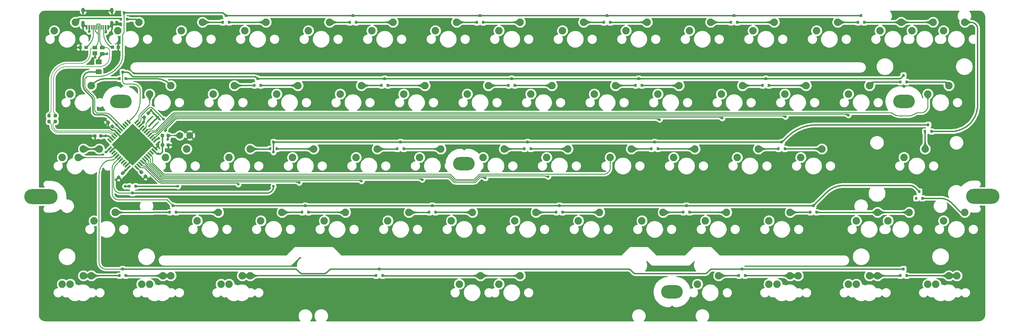
<source format=gbr>
G04 #@! TF.GenerationSoftware,KiCad,Pcbnew,(5.1.4)-1*
G04 #@! TF.CreationDate,2020-12-13T17:42:34-08:00*
G04 #@! TF.ProjectId,Flex60,466c6578-3630-42e6-9b69-6361645f7063,rev?*
G04 #@! TF.SameCoordinates,Original*
G04 #@! TF.FileFunction,Copper,L2,Bot*
G04 #@! TF.FilePolarity,Positive*
%FSLAX46Y46*%
G04 Gerber Fmt 4.6, Leading zero omitted, Abs format (unit mm)*
G04 Created by KiCad (PCBNEW (5.1.4)-1) date 2020-12-13 17:42:34*
%MOMM*%
%LPD*%
G04 APERTURE LIST*
%ADD10C,2.250000*%
%ADD11C,2.000000*%
%ADD12C,0.100000*%
%ADD13C,0.400000*%
%ADD14R,0.600000X1.450000*%
%ADD15R,0.300000X1.450000*%
%ADD16O,1.000000X2.100000*%
%ADD17O,1.000000X1.600000*%
%ADD18C,0.550000*%
%ADD19C,0.950000*%
%ADD20C,1.425000*%
%ADD21R,1.400000X1.000000*%
%ADD22R,1.400000X1.200000*%
%ADD23R,0.800000X0.900000*%
%ADD24O,10.000000X4.500000*%
%ADD25O,6.500000X4.000000*%
%ADD26C,0.800000*%
%ADD27C,0.400000*%
%ADD28C,0.254000*%
%ADD29C,0.381000*%
%ADD30C,0.200000*%
%ADD31C,0.025400*%
G04 APERTURE END LIST*
D10*
X124127500Y-54595000D03*
X117777500Y-57135000D03*
D11*
X36375000Y-31475000D03*
X39375000Y-31475000D03*
D12*
G36*
X29890437Y-27275482D02*
G01*
X29900144Y-27276921D01*
X29909663Y-27279306D01*
X29918903Y-27282612D01*
X29927775Y-27286808D01*
X29936192Y-27291853D01*
X29944074Y-27297699D01*
X29951346Y-27304289D01*
X30092767Y-27445710D01*
X30099357Y-27452982D01*
X30105203Y-27460864D01*
X30110248Y-27469281D01*
X30114444Y-27478153D01*
X30117750Y-27487393D01*
X30120135Y-27496912D01*
X30121574Y-27506619D01*
X30122056Y-27516421D01*
X30121574Y-27526223D01*
X30120135Y-27535930D01*
X30117750Y-27545449D01*
X30114444Y-27554689D01*
X30110248Y-27563561D01*
X30105203Y-27571978D01*
X30099357Y-27579860D01*
X30092767Y-27587132D01*
X28537132Y-29142767D01*
X28529860Y-29149357D01*
X28521978Y-29155203D01*
X28513561Y-29160248D01*
X28504689Y-29164444D01*
X28495449Y-29167750D01*
X28485930Y-29170135D01*
X28476223Y-29171574D01*
X28466421Y-29172056D01*
X28456619Y-29171574D01*
X28446912Y-29170135D01*
X28437393Y-29167750D01*
X28428153Y-29164444D01*
X28419281Y-29160248D01*
X28410864Y-29155203D01*
X28402982Y-29149357D01*
X28395710Y-29142767D01*
X28254289Y-29001346D01*
X28247699Y-28994074D01*
X28241853Y-28986192D01*
X28236808Y-28977775D01*
X28232612Y-28968903D01*
X28229306Y-28959663D01*
X28226921Y-28950144D01*
X28225482Y-28940437D01*
X28225000Y-28930635D01*
X28225482Y-28920833D01*
X28226921Y-28911126D01*
X28229306Y-28901607D01*
X28232612Y-28892367D01*
X28236808Y-28883495D01*
X28241853Y-28875078D01*
X28247699Y-28867196D01*
X28254289Y-28859924D01*
X29809924Y-27304289D01*
X29817196Y-27297699D01*
X29825078Y-27291853D01*
X29833495Y-27286808D01*
X29842367Y-27282612D01*
X29851607Y-27279306D01*
X29861126Y-27276921D01*
X29870833Y-27275482D01*
X29880635Y-27275000D01*
X29890437Y-27275482D01*
X29890437Y-27275482D01*
G37*
D13*
X29173528Y-28223528D03*
D12*
G36*
X29041909Y-26426954D02*
G01*
X29051616Y-26428393D01*
X29061135Y-26430778D01*
X29070375Y-26434084D01*
X29079247Y-26438280D01*
X29087664Y-26443325D01*
X29095546Y-26449171D01*
X29102818Y-26455761D01*
X29244239Y-26597182D01*
X29250829Y-26604454D01*
X29256675Y-26612336D01*
X29261720Y-26620753D01*
X29265916Y-26629625D01*
X29269222Y-26638865D01*
X29271607Y-26648384D01*
X29273046Y-26658091D01*
X29273528Y-26667893D01*
X29273046Y-26677695D01*
X29271607Y-26687402D01*
X29269222Y-26696921D01*
X29265916Y-26706161D01*
X29261720Y-26715033D01*
X29256675Y-26723450D01*
X29250829Y-26731332D01*
X29244239Y-26738604D01*
X27688604Y-28294239D01*
X27681332Y-28300829D01*
X27673450Y-28306675D01*
X27665033Y-28311720D01*
X27656161Y-28315916D01*
X27646921Y-28319222D01*
X27637402Y-28321607D01*
X27627695Y-28323046D01*
X27617893Y-28323528D01*
X27608091Y-28323046D01*
X27598384Y-28321607D01*
X27588865Y-28319222D01*
X27579625Y-28315916D01*
X27570753Y-28311720D01*
X27562336Y-28306675D01*
X27554454Y-28300829D01*
X27547182Y-28294239D01*
X27405761Y-28152818D01*
X27399171Y-28145546D01*
X27393325Y-28137664D01*
X27388280Y-28129247D01*
X27384084Y-28120375D01*
X27380778Y-28111135D01*
X27378393Y-28101616D01*
X27376954Y-28091909D01*
X27376472Y-28082107D01*
X27376954Y-28072305D01*
X27378393Y-28062598D01*
X27380778Y-28053079D01*
X27384084Y-28043839D01*
X27388280Y-28034967D01*
X27393325Y-28026550D01*
X27399171Y-28018668D01*
X27405761Y-28011396D01*
X28961396Y-26455761D01*
X28968668Y-26449171D01*
X28976550Y-26443325D01*
X28984967Y-26438280D01*
X28993839Y-26434084D01*
X29003079Y-26430778D01*
X29012598Y-26428393D01*
X29022305Y-26426954D01*
X29032107Y-26426472D01*
X29041909Y-26426954D01*
X29041909Y-26426954D01*
G37*
D13*
X28325000Y-27375000D03*
D12*
G36*
X28193381Y-25578426D02*
G01*
X28203088Y-25579865D01*
X28212607Y-25582250D01*
X28221847Y-25585556D01*
X28230719Y-25589752D01*
X28239136Y-25594797D01*
X28247018Y-25600643D01*
X28254290Y-25607233D01*
X28395711Y-25748654D01*
X28402301Y-25755926D01*
X28408147Y-25763808D01*
X28413192Y-25772225D01*
X28417388Y-25781097D01*
X28420694Y-25790337D01*
X28423079Y-25799856D01*
X28424518Y-25809563D01*
X28425000Y-25819365D01*
X28424518Y-25829167D01*
X28423079Y-25838874D01*
X28420694Y-25848393D01*
X28417388Y-25857633D01*
X28413192Y-25866505D01*
X28408147Y-25874922D01*
X28402301Y-25882804D01*
X28395711Y-25890076D01*
X26840076Y-27445711D01*
X26832804Y-27452301D01*
X26824922Y-27458147D01*
X26816505Y-27463192D01*
X26807633Y-27467388D01*
X26798393Y-27470694D01*
X26788874Y-27473079D01*
X26779167Y-27474518D01*
X26769365Y-27475000D01*
X26759563Y-27474518D01*
X26749856Y-27473079D01*
X26740337Y-27470694D01*
X26731097Y-27467388D01*
X26722225Y-27463192D01*
X26713808Y-27458147D01*
X26705926Y-27452301D01*
X26698654Y-27445711D01*
X26557233Y-27304290D01*
X26550643Y-27297018D01*
X26544797Y-27289136D01*
X26539752Y-27280719D01*
X26535556Y-27271847D01*
X26532250Y-27262607D01*
X26529865Y-27253088D01*
X26528426Y-27243381D01*
X26527944Y-27233579D01*
X26528426Y-27223777D01*
X26529865Y-27214070D01*
X26532250Y-27204551D01*
X26535556Y-27195311D01*
X26539752Y-27186439D01*
X26544797Y-27178022D01*
X26550643Y-27170140D01*
X26557233Y-27162868D01*
X28112868Y-25607233D01*
X28120140Y-25600643D01*
X28128022Y-25594797D01*
X28136439Y-25589752D01*
X28145311Y-25585556D01*
X28154551Y-25582250D01*
X28164070Y-25579865D01*
X28173777Y-25578426D01*
X28183579Y-25577944D01*
X28193381Y-25578426D01*
X28193381Y-25578426D01*
G37*
D13*
X27476472Y-26526472D03*
D14*
X14875001Y980000D03*
X8425001Y980000D03*
X14100001Y980000D03*
X9200001Y980000D03*
D15*
X9900001Y980000D03*
X13400001Y980000D03*
X10400001Y980000D03*
X12900001Y980000D03*
X10900001Y980000D03*
X12400001Y980000D03*
X11900001Y980000D03*
X11400001Y980000D03*
D16*
X7330001Y1895000D03*
X15970001Y1895000D03*
D17*
X7330001Y6075000D03*
X15970001Y6075000D03*
D18*
X17013120Y-37124138D03*
D12*
G36*
X17348996Y-36399354D02*
G01*
X17737904Y-36788262D01*
X16677244Y-37848922D01*
X16288336Y-37460014D01*
X17348996Y-36399354D01*
X17348996Y-36399354D01*
G37*
D18*
X17578806Y-30760177D03*
D12*
G36*
X16854022Y-30424301D02*
G01*
X17242930Y-30035393D01*
X18303590Y-31096053D01*
X17914682Y-31484961D01*
X16854022Y-30424301D01*
X16854022Y-30424301D01*
G37*
D18*
X26771194Y-30760177D03*
D12*
G36*
X27107070Y-30035393D02*
G01*
X27495978Y-30424301D01*
X26435318Y-31484961D01*
X26046410Y-31096053D01*
X27107070Y-30035393D01*
X27107070Y-30035393D01*
G37*
D18*
X27336880Y-31325862D03*
D12*
G36*
X27672756Y-30601078D02*
G01*
X28061664Y-30989986D01*
X27001004Y-32050646D01*
X26612096Y-31661738D01*
X27672756Y-30601078D01*
X27672756Y-30601078D01*
G37*
D18*
X29033936Y-33022918D03*
D12*
G36*
X29369812Y-32298134D02*
G01*
X29758720Y-32687042D01*
X28698060Y-33747702D01*
X28309152Y-33358794D01*
X29369812Y-32298134D01*
X29369812Y-32298134D01*
G37*
D18*
X25074138Y-39386880D03*
D12*
G36*
X24349354Y-39051004D02*
G01*
X24738262Y-38662096D01*
X25798922Y-39722756D01*
X25410014Y-40111664D01*
X24349354Y-39051004D01*
X24349354Y-39051004D01*
G37*
D18*
X19275862Y-39386880D03*
D12*
G36*
X19611738Y-38662096D02*
G01*
X20000646Y-39051004D01*
X18939986Y-40111664D01*
X18551078Y-39722756D01*
X19611738Y-38662096D01*
X19611738Y-38662096D01*
G37*
D18*
X27336880Y-37124138D03*
D12*
G36*
X26612096Y-36788262D02*
G01*
X27001004Y-36399354D01*
X28061664Y-37460014D01*
X27672756Y-37848922D01*
X26612096Y-36788262D01*
X26612096Y-36788262D01*
G37*
D18*
X25074138Y-29063120D03*
D12*
G36*
X25410014Y-28338336D02*
G01*
X25798922Y-28727244D01*
X24738262Y-29787904D01*
X24349354Y-29398996D01*
X25410014Y-28338336D01*
X25410014Y-28338336D01*
G37*
D18*
X18710177Y-38821194D03*
D12*
G36*
X19046053Y-38096410D02*
G01*
X19434961Y-38485318D01*
X18374301Y-39545978D01*
X17985393Y-39157070D01*
X19046053Y-38096410D01*
X19046053Y-38096410D01*
G37*
D18*
X23377082Y-27366064D03*
D12*
G36*
X23712958Y-26641280D02*
G01*
X24101866Y-27030188D01*
X23041206Y-28090848D01*
X22652298Y-27701940D01*
X23712958Y-26641280D01*
X23712958Y-26641280D01*
G37*
D18*
X17013120Y-31325862D03*
D12*
G36*
X16288336Y-30989986D02*
G01*
X16677244Y-30601078D01*
X17737904Y-31661738D01*
X17348996Y-32050646D01*
X16288336Y-30989986D01*
X16288336Y-30989986D01*
G37*
D18*
X19275862Y-29063120D03*
D12*
G36*
X18551078Y-28727244D02*
G01*
X18939986Y-28338336D01*
X20000646Y-29398996D01*
X19611738Y-29787904D01*
X18551078Y-28727244D01*
X18551078Y-28727244D01*
G37*
D18*
X15881750Y-35992767D03*
D12*
G36*
X16217626Y-35267983D02*
G01*
X16606534Y-35656891D01*
X15545874Y-36717551D01*
X15156966Y-36328643D01*
X16217626Y-35267983D01*
X16217626Y-35267983D01*
G37*
D18*
X25639823Y-38821194D03*
D12*
G36*
X24915039Y-38485318D02*
G01*
X25303947Y-38096410D01*
X26364607Y-39157070D01*
X25975699Y-39545978D01*
X24915039Y-38485318D01*
X24915039Y-38485318D01*
G37*
D18*
X20407233Y-27931750D03*
D12*
G36*
X19682449Y-27595874D02*
G01*
X20071357Y-27206966D01*
X21132017Y-28267626D01*
X20743109Y-28656534D01*
X19682449Y-27595874D01*
X19682449Y-27595874D01*
G37*
D18*
X17578806Y-37689823D03*
D12*
G36*
X17914682Y-36965039D02*
G01*
X18303590Y-37353947D01*
X17242930Y-38414607D01*
X16854022Y-38025699D01*
X17914682Y-36965039D01*
X17914682Y-36965039D01*
G37*
D18*
X23942767Y-40518250D03*
D12*
G36*
X23217983Y-40182374D02*
G01*
X23606891Y-39793466D01*
X24667551Y-40854126D01*
X24278643Y-41243034D01*
X23217983Y-40182374D01*
X23217983Y-40182374D01*
G37*
D18*
X19841548Y-28497435D03*
D12*
G36*
X19116764Y-28161559D02*
G01*
X19505672Y-27772651D01*
X20566332Y-28833311D01*
X20177424Y-29222219D01*
X19116764Y-28161559D01*
X19116764Y-28161559D01*
G37*
D18*
X18144491Y-30194491D03*
D12*
G36*
X17419707Y-29858615D02*
G01*
X17808615Y-29469707D01*
X18869275Y-30530367D01*
X18480367Y-30919275D01*
X17419707Y-29858615D01*
X17419707Y-29858615D01*
G37*
D18*
X15316064Y-33022918D03*
D12*
G36*
X14591280Y-32687042D02*
G01*
X14980188Y-32298134D01*
X16040848Y-33358794D01*
X15651940Y-33747702D01*
X14591280Y-32687042D01*
X14591280Y-32687042D01*
G37*
D18*
X24508452Y-28497435D03*
D12*
G36*
X24844328Y-27772651D02*
G01*
X25233236Y-28161559D01*
X24172576Y-29222219D01*
X23783668Y-28833311D01*
X24844328Y-27772651D01*
X24844328Y-27772651D01*
G37*
D18*
X27902565Y-31891548D03*
D12*
G36*
X28238441Y-31166764D02*
G01*
X28627349Y-31555672D01*
X27566689Y-32616332D01*
X27177781Y-32227424D01*
X28238441Y-31166764D01*
X28238441Y-31166764D01*
G37*
D18*
X23377082Y-41083936D03*
D12*
G36*
X22652298Y-40748060D02*
G01*
X23041206Y-40359152D01*
X24101866Y-41419812D01*
X23712958Y-41808720D01*
X22652298Y-40748060D01*
X22652298Y-40748060D01*
G37*
D18*
X23942767Y-27931750D03*
D12*
G36*
X24278643Y-27206966D02*
G01*
X24667551Y-27595874D01*
X23606891Y-28656534D01*
X23217983Y-28267626D01*
X24278643Y-27206966D01*
X24278643Y-27206966D01*
G37*
D18*
X28468250Y-35992767D03*
D12*
G36*
X27743466Y-35656891D02*
G01*
X28132374Y-35267983D01*
X29193034Y-36328643D01*
X28804126Y-36717551D01*
X27743466Y-35656891D01*
X27743466Y-35656891D01*
G37*
D18*
X19841548Y-39952565D03*
D12*
G36*
X20177424Y-39227781D02*
G01*
X20566332Y-39616689D01*
X19505672Y-40677349D01*
X19116764Y-40288441D01*
X20177424Y-39227781D01*
X20177424Y-39227781D01*
G37*
D18*
X15881750Y-32457233D03*
D12*
G36*
X15156966Y-32121357D02*
G01*
X15545874Y-31732449D01*
X16606534Y-32793109D01*
X16217626Y-33182017D01*
X15156966Y-32121357D01*
X15156966Y-32121357D01*
G37*
D18*
X26771194Y-37689823D03*
D12*
G36*
X26046410Y-37353947D02*
G01*
X26435318Y-36965039D01*
X27495978Y-38025699D01*
X27107070Y-38414607D01*
X26046410Y-37353947D01*
X26046410Y-37353947D01*
G37*
D18*
X26205509Y-38255509D03*
D12*
G36*
X25480725Y-37919633D02*
G01*
X25869633Y-37530725D01*
X26930293Y-38591385D01*
X26541385Y-38980293D01*
X25480725Y-37919633D01*
X25480725Y-37919633D01*
G37*
D18*
X18144491Y-38255509D03*
D12*
G36*
X18480367Y-37530725D02*
G01*
X18869275Y-37919633D01*
X17808615Y-38980293D01*
X17419707Y-38591385D01*
X18480367Y-37530725D01*
X18480367Y-37530725D01*
G37*
D18*
X20407233Y-40518250D03*
D12*
G36*
X20743109Y-39793466D02*
G01*
X21132017Y-40182374D01*
X20071357Y-41243034D01*
X19682449Y-40854126D01*
X20743109Y-39793466D01*
X20743109Y-39793466D01*
G37*
D18*
X15316064Y-35427082D03*
D12*
G36*
X15651940Y-34702298D02*
G01*
X16040848Y-35091206D01*
X14980188Y-36151866D01*
X14591280Y-35762958D01*
X15651940Y-34702298D01*
X15651940Y-34702298D01*
G37*
D18*
X27902565Y-36558452D03*
D12*
G36*
X27177781Y-36222576D02*
G01*
X27566689Y-35833668D01*
X28627349Y-36894328D01*
X28238441Y-37283236D01*
X27177781Y-36222576D01*
X27177781Y-36222576D01*
G37*
D18*
X24508452Y-39952565D03*
D12*
G36*
X23783668Y-39616689D02*
G01*
X24172576Y-39227781D01*
X25233236Y-40288441D01*
X24844328Y-40677349D01*
X23783668Y-39616689D01*
X23783668Y-39616689D01*
G37*
D18*
X16447435Y-36558452D03*
D12*
G36*
X16783311Y-35833668D02*
G01*
X17172219Y-36222576D01*
X16111559Y-37283236D01*
X15722651Y-36894328D01*
X16783311Y-35833668D01*
X16783311Y-35833668D01*
G37*
D18*
X20972918Y-27366064D03*
D12*
G36*
X20248134Y-27030188D02*
G01*
X20637042Y-26641280D01*
X21697702Y-27701940D01*
X21308794Y-28090848D01*
X20248134Y-27030188D01*
X20248134Y-27030188D01*
G37*
D18*
X26205509Y-30194491D03*
D12*
G36*
X26541385Y-29469707D02*
G01*
X26930293Y-29858615D01*
X25869633Y-30919275D01*
X25480725Y-30530367D01*
X26541385Y-29469707D01*
X26541385Y-29469707D01*
G37*
D18*
X25639823Y-29628806D03*
D12*
G36*
X25975699Y-28904022D02*
G01*
X26364607Y-29292930D01*
X25303947Y-30353590D01*
X24915039Y-29964682D01*
X25975699Y-28904022D01*
X25975699Y-28904022D01*
G37*
D18*
X29033936Y-35427082D03*
D12*
G36*
X28309152Y-35091206D02*
G01*
X28698060Y-34702298D01*
X29758720Y-35762958D01*
X29369812Y-36151866D01*
X28309152Y-35091206D01*
X28309152Y-35091206D01*
G37*
D18*
X16447435Y-31891548D03*
D12*
G36*
X15722651Y-31555672D02*
G01*
X16111559Y-31166764D01*
X17172219Y-32227424D01*
X16783311Y-32616332D01*
X15722651Y-31555672D01*
X15722651Y-31555672D01*
G37*
D18*
X18710177Y-29628806D03*
D12*
G36*
X17985393Y-29292930D02*
G01*
X18374301Y-28904022D01*
X19434961Y-29964682D01*
X19046053Y-30353590D01*
X17985393Y-29292930D01*
X17985393Y-29292930D01*
G37*
D18*
X20972918Y-41083936D03*
D12*
G36*
X21308794Y-40359152D02*
G01*
X21697702Y-40748060D01*
X20637042Y-41808720D01*
X20248134Y-41419812D01*
X21308794Y-40359152D01*
X21308794Y-40359152D01*
G37*
D18*
X28468250Y-32457233D03*
D12*
G36*
X28804126Y-31732449D02*
G01*
X29193034Y-32121357D01*
X28132374Y-33182017D01*
X27743466Y-32793109D01*
X28804126Y-31732449D01*
X28804126Y-31732449D01*
G37*
G36*
X18210779Y-4501144D02*
G01*
X18233834Y-4504563D01*
X18256443Y-4510227D01*
X18278387Y-4518079D01*
X18299457Y-4528044D01*
X18319448Y-4540026D01*
X18338168Y-4553910D01*
X18355438Y-4569562D01*
X18371090Y-4586832D01*
X18384974Y-4605552D01*
X18396956Y-4625543D01*
X18406921Y-4646613D01*
X18414773Y-4668557D01*
X18420437Y-4691166D01*
X18423856Y-4714221D01*
X18425000Y-4737500D01*
X18425000Y-5212500D01*
X18423856Y-5235779D01*
X18420437Y-5258834D01*
X18414773Y-5281443D01*
X18406921Y-5303387D01*
X18396956Y-5324457D01*
X18384974Y-5344448D01*
X18371090Y-5363168D01*
X18355438Y-5380438D01*
X18338168Y-5396090D01*
X18319448Y-5409974D01*
X18299457Y-5421956D01*
X18278387Y-5431921D01*
X18256443Y-5439773D01*
X18233834Y-5445437D01*
X18210779Y-5448856D01*
X18187500Y-5450000D01*
X17612500Y-5450000D01*
X17589221Y-5448856D01*
X17566166Y-5445437D01*
X17543557Y-5439773D01*
X17521613Y-5431921D01*
X17500543Y-5421956D01*
X17480552Y-5409974D01*
X17461832Y-5396090D01*
X17444562Y-5380438D01*
X17428910Y-5363168D01*
X17415026Y-5344448D01*
X17403044Y-5324457D01*
X17393079Y-5303387D01*
X17385227Y-5281443D01*
X17379563Y-5258834D01*
X17376144Y-5235779D01*
X17375000Y-5212500D01*
X17375000Y-4737500D01*
X17376144Y-4714221D01*
X17379563Y-4691166D01*
X17385227Y-4668557D01*
X17393079Y-4646613D01*
X17403044Y-4625543D01*
X17415026Y-4605552D01*
X17428910Y-4586832D01*
X17444562Y-4569562D01*
X17461832Y-4553910D01*
X17480552Y-4540026D01*
X17500543Y-4528044D01*
X17521613Y-4518079D01*
X17543557Y-4510227D01*
X17566166Y-4504563D01*
X17589221Y-4501144D01*
X17612500Y-4500000D01*
X18187500Y-4500000D01*
X18210779Y-4501144D01*
X18210779Y-4501144D01*
G37*
D19*
X17900000Y-4975000D03*
D12*
G36*
X16460779Y-4501144D02*
G01*
X16483834Y-4504563D01*
X16506443Y-4510227D01*
X16528387Y-4518079D01*
X16549457Y-4528044D01*
X16569448Y-4540026D01*
X16588168Y-4553910D01*
X16605438Y-4569562D01*
X16621090Y-4586832D01*
X16634974Y-4605552D01*
X16646956Y-4625543D01*
X16656921Y-4646613D01*
X16664773Y-4668557D01*
X16670437Y-4691166D01*
X16673856Y-4714221D01*
X16675000Y-4737500D01*
X16675000Y-5212500D01*
X16673856Y-5235779D01*
X16670437Y-5258834D01*
X16664773Y-5281443D01*
X16656921Y-5303387D01*
X16646956Y-5324457D01*
X16634974Y-5344448D01*
X16621090Y-5363168D01*
X16605438Y-5380438D01*
X16588168Y-5396090D01*
X16569448Y-5409974D01*
X16549457Y-5421956D01*
X16528387Y-5431921D01*
X16506443Y-5439773D01*
X16483834Y-5445437D01*
X16460779Y-5448856D01*
X16437500Y-5450000D01*
X15862500Y-5450000D01*
X15839221Y-5448856D01*
X15816166Y-5445437D01*
X15793557Y-5439773D01*
X15771613Y-5431921D01*
X15750543Y-5421956D01*
X15730552Y-5409974D01*
X15711832Y-5396090D01*
X15694562Y-5380438D01*
X15678910Y-5363168D01*
X15665026Y-5344448D01*
X15653044Y-5324457D01*
X15643079Y-5303387D01*
X15635227Y-5281443D01*
X15629563Y-5258834D01*
X15626144Y-5235779D01*
X15625000Y-5212500D01*
X15625000Y-4737500D01*
X15626144Y-4714221D01*
X15629563Y-4691166D01*
X15635227Y-4668557D01*
X15643079Y-4646613D01*
X15653044Y-4625543D01*
X15665026Y-4605552D01*
X15678910Y-4586832D01*
X15694562Y-4569562D01*
X15711832Y-4553910D01*
X15730552Y-4540026D01*
X15750543Y-4528044D01*
X15771613Y-4518079D01*
X15793557Y-4510227D01*
X15816166Y-4504563D01*
X15839221Y-4501144D01*
X15862500Y-4500000D01*
X16437500Y-4500000D01*
X16460779Y-4501144D01*
X16460779Y-4501144D01*
G37*
D19*
X16150000Y-4975000D03*
D12*
G36*
X6810779Y-4551144D02*
G01*
X6833834Y-4554563D01*
X6856443Y-4560227D01*
X6878387Y-4568079D01*
X6899457Y-4578044D01*
X6919448Y-4590026D01*
X6938168Y-4603910D01*
X6955438Y-4619562D01*
X6971090Y-4636832D01*
X6984974Y-4655552D01*
X6996956Y-4675543D01*
X7006921Y-4696613D01*
X7014773Y-4718557D01*
X7020437Y-4741166D01*
X7023856Y-4764221D01*
X7025000Y-4787500D01*
X7025000Y-5262500D01*
X7023856Y-5285779D01*
X7020437Y-5308834D01*
X7014773Y-5331443D01*
X7006921Y-5353387D01*
X6996956Y-5374457D01*
X6984974Y-5394448D01*
X6971090Y-5413168D01*
X6955438Y-5430438D01*
X6938168Y-5446090D01*
X6919448Y-5459974D01*
X6899457Y-5471956D01*
X6878387Y-5481921D01*
X6856443Y-5489773D01*
X6833834Y-5495437D01*
X6810779Y-5498856D01*
X6787500Y-5500000D01*
X6212500Y-5500000D01*
X6189221Y-5498856D01*
X6166166Y-5495437D01*
X6143557Y-5489773D01*
X6121613Y-5481921D01*
X6100543Y-5471956D01*
X6080552Y-5459974D01*
X6061832Y-5446090D01*
X6044562Y-5430438D01*
X6028910Y-5413168D01*
X6015026Y-5394448D01*
X6003044Y-5374457D01*
X5993079Y-5353387D01*
X5985227Y-5331443D01*
X5979563Y-5308834D01*
X5976144Y-5285779D01*
X5975000Y-5262500D01*
X5975000Y-4787500D01*
X5976144Y-4764221D01*
X5979563Y-4741166D01*
X5985227Y-4718557D01*
X5993079Y-4696613D01*
X6003044Y-4675543D01*
X6015026Y-4655552D01*
X6028910Y-4636832D01*
X6044562Y-4619562D01*
X6061832Y-4603910D01*
X6080552Y-4590026D01*
X6100543Y-4578044D01*
X6121613Y-4568079D01*
X6143557Y-4560227D01*
X6166166Y-4554563D01*
X6189221Y-4551144D01*
X6212500Y-4550000D01*
X6787500Y-4550000D01*
X6810779Y-4551144D01*
X6810779Y-4551144D01*
G37*
D19*
X6500000Y-5025000D03*
D12*
G36*
X8560779Y-4551144D02*
G01*
X8583834Y-4554563D01*
X8606443Y-4560227D01*
X8628387Y-4568079D01*
X8649457Y-4578044D01*
X8669448Y-4590026D01*
X8688168Y-4603910D01*
X8705438Y-4619562D01*
X8721090Y-4636832D01*
X8734974Y-4655552D01*
X8746956Y-4675543D01*
X8756921Y-4696613D01*
X8764773Y-4718557D01*
X8770437Y-4741166D01*
X8773856Y-4764221D01*
X8775000Y-4787500D01*
X8775000Y-5262500D01*
X8773856Y-5285779D01*
X8770437Y-5308834D01*
X8764773Y-5331443D01*
X8756921Y-5353387D01*
X8746956Y-5374457D01*
X8734974Y-5394448D01*
X8721090Y-5413168D01*
X8705438Y-5430438D01*
X8688168Y-5446090D01*
X8669448Y-5459974D01*
X8649457Y-5471956D01*
X8628387Y-5481921D01*
X8606443Y-5489773D01*
X8583834Y-5495437D01*
X8560779Y-5498856D01*
X8537500Y-5500000D01*
X7962500Y-5500000D01*
X7939221Y-5498856D01*
X7916166Y-5495437D01*
X7893557Y-5489773D01*
X7871613Y-5481921D01*
X7850543Y-5471956D01*
X7830552Y-5459974D01*
X7811832Y-5446090D01*
X7794562Y-5430438D01*
X7778910Y-5413168D01*
X7765026Y-5394448D01*
X7753044Y-5374457D01*
X7743079Y-5353387D01*
X7735227Y-5331443D01*
X7729563Y-5308834D01*
X7726144Y-5285779D01*
X7725000Y-5262500D01*
X7725000Y-4787500D01*
X7726144Y-4764221D01*
X7729563Y-4741166D01*
X7735227Y-4718557D01*
X7743079Y-4696613D01*
X7753044Y-4675543D01*
X7765026Y-4655552D01*
X7778910Y-4636832D01*
X7794562Y-4619562D01*
X7811832Y-4603910D01*
X7830552Y-4590026D01*
X7850543Y-4578044D01*
X7871613Y-4568079D01*
X7893557Y-4560227D01*
X7916166Y-4554563D01*
X7939221Y-4551144D01*
X7962500Y-4550000D01*
X8537500Y-4550000D01*
X8560779Y-4551144D01*
X8560779Y-4551144D01*
G37*
D19*
X8250000Y-5025000D03*
D12*
G36*
X-2614221Y-26776144D02*
G01*
X-2591166Y-26779563D01*
X-2568557Y-26785227D01*
X-2546613Y-26793079D01*
X-2525543Y-26803044D01*
X-2505552Y-26815026D01*
X-2486832Y-26828910D01*
X-2469562Y-26844562D01*
X-2453910Y-26861832D01*
X-2440026Y-26880552D01*
X-2428044Y-26900543D01*
X-2418079Y-26921613D01*
X-2410227Y-26943557D01*
X-2404563Y-26966166D01*
X-2401144Y-26989221D01*
X-2400000Y-27012500D01*
X-2400000Y-27587500D01*
X-2401144Y-27610779D01*
X-2404563Y-27633834D01*
X-2410227Y-27656443D01*
X-2418079Y-27678387D01*
X-2428044Y-27699457D01*
X-2440026Y-27719448D01*
X-2453910Y-27738168D01*
X-2469562Y-27755438D01*
X-2486832Y-27771090D01*
X-2505552Y-27784974D01*
X-2525543Y-27796956D01*
X-2546613Y-27806921D01*
X-2568557Y-27814773D01*
X-2591166Y-27820437D01*
X-2614221Y-27823856D01*
X-2637500Y-27825000D01*
X-3112500Y-27825000D01*
X-3135779Y-27823856D01*
X-3158834Y-27820437D01*
X-3181443Y-27814773D01*
X-3203387Y-27806921D01*
X-3224457Y-27796956D01*
X-3244448Y-27784974D01*
X-3263168Y-27771090D01*
X-3280438Y-27755438D01*
X-3296090Y-27738168D01*
X-3309974Y-27719448D01*
X-3321956Y-27699457D01*
X-3331921Y-27678387D01*
X-3339773Y-27656443D01*
X-3345437Y-27633834D01*
X-3348856Y-27610779D01*
X-3350000Y-27587500D01*
X-3350000Y-27012500D01*
X-3348856Y-26989221D01*
X-3345437Y-26966166D01*
X-3339773Y-26943557D01*
X-3331921Y-26921613D01*
X-3321956Y-26900543D01*
X-3309974Y-26880552D01*
X-3296090Y-26861832D01*
X-3280438Y-26844562D01*
X-3263168Y-26828910D01*
X-3244448Y-26815026D01*
X-3224457Y-26803044D01*
X-3203387Y-26793079D01*
X-3181443Y-26785227D01*
X-3158834Y-26779563D01*
X-3135779Y-26776144D01*
X-3112500Y-26775000D01*
X-2637500Y-26775000D01*
X-2614221Y-26776144D01*
X-2614221Y-26776144D01*
G37*
D19*
X-2875000Y-27300000D03*
D12*
G36*
X-2614221Y-25026144D02*
G01*
X-2591166Y-25029563D01*
X-2568557Y-25035227D01*
X-2546613Y-25043079D01*
X-2525543Y-25053044D01*
X-2505552Y-25065026D01*
X-2486832Y-25078910D01*
X-2469562Y-25094562D01*
X-2453910Y-25111832D01*
X-2440026Y-25130552D01*
X-2428044Y-25150543D01*
X-2418079Y-25171613D01*
X-2410227Y-25193557D01*
X-2404563Y-25216166D01*
X-2401144Y-25239221D01*
X-2400000Y-25262500D01*
X-2400000Y-25837500D01*
X-2401144Y-25860779D01*
X-2404563Y-25883834D01*
X-2410227Y-25906443D01*
X-2418079Y-25928387D01*
X-2428044Y-25949457D01*
X-2440026Y-25969448D01*
X-2453910Y-25988168D01*
X-2469562Y-26005438D01*
X-2486832Y-26021090D01*
X-2505552Y-26034974D01*
X-2525543Y-26046956D01*
X-2546613Y-26056921D01*
X-2568557Y-26064773D01*
X-2591166Y-26070437D01*
X-2614221Y-26073856D01*
X-2637500Y-26075000D01*
X-3112500Y-26075000D01*
X-3135779Y-26073856D01*
X-3158834Y-26070437D01*
X-3181443Y-26064773D01*
X-3203387Y-26056921D01*
X-3224457Y-26046956D01*
X-3244448Y-26034974D01*
X-3263168Y-26021090D01*
X-3280438Y-26005438D01*
X-3296090Y-25988168D01*
X-3309974Y-25969448D01*
X-3321956Y-25949457D01*
X-3331921Y-25928387D01*
X-3339773Y-25906443D01*
X-3345437Y-25883834D01*
X-3348856Y-25860779D01*
X-3350000Y-25837500D01*
X-3350000Y-25262500D01*
X-3348856Y-25239221D01*
X-3345437Y-25216166D01*
X-3339773Y-25193557D01*
X-3331921Y-25171613D01*
X-3321956Y-25150543D01*
X-3309974Y-25130552D01*
X-3296090Y-25111832D01*
X-3280438Y-25094562D01*
X-3263168Y-25078910D01*
X-3244448Y-25065026D01*
X-3224457Y-25053044D01*
X-3203387Y-25043079D01*
X-3181443Y-25035227D01*
X-3158834Y-25029563D01*
X-3135779Y-25026144D01*
X-3112500Y-25025000D01*
X-2637500Y-25025000D01*
X-2614221Y-25026144D01*
X-2614221Y-25026144D01*
G37*
D19*
X-2875000Y-25550000D03*
D12*
G36*
X-714221Y-26776144D02*
G01*
X-691166Y-26779563D01*
X-668557Y-26785227D01*
X-646613Y-26793079D01*
X-625543Y-26803044D01*
X-605552Y-26815026D01*
X-586832Y-26828910D01*
X-569562Y-26844562D01*
X-553910Y-26861832D01*
X-540026Y-26880552D01*
X-528044Y-26900543D01*
X-518079Y-26921613D01*
X-510227Y-26943557D01*
X-504563Y-26966166D01*
X-501144Y-26989221D01*
X-500000Y-27012500D01*
X-500000Y-27587500D01*
X-501144Y-27610779D01*
X-504563Y-27633834D01*
X-510227Y-27656443D01*
X-518079Y-27678387D01*
X-528044Y-27699457D01*
X-540026Y-27719448D01*
X-553910Y-27738168D01*
X-569562Y-27755438D01*
X-586832Y-27771090D01*
X-605552Y-27784974D01*
X-625543Y-27796956D01*
X-646613Y-27806921D01*
X-668557Y-27814773D01*
X-691166Y-27820437D01*
X-714221Y-27823856D01*
X-737500Y-27825000D01*
X-1212500Y-27825000D01*
X-1235779Y-27823856D01*
X-1258834Y-27820437D01*
X-1281443Y-27814773D01*
X-1303387Y-27806921D01*
X-1324457Y-27796956D01*
X-1344448Y-27784974D01*
X-1363168Y-27771090D01*
X-1380438Y-27755438D01*
X-1396090Y-27738168D01*
X-1409974Y-27719448D01*
X-1421956Y-27699457D01*
X-1431921Y-27678387D01*
X-1439773Y-27656443D01*
X-1445437Y-27633834D01*
X-1448856Y-27610779D01*
X-1450000Y-27587500D01*
X-1450000Y-27012500D01*
X-1448856Y-26989221D01*
X-1445437Y-26966166D01*
X-1439773Y-26943557D01*
X-1431921Y-26921613D01*
X-1421956Y-26900543D01*
X-1409974Y-26880552D01*
X-1396090Y-26861832D01*
X-1380438Y-26844562D01*
X-1363168Y-26828910D01*
X-1344448Y-26815026D01*
X-1324457Y-26803044D01*
X-1303387Y-26793079D01*
X-1281443Y-26785227D01*
X-1258834Y-26779563D01*
X-1235779Y-26776144D01*
X-1212500Y-26775000D01*
X-737500Y-26775000D01*
X-714221Y-26776144D01*
X-714221Y-26776144D01*
G37*
D19*
X-975000Y-27300000D03*
D12*
G36*
X-714221Y-25026144D02*
G01*
X-691166Y-25029563D01*
X-668557Y-25035227D01*
X-646613Y-25043079D01*
X-625543Y-25053044D01*
X-605552Y-25065026D01*
X-586832Y-25078910D01*
X-569562Y-25094562D01*
X-553910Y-25111832D01*
X-540026Y-25130552D01*
X-528044Y-25150543D01*
X-518079Y-25171613D01*
X-510227Y-25193557D01*
X-504563Y-25216166D01*
X-501144Y-25239221D01*
X-500000Y-25262500D01*
X-500000Y-25837500D01*
X-501144Y-25860779D01*
X-504563Y-25883834D01*
X-510227Y-25906443D01*
X-518079Y-25928387D01*
X-528044Y-25949457D01*
X-540026Y-25969448D01*
X-553910Y-25988168D01*
X-569562Y-26005438D01*
X-586832Y-26021090D01*
X-605552Y-26034974D01*
X-625543Y-26046956D01*
X-646613Y-26056921D01*
X-668557Y-26064773D01*
X-691166Y-26070437D01*
X-714221Y-26073856D01*
X-737500Y-26075000D01*
X-1212500Y-26075000D01*
X-1235779Y-26073856D01*
X-1258834Y-26070437D01*
X-1281443Y-26064773D01*
X-1303387Y-26056921D01*
X-1324457Y-26046956D01*
X-1344448Y-26034974D01*
X-1363168Y-26021090D01*
X-1380438Y-26005438D01*
X-1396090Y-25988168D01*
X-1409974Y-25969448D01*
X-1421956Y-25949457D01*
X-1431921Y-25928387D01*
X-1439773Y-25906443D01*
X-1445437Y-25883834D01*
X-1448856Y-25860779D01*
X-1450000Y-25837500D01*
X-1450000Y-25262500D01*
X-1448856Y-25239221D01*
X-1445437Y-25216166D01*
X-1439773Y-25193557D01*
X-1431921Y-25171613D01*
X-1421956Y-25150543D01*
X-1409974Y-25130552D01*
X-1396090Y-25111832D01*
X-1380438Y-25094562D01*
X-1363168Y-25078910D01*
X-1344448Y-25065026D01*
X-1324457Y-25053044D01*
X-1303387Y-25043079D01*
X-1281443Y-25035227D01*
X-1258834Y-25029563D01*
X-1235779Y-25026144D01*
X-1212500Y-25025000D01*
X-737500Y-25025000D01*
X-714221Y-25026144D01*
X-714221Y-25026144D01*
G37*
D19*
X-975000Y-25550000D03*
D12*
G36*
X26056642Y-43161131D02*
G01*
X26079697Y-43164550D01*
X26102306Y-43170214D01*
X26124250Y-43178066D01*
X26145320Y-43188031D01*
X26165311Y-43200013D01*
X26184031Y-43213897D01*
X26201301Y-43229549D01*
X26607887Y-43636135D01*
X26623539Y-43653405D01*
X26637423Y-43672125D01*
X26649405Y-43692116D01*
X26659370Y-43713186D01*
X26667222Y-43735130D01*
X26672886Y-43757739D01*
X26676305Y-43780794D01*
X26677449Y-43804073D01*
X26676305Y-43827352D01*
X26672886Y-43850407D01*
X26667222Y-43873016D01*
X26659370Y-43894960D01*
X26649405Y-43916030D01*
X26637423Y-43936021D01*
X26623539Y-43954741D01*
X26607887Y-43972011D01*
X26272011Y-44307887D01*
X26254741Y-44323539D01*
X26236021Y-44337423D01*
X26216030Y-44349405D01*
X26194960Y-44359370D01*
X26173016Y-44367222D01*
X26150407Y-44372886D01*
X26127352Y-44376305D01*
X26104073Y-44377449D01*
X26080794Y-44376305D01*
X26057739Y-44372886D01*
X26035130Y-44367222D01*
X26013186Y-44359370D01*
X25992116Y-44349405D01*
X25972125Y-44337423D01*
X25953405Y-44323539D01*
X25936135Y-44307887D01*
X25529549Y-43901301D01*
X25513897Y-43884031D01*
X25500013Y-43865311D01*
X25488031Y-43845320D01*
X25478066Y-43824250D01*
X25470214Y-43802306D01*
X25464550Y-43779697D01*
X25461131Y-43756642D01*
X25459987Y-43733363D01*
X25461131Y-43710084D01*
X25464550Y-43687029D01*
X25470214Y-43664420D01*
X25478066Y-43642476D01*
X25488031Y-43621406D01*
X25500013Y-43601415D01*
X25513897Y-43582695D01*
X25529549Y-43565425D01*
X25865425Y-43229549D01*
X25882695Y-43213897D01*
X25901415Y-43200013D01*
X25921406Y-43188031D01*
X25942476Y-43178066D01*
X25964420Y-43170214D01*
X25987029Y-43164550D01*
X26010084Y-43161131D01*
X26033363Y-43159987D01*
X26056642Y-43161131D01*
X26056642Y-43161131D01*
G37*
D19*
X26068718Y-43768718D03*
D12*
G36*
X24819206Y-41923695D02*
G01*
X24842261Y-41927114D01*
X24864870Y-41932778D01*
X24886814Y-41940630D01*
X24907884Y-41950595D01*
X24927875Y-41962577D01*
X24946595Y-41976461D01*
X24963865Y-41992113D01*
X25370451Y-42398699D01*
X25386103Y-42415969D01*
X25399987Y-42434689D01*
X25411969Y-42454680D01*
X25421934Y-42475750D01*
X25429786Y-42497694D01*
X25435450Y-42520303D01*
X25438869Y-42543358D01*
X25440013Y-42566637D01*
X25438869Y-42589916D01*
X25435450Y-42612971D01*
X25429786Y-42635580D01*
X25421934Y-42657524D01*
X25411969Y-42678594D01*
X25399987Y-42698585D01*
X25386103Y-42717305D01*
X25370451Y-42734575D01*
X25034575Y-43070451D01*
X25017305Y-43086103D01*
X24998585Y-43099987D01*
X24978594Y-43111969D01*
X24957524Y-43121934D01*
X24935580Y-43129786D01*
X24912971Y-43135450D01*
X24889916Y-43138869D01*
X24866637Y-43140013D01*
X24843358Y-43138869D01*
X24820303Y-43135450D01*
X24797694Y-43129786D01*
X24775750Y-43121934D01*
X24754680Y-43111969D01*
X24734689Y-43099987D01*
X24715969Y-43086103D01*
X24698699Y-43070451D01*
X24292113Y-42663865D01*
X24276461Y-42646595D01*
X24262577Y-42627875D01*
X24250595Y-42607884D01*
X24240630Y-42586814D01*
X24232778Y-42564870D01*
X24227114Y-42542261D01*
X24223695Y-42519206D01*
X24222551Y-42495927D01*
X24223695Y-42472648D01*
X24227114Y-42449593D01*
X24232778Y-42426984D01*
X24240630Y-42405040D01*
X24250595Y-42383970D01*
X24262577Y-42363979D01*
X24276461Y-42345259D01*
X24292113Y-42327989D01*
X24627989Y-41992113D01*
X24645259Y-41976461D01*
X24663979Y-41962577D01*
X24683970Y-41950595D01*
X24705040Y-41940630D01*
X24726984Y-41932778D01*
X24749593Y-41927114D01*
X24772648Y-41923695D01*
X24795927Y-41922551D01*
X24819206Y-41923695D01*
X24819206Y-41923695D01*
G37*
D19*
X24831282Y-42531282D03*
D12*
G36*
X31435779Y-31026144D02*
G01*
X31458834Y-31029563D01*
X31481443Y-31035227D01*
X31503387Y-31043079D01*
X31524457Y-31053044D01*
X31544448Y-31065026D01*
X31563168Y-31078910D01*
X31580438Y-31094562D01*
X31596090Y-31111832D01*
X31609974Y-31130552D01*
X31621956Y-31150543D01*
X31631921Y-31171613D01*
X31639773Y-31193557D01*
X31645437Y-31216166D01*
X31648856Y-31239221D01*
X31650000Y-31262500D01*
X31650000Y-31737500D01*
X31648856Y-31760779D01*
X31645437Y-31783834D01*
X31639773Y-31806443D01*
X31631921Y-31828387D01*
X31621956Y-31849457D01*
X31609974Y-31869448D01*
X31596090Y-31888168D01*
X31580438Y-31905438D01*
X31563168Y-31921090D01*
X31544448Y-31934974D01*
X31524457Y-31946956D01*
X31503387Y-31956921D01*
X31481443Y-31964773D01*
X31458834Y-31970437D01*
X31435779Y-31973856D01*
X31412500Y-31975000D01*
X30837500Y-31975000D01*
X30814221Y-31973856D01*
X30791166Y-31970437D01*
X30768557Y-31964773D01*
X30746613Y-31956921D01*
X30725543Y-31946956D01*
X30705552Y-31934974D01*
X30686832Y-31921090D01*
X30669562Y-31905438D01*
X30653910Y-31888168D01*
X30640026Y-31869448D01*
X30628044Y-31849457D01*
X30618079Y-31828387D01*
X30610227Y-31806443D01*
X30604563Y-31783834D01*
X30601144Y-31760779D01*
X30600000Y-31737500D01*
X30600000Y-31262500D01*
X30601144Y-31239221D01*
X30604563Y-31216166D01*
X30610227Y-31193557D01*
X30618079Y-31171613D01*
X30628044Y-31150543D01*
X30640026Y-31130552D01*
X30653910Y-31111832D01*
X30669562Y-31094562D01*
X30686832Y-31078910D01*
X30705552Y-31065026D01*
X30725543Y-31053044D01*
X30746613Y-31043079D01*
X30768557Y-31035227D01*
X30791166Y-31029563D01*
X30814221Y-31026144D01*
X30837500Y-31025000D01*
X31412500Y-31025000D01*
X31435779Y-31026144D01*
X31435779Y-31026144D01*
G37*
D19*
X31125000Y-31500000D03*
D12*
G36*
X33185779Y-31026144D02*
G01*
X33208834Y-31029563D01*
X33231443Y-31035227D01*
X33253387Y-31043079D01*
X33274457Y-31053044D01*
X33294448Y-31065026D01*
X33313168Y-31078910D01*
X33330438Y-31094562D01*
X33346090Y-31111832D01*
X33359974Y-31130552D01*
X33371956Y-31150543D01*
X33381921Y-31171613D01*
X33389773Y-31193557D01*
X33395437Y-31216166D01*
X33398856Y-31239221D01*
X33400000Y-31262500D01*
X33400000Y-31737500D01*
X33398856Y-31760779D01*
X33395437Y-31783834D01*
X33389773Y-31806443D01*
X33381921Y-31828387D01*
X33371956Y-31849457D01*
X33359974Y-31869448D01*
X33346090Y-31888168D01*
X33330438Y-31905438D01*
X33313168Y-31921090D01*
X33294448Y-31934974D01*
X33274457Y-31946956D01*
X33253387Y-31956921D01*
X33231443Y-31964773D01*
X33208834Y-31970437D01*
X33185779Y-31973856D01*
X33162500Y-31975000D01*
X32587500Y-31975000D01*
X32564221Y-31973856D01*
X32541166Y-31970437D01*
X32518557Y-31964773D01*
X32496613Y-31956921D01*
X32475543Y-31946956D01*
X32455552Y-31934974D01*
X32436832Y-31921090D01*
X32419562Y-31905438D01*
X32403910Y-31888168D01*
X32390026Y-31869448D01*
X32378044Y-31849457D01*
X32368079Y-31828387D01*
X32360227Y-31806443D01*
X32354563Y-31783834D01*
X32351144Y-31760779D01*
X32350000Y-31737500D01*
X32350000Y-31262500D01*
X32351144Y-31239221D01*
X32354563Y-31216166D01*
X32360227Y-31193557D01*
X32368079Y-31171613D01*
X32378044Y-31150543D01*
X32390026Y-31130552D01*
X32403910Y-31111832D01*
X32419562Y-31094562D01*
X32436832Y-31078910D01*
X32455552Y-31065026D01*
X32475543Y-31053044D01*
X32496613Y-31043079D01*
X32518557Y-31035227D01*
X32541166Y-31029563D01*
X32564221Y-31026144D01*
X32587500Y-31025000D01*
X33162500Y-31025000D01*
X33185779Y-31026144D01*
X33185779Y-31026144D01*
G37*
D19*
X32875000Y-31500000D03*
D12*
G36*
X12674504Y-8676204D02*
G01*
X12698773Y-8679804D01*
X12722571Y-8685765D01*
X12745671Y-8694030D01*
X12767849Y-8704520D01*
X12788893Y-8717133D01*
X12808598Y-8731747D01*
X12826777Y-8748223D01*
X12843253Y-8766402D01*
X12857867Y-8786107D01*
X12870480Y-8807151D01*
X12880970Y-8829329D01*
X12889235Y-8852429D01*
X12895196Y-8876227D01*
X12898796Y-8900496D01*
X12900000Y-8925000D01*
X12900000Y-9850000D01*
X12898796Y-9874504D01*
X12895196Y-9898773D01*
X12889235Y-9922571D01*
X12880970Y-9945671D01*
X12870480Y-9967849D01*
X12857867Y-9988893D01*
X12843253Y-10008598D01*
X12826777Y-10026777D01*
X12808598Y-10043253D01*
X12788893Y-10057867D01*
X12767849Y-10070480D01*
X12745671Y-10080970D01*
X12722571Y-10089235D01*
X12698773Y-10095196D01*
X12674504Y-10098796D01*
X12650000Y-10100000D01*
X11400000Y-10100000D01*
X11375496Y-10098796D01*
X11351227Y-10095196D01*
X11327429Y-10089235D01*
X11304329Y-10080970D01*
X11282151Y-10070480D01*
X11261107Y-10057867D01*
X11241402Y-10043253D01*
X11223223Y-10026777D01*
X11206747Y-10008598D01*
X11192133Y-9988893D01*
X11179520Y-9967849D01*
X11169030Y-9945671D01*
X11160765Y-9922571D01*
X11154804Y-9898773D01*
X11151204Y-9874504D01*
X11150000Y-9850000D01*
X11150000Y-8925000D01*
X11151204Y-8900496D01*
X11154804Y-8876227D01*
X11160765Y-8852429D01*
X11169030Y-8829329D01*
X11179520Y-8807151D01*
X11192133Y-8786107D01*
X11206747Y-8766402D01*
X11223223Y-8748223D01*
X11241402Y-8731747D01*
X11261107Y-8717133D01*
X11282151Y-8704520D01*
X11304329Y-8694030D01*
X11327429Y-8685765D01*
X11351227Y-8679804D01*
X11375496Y-8676204D01*
X11400000Y-8675000D01*
X12650000Y-8675000D01*
X12674504Y-8676204D01*
X12674504Y-8676204D01*
G37*
D20*
X12025000Y-9387500D03*
D12*
G36*
X12674504Y-11651204D02*
G01*
X12698773Y-11654804D01*
X12722571Y-11660765D01*
X12745671Y-11669030D01*
X12767849Y-11679520D01*
X12788893Y-11692133D01*
X12808598Y-11706747D01*
X12826777Y-11723223D01*
X12843253Y-11741402D01*
X12857867Y-11761107D01*
X12870480Y-11782151D01*
X12880970Y-11804329D01*
X12889235Y-11827429D01*
X12895196Y-11851227D01*
X12898796Y-11875496D01*
X12900000Y-11900000D01*
X12900000Y-12825000D01*
X12898796Y-12849504D01*
X12895196Y-12873773D01*
X12889235Y-12897571D01*
X12880970Y-12920671D01*
X12870480Y-12942849D01*
X12857867Y-12963893D01*
X12843253Y-12983598D01*
X12826777Y-13001777D01*
X12808598Y-13018253D01*
X12788893Y-13032867D01*
X12767849Y-13045480D01*
X12745671Y-13055970D01*
X12722571Y-13064235D01*
X12698773Y-13070196D01*
X12674504Y-13073796D01*
X12650000Y-13075000D01*
X11400000Y-13075000D01*
X11375496Y-13073796D01*
X11351227Y-13070196D01*
X11327429Y-13064235D01*
X11304329Y-13055970D01*
X11282151Y-13045480D01*
X11261107Y-13032867D01*
X11241402Y-13018253D01*
X11223223Y-13001777D01*
X11206747Y-12983598D01*
X11192133Y-12963893D01*
X11179520Y-12942849D01*
X11169030Y-12920671D01*
X11160765Y-12897571D01*
X11154804Y-12873773D01*
X11151204Y-12849504D01*
X11150000Y-12825000D01*
X11150000Y-11900000D01*
X11151204Y-11875496D01*
X11154804Y-11851227D01*
X11160765Y-11827429D01*
X11169030Y-11804329D01*
X11179520Y-11782151D01*
X11192133Y-11761107D01*
X11206747Y-11741402D01*
X11223223Y-11723223D01*
X11241402Y-11706747D01*
X11261107Y-11692133D01*
X11282151Y-11679520D01*
X11304329Y-11669030D01*
X11327429Y-11660765D01*
X11351227Y-11654804D01*
X11375496Y-11651204D01*
X11400000Y-11650000D01*
X12650000Y-11650000D01*
X12674504Y-11651204D01*
X12674504Y-11651204D01*
G37*
D20*
X12025000Y-12362500D03*
D21*
X13125000Y-6974999D03*
X13125000Y-5074999D03*
X10925000Y-5074999D03*
D22*
X10925000Y-6794999D03*
D12*
G36*
X16081642Y-28186131D02*
G01*
X16104697Y-28189550D01*
X16127306Y-28195214D01*
X16149250Y-28203066D01*
X16170320Y-28213031D01*
X16190311Y-28225013D01*
X16209031Y-28238897D01*
X16226301Y-28254549D01*
X16632887Y-28661135D01*
X16648539Y-28678405D01*
X16662423Y-28697125D01*
X16674405Y-28717116D01*
X16684370Y-28738186D01*
X16692222Y-28760130D01*
X16697886Y-28782739D01*
X16701305Y-28805794D01*
X16702449Y-28829073D01*
X16701305Y-28852352D01*
X16697886Y-28875407D01*
X16692222Y-28898016D01*
X16684370Y-28919960D01*
X16674405Y-28941030D01*
X16662423Y-28961021D01*
X16648539Y-28979741D01*
X16632887Y-28997011D01*
X16297011Y-29332887D01*
X16279741Y-29348539D01*
X16261021Y-29362423D01*
X16241030Y-29374405D01*
X16219960Y-29384370D01*
X16198016Y-29392222D01*
X16175407Y-29397886D01*
X16152352Y-29401305D01*
X16129073Y-29402449D01*
X16105794Y-29401305D01*
X16082739Y-29397886D01*
X16060130Y-29392222D01*
X16038186Y-29384370D01*
X16017116Y-29374405D01*
X15997125Y-29362423D01*
X15978405Y-29348539D01*
X15961135Y-29332887D01*
X15554549Y-28926301D01*
X15538897Y-28909031D01*
X15525013Y-28890311D01*
X15513031Y-28870320D01*
X15503066Y-28849250D01*
X15495214Y-28827306D01*
X15489550Y-28804697D01*
X15486131Y-28781642D01*
X15484987Y-28758363D01*
X15486131Y-28735084D01*
X15489550Y-28712029D01*
X15495214Y-28689420D01*
X15503066Y-28667476D01*
X15513031Y-28646406D01*
X15525013Y-28626415D01*
X15538897Y-28607695D01*
X15554549Y-28590425D01*
X15890425Y-28254549D01*
X15907695Y-28238897D01*
X15926415Y-28225013D01*
X15946406Y-28213031D01*
X15967476Y-28203066D01*
X15989420Y-28195214D01*
X16012029Y-28189550D01*
X16035084Y-28186131D01*
X16058363Y-28184987D01*
X16081642Y-28186131D01*
X16081642Y-28186131D01*
G37*
D19*
X16093718Y-28793718D03*
D12*
G36*
X14844206Y-26948695D02*
G01*
X14867261Y-26952114D01*
X14889870Y-26957778D01*
X14911814Y-26965630D01*
X14932884Y-26975595D01*
X14952875Y-26987577D01*
X14971595Y-27001461D01*
X14988865Y-27017113D01*
X15395451Y-27423699D01*
X15411103Y-27440969D01*
X15424987Y-27459689D01*
X15436969Y-27479680D01*
X15446934Y-27500750D01*
X15454786Y-27522694D01*
X15460450Y-27545303D01*
X15463869Y-27568358D01*
X15465013Y-27591637D01*
X15463869Y-27614916D01*
X15460450Y-27637971D01*
X15454786Y-27660580D01*
X15446934Y-27682524D01*
X15436969Y-27703594D01*
X15424987Y-27723585D01*
X15411103Y-27742305D01*
X15395451Y-27759575D01*
X15059575Y-28095451D01*
X15042305Y-28111103D01*
X15023585Y-28124987D01*
X15003594Y-28136969D01*
X14982524Y-28146934D01*
X14960580Y-28154786D01*
X14937971Y-28160450D01*
X14914916Y-28163869D01*
X14891637Y-28165013D01*
X14868358Y-28163869D01*
X14845303Y-28160450D01*
X14822694Y-28154786D01*
X14800750Y-28146934D01*
X14779680Y-28136969D01*
X14759689Y-28124987D01*
X14740969Y-28111103D01*
X14723699Y-28095451D01*
X14317113Y-27688865D01*
X14301461Y-27671595D01*
X14287577Y-27652875D01*
X14275595Y-27632884D01*
X14265630Y-27611814D01*
X14257778Y-27589870D01*
X14252114Y-27567261D01*
X14248695Y-27544206D01*
X14247551Y-27520927D01*
X14248695Y-27497648D01*
X14252114Y-27474593D01*
X14257778Y-27451984D01*
X14265630Y-27430040D01*
X14275595Y-27408970D01*
X14287577Y-27388979D01*
X14301461Y-27370259D01*
X14317113Y-27352989D01*
X14652989Y-27017113D01*
X14670259Y-27001461D01*
X14688979Y-26987577D01*
X14708970Y-26975595D01*
X14730040Y-26965630D01*
X14751984Y-26957778D01*
X14774593Y-26952114D01*
X14797648Y-26948695D01*
X14820927Y-26947551D01*
X14844206Y-26948695D01*
X14844206Y-26948695D01*
G37*
D19*
X14856282Y-27556282D03*
D12*
G36*
X19302352Y-42198695D02*
G01*
X19325407Y-42202114D01*
X19348016Y-42207778D01*
X19369960Y-42215630D01*
X19391030Y-42225595D01*
X19411021Y-42237577D01*
X19429741Y-42251461D01*
X19447011Y-42267113D01*
X19782887Y-42602989D01*
X19798539Y-42620259D01*
X19812423Y-42638979D01*
X19824405Y-42658970D01*
X19834370Y-42680040D01*
X19842222Y-42701984D01*
X19847886Y-42724593D01*
X19851305Y-42747648D01*
X19852449Y-42770927D01*
X19851305Y-42794206D01*
X19847886Y-42817261D01*
X19842222Y-42839870D01*
X19834370Y-42861814D01*
X19824405Y-42882884D01*
X19812423Y-42902875D01*
X19798539Y-42921595D01*
X19782887Y-42938865D01*
X19376301Y-43345451D01*
X19359031Y-43361103D01*
X19340311Y-43374987D01*
X19320320Y-43386969D01*
X19299250Y-43396934D01*
X19277306Y-43404786D01*
X19254697Y-43410450D01*
X19231642Y-43413869D01*
X19208363Y-43415013D01*
X19185084Y-43413869D01*
X19162029Y-43410450D01*
X19139420Y-43404786D01*
X19117476Y-43396934D01*
X19096406Y-43386969D01*
X19076415Y-43374987D01*
X19057695Y-43361103D01*
X19040425Y-43345451D01*
X18704549Y-43009575D01*
X18688897Y-42992305D01*
X18675013Y-42973585D01*
X18663031Y-42953594D01*
X18653066Y-42932524D01*
X18645214Y-42910580D01*
X18639550Y-42887971D01*
X18636131Y-42864916D01*
X18634987Y-42841637D01*
X18636131Y-42818358D01*
X18639550Y-42795303D01*
X18645214Y-42772694D01*
X18653066Y-42750750D01*
X18663031Y-42729680D01*
X18675013Y-42709689D01*
X18688897Y-42690969D01*
X18704549Y-42673699D01*
X19111135Y-42267113D01*
X19128405Y-42251461D01*
X19147125Y-42237577D01*
X19167116Y-42225595D01*
X19188186Y-42215630D01*
X19210130Y-42207778D01*
X19232739Y-42202114D01*
X19255794Y-42198695D01*
X19279073Y-42197551D01*
X19302352Y-42198695D01*
X19302352Y-42198695D01*
G37*
D19*
X19243718Y-42806282D03*
D12*
G36*
X18064916Y-43436131D02*
G01*
X18087971Y-43439550D01*
X18110580Y-43445214D01*
X18132524Y-43453066D01*
X18153594Y-43463031D01*
X18173585Y-43475013D01*
X18192305Y-43488897D01*
X18209575Y-43504549D01*
X18545451Y-43840425D01*
X18561103Y-43857695D01*
X18574987Y-43876415D01*
X18586969Y-43896406D01*
X18596934Y-43917476D01*
X18604786Y-43939420D01*
X18610450Y-43962029D01*
X18613869Y-43985084D01*
X18615013Y-44008363D01*
X18613869Y-44031642D01*
X18610450Y-44054697D01*
X18604786Y-44077306D01*
X18596934Y-44099250D01*
X18586969Y-44120320D01*
X18574987Y-44140311D01*
X18561103Y-44159031D01*
X18545451Y-44176301D01*
X18138865Y-44582887D01*
X18121595Y-44598539D01*
X18102875Y-44612423D01*
X18082884Y-44624405D01*
X18061814Y-44634370D01*
X18039870Y-44642222D01*
X18017261Y-44647886D01*
X17994206Y-44651305D01*
X17970927Y-44652449D01*
X17947648Y-44651305D01*
X17924593Y-44647886D01*
X17901984Y-44642222D01*
X17880040Y-44634370D01*
X17858970Y-44624405D01*
X17838979Y-44612423D01*
X17820259Y-44598539D01*
X17802989Y-44582887D01*
X17467113Y-44247011D01*
X17451461Y-44229741D01*
X17437577Y-44211021D01*
X17425595Y-44191030D01*
X17415630Y-44169960D01*
X17407778Y-44148016D01*
X17402114Y-44125407D01*
X17398695Y-44102352D01*
X17397551Y-44079073D01*
X17398695Y-44055794D01*
X17402114Y-44032739D01*
X17407778Y-44010130D01*
X17415630Y-43988186D01*
X17425595Y-43967116D01*
X17437577Y-43947125D01*
X17451461Y-43928405D01*
X17467113Y-43911135D01*
X17873699Y-43504549D01*
X17890969Y-43488897D01*
X17909689Y-43475013D01*
X17929680Y-43463031D01*
X17950750Y-43453066D01*
X17972694Y-43445214D01*
X17995303Y-43439550D01*
X18018358Y-43436131D01*
X18041637Y-43434987D01*
X18064916Y-43436131D01*
X18064916Y-43436131D01*
G37*
D19*
X18006282Y-44043718D03*
D12*
G36*
X25714917Y-25436131D02*
G01*
X25737972Y-25439550D01*
X25760581Y-25445214D01*
X25782525Y-25453066D01*
X25803595Y-25463031D01*
X25823586Y-25475013D01*
X25842306Y-25488897D01*
X25859576Y-25504549D01*
X26195452Y-25840425D01*
X26211104Y-25857695D01*
X26224988Y-25876415D01*
X26236970Y-25896406D01*
X26246935Y-25917476D01*
X26254787Y-25939420D01*
X26260451Y-25962029D01*
X26263870Y-25985084D01*
X26265014Y-26008363D01*
X26263870Y-26031642D01*
X26260451Y-26054697D01*
X26254787Y-26077306D01*
X26246935Y-26099250D01*
X26236970Y-26120320D01*
X26224988Y-26140311D01*
X26211104Y-26159031D01*
X26195452Y-26176301D01*
X25788866Y-26582887D01*
X25771596Y-26598539D01*
X25752876Y-26612423D01*
X25732885Y-26624405D01*
X25711815Y-26634370D01*
X25689871Y-26642222D01*
X25667262Y-26647886D01*
X25644207Y-26651305D01*
X25620928Y-26652449D01*
X25597649Y-26651305D01*
X25574594Y-26647886D01*
X25551985Y-26642222D01*
X25530041Y-26634370D01*
X25508971Y-26624405D01*
X25488980Y-26612423D01*
X25470260Y-26598539D01*
X25452990Y-26582887D01*
X25117114Y-26247011D01*
X25101462Y-26229741D01*
X25087578Y-26211021D01*
X25075596Y-26191030D01*
X25065631Y-26169960D01*
X25057779Y-26148016D01*
X25052115Y-26125407D01*
X25048696Y-26102352D01*
X25047552Y-26079073D01*
X25048696Y-26055794D01*
X25052115Y-26032739D01*
X25057779Y-26010130D01*
X25065631Y-25988186D01*
X25075596Y-25967116D01*
X25087578Y-25947125D01*
X25101462Y-25928405D01*
X25117114Y-25911135D01*
X25523700Y-25504549D01*
X25540970Y-25488897D01*
X25559690Y-25475013D01*
X25579681Y-25463031D01*
X25600751Y-25453066D01*
X25622695Y-25445214D01*
X25645304Y-25439550D01*
X25668359Y-25436131D01*
X25691638Y-25434987D01*
X25714917Y-25436131D01*
X25714917Y-25436131D01*
G37*
D19*
X25656283Y-26043718D03*
D12*
G36*
X26952353Y-24198695D02*
G01*
X26975408Y-24202114D01*
X26998017Y-24207778D01*
X27019961Y-24215630D01*
X27041031Y-24225595D01*
X27061022Y-24237577D01*
X27079742Y-24251461D01*
X27097012Y-24267113D01*
X27432888Y-24602989D01*
X27448540Y-24620259D01*
X27462424Y-24638979D01*
X27474406Y-24658970D01*
X27484371Y-24680040D01*
X27492223Y-24701984D01*
X27497887Y-24724593D01*
X27501306Y-24747648D01*
X27502450Y-24770927D01*
X27501306Y-24794206D01*
X27497887Y-24817261D01*
X27492223Y-24839870D01*
X27484371Y-24861814D01*
X27474406Y-24882884D01*
X27462424Y-24902875D01*
X27448540Y-24921595D01*
X27432888Y-24938865D01*
X27026302Y-25345451D01*
X27009032Y-25361103D01*
X26990312Y-25374987D01*
X26970321Y-25386969D01*
X26949251Y-25396934D01*
X26927307Y-25404786D01*
X26904698Y-25410450D01*
X26881643Y-25413869D01*
X26858364Y-25415013D01*
X26835085Y-25413869D01*
X26812030Y-25410450D01*
X26789421Y-25404786D01*
X26767477Y-25396934D01*
X26746407Y-25386969D01*
X26726416Y-25374987D01*
X26707696Y-25361103D01*
X26690426Y-25345451D01*
X26354550Y-25009575D01*
X26338898Y-24992305D01*
X26325014Y-24973585D01*
X26313032Y-24953594D01*
X26303067Y-24932524D01*
X26295215Y-24910580D01*
X26289551Y-24887971D01*
X26286132Y-24864916D01*
X26284988Y-24841637D01*
X26286132Y-24818358D01*
X26289551Y-24795303D01*
X26295215Y-24772694D01*
X26303067Y-24750750D01*
X26313032Y-24729680D01*
X26325014Y-24709689D01*
X26338898Y-24690969D01*
X26354550Y-24673699D01*
X26761136Y-24267113D01*
X26778406Y-24251461D01*
X26797126Y-24237577D01*
X26817117Y-24225595D01*
X26838187Y-24215630D01*
X26860131Y-24207778D01*
X26882740Y-24202114D01*
X26905795Y-24198695D01*
X26929074Y-24197551D01*
X26952353Y-24198695D01*
X26952353Y-24198695D01*
G37*
D19*
X26893719Y-24806282D03*
D12*
G36*
X31460779Y-33901144D02*
G01*
X31483834Y-33904563D01*
X31506443Y-33910227D01*
X31528387Y-33918079D01*
X31549457Y-33928044D01*
X31569448Y-33940026D01*
X31588168Y-33953910D01*
X31605438Y-33969562D01*
X31621090Y-33986832D01*
X31634974Y-34005552D01*
X31646956Y-34025543D01*
X31656921Y-34046613D01*
X31664773Y-34068557D01*
X31670437Y-34091166D01*
X31673856Y-34114221D01*
X31675000Y-34137500D01*
X31675000Y-34612500D01*
X31673856Y-34635779D01*
X31670437Y-34658834D01*
X31664773Y-34681443D01*
X31656921Y-34703387D01*
X31646956Y-34724457D01*
X31634974Y-34744448D01*
X31621090Y-34763168D01*
X31605438Y-34780438D01*
X31588168Y-34796090D01*
X31569448Y-34809974D01*
X31549457Y-34821956D01*
X31528387Y-34831921D01*
X31506443Y-34839773D01*
X31483834Y-34845437D01*
X31460779Y-34848856D01*
X31437500Y-34850000D01*
X30862500Y-34850000D01*
X30839221Y-34848856D01*
X30816166Y-34845437D01*
X30793557Y-34839773D01*
X30771613Y-34831921D01*
X30750543Y-34821956D01*
X30730552Y-34809974D01*
X30711832Y-34796090D01*
X30694562Y-34780438D01*
X30678910Y-34763168D01*
X30665026Y-34744448D01*
X30653044Y-34724457D01*
X30643079Y-34703387D01*
X30635227Y-34681443D01*
X30629563Y-34658834D01*
X30626144Y-34635779D01*
X30625000Y-34612500D01*
X30625000Y-34137500D01*
X30626144Y-34114221D01*
X30629563Y-34091166D01*
X30635227Y-34068557D01*
X30643079Y-34046613D01*
X30653044Y-34025543D01*
X30665026Y-34005552D01*
X30678910Y-33986832D01*
X30694562Y-33969562D01*
X30711832Y-33953910D01*
X30730552Y-33940026D01*
X30750543Y-33928044D01*
X30771613Y-33918079D01*
X30793557Y-33910227D01*
X30816166Y-33904563D01*
X30839221Y-33901144D01*
X30862500Y-33900000D01*
X31437500Y-33900000D01*
X31460779Y-33901144D01*
X31460779Y-33901144D01*
G37*
D19*
X31150000Y-34375000D03*
D12*
G36*
X33210779Y-33901144D02*
G01*
X33233834Y-33904563D01*
X33256443Y-33910227D01*
X33278387Y-33918079D01*
X33299457Y-33928044D01*
X33319448Y-33940026D01*
X33338168Y-33953910D01*
X33355438Y-33969562D01*
X33371090Y-33986832D01*
X33384974Y-34005552D01*
X33396956Y-34025543D01*
X33406921Y-34046613D01*
X33414773Y-34068557D01*
X33420437Y-34091166D01*
X33423856Y-34114221D01*
X33425000Y-34137500D01*
X33425000Y-34612500D01*
X33423856Y-34635779D01*
X33420437Y-34658834D01*
X33414773Y-34681443D01*
X33406921Y-34703387D01*
X33396956Y-34724457D01*
X33384974Y-34744448D01*
X33371090Y-34763168D01*
X33355438Y-34780438D01*
X33338168Y-34796090D01*
X33319448Y-34809974D01*
X33299457Y-34821956D01*
X33278387Y-34831921D01*
X33256443Y-34839773D01*
X33233834Y-34845437D01*
X33210779Y-34848856D01*
X33187500Y-34850000D01*
X32612500Y-34850000D01*
X32589221Y-34848856D01*
X32566166Y-34845437D01*
X32543557Y-34839773D01*
X32521613Y-34831921D01*
X32500543Y-34821956D01*
X32480552Y-34809974D01*
X32461832Y-34796090D01*
X32444562Y-34780438D01*
X32428910Y-34763168D01*
X32415026Y-34744448D01*
X32403044Y-34724457D01*
X32393079Y-34703387D01*
X32385227Y-34681443D01*
X32379563Y-34658834D01*
X32376144Y-34635779D01*
X32375000Y-34612500D01*
X32375000Y-34137500D01*
X32376144Y-34114221D01*
X32379563Y-34091166D01*
X32385227Y-34068557D01*
X32393079Y-34046613D01*
X32403044Y-34025543D01*
X32415026Y-34005552D01*
X32428910Y-33986832D01*
X32444562Y-33969562D01*
X32461832Y-33953910D01*
X32480552Y-33940026D01*
X32500543Y-33928044D01*
X32521613Y-33918079D01*
X32543557Y-33910227D01*
X32566166Y-33904563D01*
X32589221Y-33901144D01*
X32612500Y-33900000D01*
X33187500Y-33900000D01*
X33210779Y-33901144D01*
X33210779Y-33901144D01*
G37*
D19*
X32900000Y-34375000D03*
D12*
G36*
X12960779Y-31151144D02*
G01*
X12983834Y-31154563D01*
X13006443Y-31160227D01*
X13028387Y-31168079D01*
X13049457Y-31178044D01*
X13069448Y-31190026D01*
X13088168Y-31203910D01*
X13105438Y-31219562D01*
X13121090Y-31236832D01*
X13134974Y-31255552D01*
X13146956Y-31275543D01*
X13156921Y-31296613D01*
X13164773Y-31318557D01*
X13170437Y-31341166D01*
X13173856Y-31364221D01*
X13175000Y-31387500D01*
X13175000Y-31862500D01*
X13173856Y-31885779D01*
X13170437Y-31908834D01*
X13164773Y-31931443D01*
X13156921Y-31953387D01*
X13146956Y-31974457D01*
X13134974Y-31994448D01*
X13121090Y-32013168D01*
X13105438Y-32030438D01*
X13088168Y-32046090D01*
X13069448Y-32059974D01*
X13049457Y-32071956D01*
X13028387Y-32081921D01*
X13006443Y-32089773D01*
X12983834Y-32095437D01*
X12960779Y-32098856D01*
X12937500Y-32100000D01*
X12362500Y-32100000D01*
X12339221Y-32098856D01*
X12316166Y-32095437D01*
X12293557Y-32089773D01*
X12271613Y-32081921D01*
X12250543Y-32071956D01*
X12230552Y-32059974D01*
X12211832Y-32046090D01*
X12194562Y-32030438D01*
X12178910Y-32013168D01*
X12165026Y-31994448D01*
X12153044Y-31974457D01*
X12143079Y-31953387D01*
X12135227Y-31931443D01*
X12129563Y-31908834D01*
X12126144Y-31885779D01*
X12125000Y-31862500D01*
X12125000Y-31387500D01*
X12126144Y-31364221D01*
X12129563Y-31341166D01*
X12135227Y-31318557D01*
X12143079Y-31296613D01*
X12153044Y-31275543D01*
X12165026Y-31255552D01*
X12178910Y-31236832D01*
X12194562Y-31219562D01*
X12211832Y-31203910D01*
X12230552Y-31190026D01*
X12250543Y-31178044D01*
X12271613Y-31168079D01*
X12293557Y-31160227D01*
X12316166Y-31154563D01*
X12339221Y-31151144D01*
X12362500Y-31150000D01*
X12937500Y-31150000D01*
X12960779Y-31151144D01*
X12960779Y-31151144D01*
G37*
D19*
X12650000Y-31625000D03*
D12*
G36*
X11210779Y-31151144D02*
G01*
X11233834Y-31154563D01*
X11256443Y-31160227D01*
X11278387Y-31168079D01*
X11299457Y-31178044D01*
X11319448Y-31190026D01*
X11338168Y-31203910D01*
X11355438Y-31219562D01*
X11371090Y-31236832D01*
X11384974Y-31255552D01*
X11396956Y-31275543D01*
X11406921Y-31296613D01*
X11414773Y-31318557D01*
X11420437Y-31341166D01*
X11423856Y-31364221D01*
X11425000Y-31387500D01*
X11425000Y-31862500D01*
X11423856Y-31885779D01*
X11420437Y-31908834D01*
X11414773Y-31931443D01*
X11406921Y-31953387D01*
X11396956Y-31974457D01*
X11384974Y-31994448D01*
X11371090Y-32013168D01*
X11355438Y-32030438D01*
X11338168Y-32046090D01*
X11319448Y-32059974D01*
X11299457Y-32071956D01*
X11278387Y-32081921D01*
X11256443Y-32089773D01*
X11233834Y-32095437D01*
X11210779Y-32098856D01*
X11187500Y-32100000D01*
X10612500Y-32100000D01*
X10589221Y-32098856D01*
X10566166Y-32095437D01*
X10543557Y-32089773D01*
X10521613Y-32081921D01*
X10500543Y-32071956D01*
X10480552Y-32059974D01*
X10461832Y-32046090D01*
X10444562Y-32030438D01*
X10428910Y-32013168D01*
X10415026Y-31994448D01*
X10403044Y-31974457D01*
X10393079Y-31953387D01*
X10385227Y-31931443D01*
X10379563Y-31908834D01*
X10376144Y-31885779D01*
X10375000Y-31862500D01*
X10375000Y-31387500D01*
X10376144Y-31364221D01*
X10379563Y-31341166D01*
X10385227Y-31318557D01*
X10393079Y-31296613D01*
X10403044Y-31275543D01*
X10415026Y-31255552D01*
X10428910Y-31236832D01*
X10444562Y-31219562D01*
X10461832Y-31203910D01*
X10480552Y-31190026D01*
X10500543Y-31178044D01*
X10521613Y-31168079D01*
X10543557Y-31160227D01*
X10566166Y-31154563D01*
X10589221Y-31151144D01*
X10612500Y-31150000D01*
X11187500Y-31150000D01*
X11210779Y-31151144D01*
X11210779Y-31151144D01*
G37*
D19*
X10900000Y-31625000D03*
D10*
X219377500Y-73645000D03*
X213027500Y-76185000D03*
X267002500Y-73644999D03*
X260652500Y-76184999D03*
X243190000Y-73645000D03*
X236840000Y-76185000D03*
X138415000Y-73645000D03*
X132065000Y-76185000D03*
X57452500Y-73644999D03*
X51102500Y-76184999D03*
X33640000Y-73645000D03*
X27290000Y-76185000D03*
X9827500Y-73645000D03*
X3477500Y-76185000D03*
X245571250Y-54595000D03*
X239221250Y-57135000D03*
X7446250Y-35545001D03*
X1096250Y-38085001D03*
X252715000Y2555000D03*
X246365000Y15000D03*
X269383750Y-73644999D03*
X263033750Y-76184999D03*
X245571250Y-73645000D03*
X239221250Y-76185000D03*
X221758750Y-73645000D03*
X215408750Y-76185000D03*
X197946250Y-73645000D03*
X191596250Y-76185000D03*
X126508750Y-73645000D03*
X120158750Y-76185000D03*
X55071250Y-73644999D03*
X48721250Y-76184999D03*
X31258750Y-73645000D03*
X24908750Y-76185000D03*
X7446250Y-73645000D03*
X1096250Y-76185000D03*
X271765000Y-54595000D03*
X265415000Y-57135000D03*
X255096250Y-54595000D03*
X248746250Y-57135000D03*
X219377500Y-54595000D03*
X213027500Y-57135000D03*
X200327500Y-54595000D03*
X193977500Y-57135000D03*
X181277500Y-54595000D03*
X174927500Y-57135000D03*
X162227500Y-54595000D03*
X155877500Y-57135000D03*
X143177500Y-54595000D03*
X136827500Y-57135000D03*
X105077500Y-54595000D03*
X98727500Y-57135000D03*
X86027500Y-54595000D03*
X79677500Y-57135000D03*
X66977500Y-54595000D03*
X60627500Y-57135000D03*
X47927500Y-54595000D03*
X41577500Y-57135000D03*
X16971250Y-54595000D03*
X10621250Y-57135000D03*
X271765000Y2555000D03*
X265415000Y15000D03*
X259858750Y-35545000D03*
X253508750Y-38085000D03*
X228902500Y-35545000D03*
X222552500Y-38085000D03*
X209852500Y-35545001D03*
X203502500Y-38085001D03*
X190802500Y-35545000D03*
X184452500Y-38085000D03*
X171752500Y-35545000D03*
X165402500Y-38085000D03*
X152702500Y-35545000D03*
X146352500Y-38085000D03*
X133652500Y-35545000D03*
X127302500Y-38085000D03*
X114602501Y-35545000D03*
X108252501Y-38085000D03*
X95552499Y-35545000D03*
X89202499Y-38085000D03*
X76502500Y-35545000D03*
X70152500Y-38085000D03*
X57452500Y-35545000D03*
X51102500Y-38085000D03*
X38402500Y-35545000D03*
X32052500Y-38085000D03*
X12208751Y-35545000D03*
X5858751Y-38085000D03*
X267002500Y-16495000D03*
X260652500Y-19035000D03*
X243190000Y-16495000D03*
X236840000Y-19035000D03*
X224140001Y-16495000D03*
X217790001Y-19035000D03*
X205090000Y-16494999D03*
X198740000Y-19034999D03*
X186040000Y-16495000D03*
X179690000Y-19035000D03*
X166990000Y-16495000D03*
X160640000Y-19035000D03*
X147940000Y-16495000D03*
X141590000Y-19035000D03*
X128890000Y-16495000D03*
X122540000Y-19035000D03*
X109840000Y-16494999D03*
X103490000Y-19034999D03*
X90789999Y-16495000D03*
X84439999Y-19035000D03*
X71740000Y-16495000D03*
X65390000Y-19035000D03*
X52690000Y-16495000D03*
X46340000Y-19035000D03*
X33640000Y-16495000D03*
X27290000Y-19035000D03*
X9827500Y-16494999D03*
X3477500Y-19034999D03*
X262240000Y2555000D03*
X255890000Y15000D03*
X233665000Y2555000D03*
X227315000Y15000D03*
X214615000Y2555000D03*
X208265000Y15000D03*
X195565000Y2555000D03*
X189215000Y15000D03*
X176515000Y2555000D03*
X170165000Y15000D03*
X157465000Y2555000D03*
X151115000Y15000D03*
X138415000Y2555000D03*
X132065000Y15000D03*
X119365000Y2555000D03*
X113015000Y15000D03*
X100315000Y2555000D03*
X93965000Y15000D03*
X81265000Y2555000D03*
X74915000Y15000D03*
X62215000Y2555000D03*
X55865000Y15000D03*
X43165000Y2555000D03*
X36815000Y15000D03*
D23*
X253350000Y-71625000D03*
X252400000Y-73625000D03*
X254300000Y-73625000D03*
X204931250Y-71625001D03*
X203981250Y-73625001D03*
X205881250Y-73625001D03*
X96187499Y-71625000D03*
X95237499Y-73625000D03*
X97137499Y-73625000D03*
X19193750Y-71625000D03*
X18243750Y-73625000D03*
X20143750Y-73625000D03*
X258112500Y-48356250D03*
X257162500Y-50356250D03*
X259062500Y-50356250D03*
X226362500Y-52575000D03*
X225412500Y-54575000D03*
X227312500Y-54575000D03*
X188262500Y-52575000D03*
X187312500Y-54575000D03*
X189212500Y-54575000D03*
X150162500Y-52575000D03*
X149212500Y-54575000D03*
X151112500Y-54575000D03*
X112062500Y-52574999D03*
X111112500Y-54574999D03*
X113012500Y-54574999D03*
X73962500Y-52575000D03*
X73012500Y-54575000D03*
X74912500Y-54575000D03*
X34275000Y-52575000D03*
X33325000Y-54575000D03*
X35225000Y-54575000D03*
X260775000Y-28275000D03*
X259825000Y-30275000D03*
X261725000Y-30275000D03*
X216837500Y-33481250D03*
X215887500Y-35481250D03*
X217787500Y-35481250D03*
X178737500Y-33481250D03*
X177787500Y-35481250D03*
X179687500Y-35481250D03*
X140637500Y-33481250D03*
X139687500Y-35481250D03*
X141587500Y-35481250D03*
X102537500Y-33481250D03*
X101587500Y-35481250D03*
X103487500Y-35481250D03*
X64437500Y-33481250D03*
X63487500Y-35481250D03*
X65387500Y-35481250D03*
X22150001Y-48775000D03*
X23100001Y-46775000D03*
X21200001Y-46775000D03*
X253350000Y-13431250D03*
X252400000Y-15431250D03*
X254300000Y-15431250D03*
X212075000Y-14431250D03*
X211125000Y-16431250D03*
X213025000Y-16431250D03*
X173975000Y-14431250D03*
X173025000Y-16431250D03*
X174925000Y-16431250D03*
X135875000Y-14431250D03*
X134925000Y-16431250D03*
X136825000Y-16431250D03*
X97775000Y-14431250D03*
X96825000Y-16431250D03*
X98725000Y-16431250D03*
X59675000Y-14431251D03*
X58725000Y-16431251D03*
X60625000Y-16431251D03*
X19175000Y-12425000D03*
X18225000Y-14425000D03*
X20125000Y-14425000D03*
X240650000Y4531250D03*
X239700000Y2531250D03*
X241600000Y2531250D03*
X202550000Y4531250D03*
X201600000Y2531250D03*
X203500000Y2531250D03*
X164450000Y4531250D03*
X163500000Y2531250D03*
X165400000Y2531250D03*
X126350000Y4531250D03*
X125400000Y2531250D03*
X127300000Y2531250D03*
X88250000Y4531250D03*
X87300000Y2531250D03*
X89200000Y2531250D03*
X50150000Y4531250D03*
X49200000Y2531250D03*
X51100000Y2531250D03*
D10*
X24115000Y2555000D03*
X17765000Y15000D03*
X5065000Y2555000D03*
X-1285000Y15000D03*
D23*
X19600000Y5425000D03*
X18650000Y3425000D03*
X20550000Y3425000D03*
D24*
X277200001Y-49821250D03*
X-5249999Y-49875000D03*
D25*
X253500001Y-21225000D03*
X183950001Y-78525000D03*
X121587500Y-40000000D03*
X18650002Y-21225000D03*
D26*
X64437500Y-46775000D03*
X64437500Y-36537500D03*
X35807690Y-46775000D03*
X19950000Y-46775000D03*
X53916694Y-46141694D03*
X72174191Y-45672236D03*
X90848881Y-45218227D03*
X109066236Y-44764229D03*
X127989447Y-44310201D03*
X146816079Y-43856209D03*
X30030627Y-32317536D03*
X31965816Y-30066653D03*
X180260134Y-26734456D03*
X199022251Y-26280446D03*
X217997911Y-25826437D03*
X236840000Y-25372428D03*
X20028427Y-42028427D03*
X29975000Y-37025000D03*
X14225000Y-36525000D03*
X14125000Y-31625000D03*
X17400000Y-28300000D03*
X25477943Y-27527943D03*
X14025000Y-26725000D03*
X9724999Y-31625000D03*
X17225000Y-44825000D03*
X27775000Y-23925000D03*
X26875000Y-44575000D03*
X29725000Y-25975000D03*
X10175000Y-8525000D03*
X22165000Y-34195000D03*
X16875000Y-7425000D03*
X32605000Y-36005000D03*
X193155000Y-31015000D03*
X174055000Y-31015000D03*
X154955000Y-31105000D03*
X135885000Y-31095000D03*
X116825000Y-31085000D03*
X97785000Y-31055000D03*
X78725000Y-31125000D03*
X59695000Y-31125000D03*
X45365000Y-31095000D03*
X183495000Y-71575000D03*
X45415000Y-47185000D03*
X30885000Y-53015000D03*
X9905000Y-36995000D03*
X13425000Y-16835000D03*
X23105000Y-17255000D03*
X12465000Y-23815000D03*
X14500000Y-6975000D03*
X9165000Y-265000D03*
X14200000Y-395000D03*
X31464067Y-26585934D03*
X32693902Y-32725000D03*
D27*
X6189999Y3679999D02*
X5065000Y2555000D01*
X18220001Y3679999D02*
X6189999Y3679999D01*
X18650000Y3425000D02*
X18475000Y3425000D01*
X18475000Y3425000D02*
X18220001Y3679999D01*
X23245000Y3425001D02*
X24115000Y2555000D01*
X20550000Y3425000D02*
X23245000Y3425001D01*
X50150000Y4581250D02*
X50150000Y4531251D01*
X50950000Y4531250D02*
X88250000Y4531250D01*
X50150000Y4531251D02*
X50950000Y4531250D01*
X88250000Y4531250D02*
X126350000Y4531250D01*
X126350000Y4531250D02*
X164450001Y4531250D01*
X164450001Y4531250D02*
X202550000Y4531250D01*
X202550000Y4531250D02*
X240650000Y4531250D01*
X49659803Y5071446D02*
X50150000Y4581250D01*
X49659803Y5071446D02*
X49616892Y5112299D01*
X49616892Y5112299D02*
X49572029Y5150998D01*
X49572029Y5150998D02*
X49525322Y5187449D01*
X49525322Y5187449D02*
X49476882Y5221565D01*
X49476882Y5221565D02*
X49426826Y5253262D01*
X49426826Y5253262D02*
X49375275Y5282465D01*
X49375275Y5282465D02*
X49322354Y5309103D01*
X49322354Y5309103D02*
X49268189Y5333113D01*
X49268189Y5333113D02*
X49212911Y5354436D01*
X49212911Y5354436D02*
X49156654Y5373021D01*
X49156654Y5373021D02*
X49099552Y5388824D01*
X49099552Y5388824D02*
X49041744Y5401805D01*
X49041744Y5401805D02*
X48983369Y5411934D01*
X48983369Y5411934D02*
X48924567Y5419186D01*
X48924567Y5419186D02*
X48865479Y5423545D01*
X48865479Y5423545D02*
X48806250Y5425000D01*
X48806250Y5425000D02*
X19600000Y5425000D01*
D28*
X7844951Y-16418068D02*
X7844951Y-16304902D01*
X7844951Y-16304902D02*
X7842509Y-16302460D01*
X7879106Y-16694993D02*
X7863192Y-16603277D01*
X7851797Y-16510892D02*
X7844951Y-16418068D01*
X7863192Y-16603277D02*
X7851797Y-16510892D01*
X7899501Y-16785818D02*
X7879106Y-16694993D01*
X7924326Y-16875523D02*
X7899501Y-16785818D01*
X7953532Y-16963934D02*
X7924326Y-16875523D01*
X8273156Y-17528148D02*
X8215891Y-17454772D01*
X8402530Y-17670661D02*
X8333963Y-17598641D01*
X7987031Y-17050778D02*
X7953532Y-16963934D01*
X8162294Y-17378669D02*
X8112480Y-17300003D01*
X8333963Y-17598641D02*
X8273156Y-17528148D01*
X8215891Y-17454772D02*
X8162294Y-17378669D01*
X8112480Y-17300003D02*
X8066610Y-17219031D01*
X8066610Y-17219031D02*
X8024750Y-17135869D01*
X8024750Y-17135869D02*
X7987031Y-17050778D01*
X15677340Y-25464598D02*
X19275862Y-29063120D01*
X15677340Y-25464598D02*
X15591520Y-25382890D01*
X15591520Y-25382890D02*
X15501794Y-25305491D01*
X15501794Y-25305491D02*
X15408379Y-25232589D01*
X15408379Y-25232589D02*
X15311499Y-25164358D01*
X15311499Y-25164358D02*
X15211387Y-25100963D01*
X15211387Y-25100963D02*
X15108285Y-25042557D01*
X15108285Y-25042557D02*
X15002442Y-24989280D01*
X15002442Y-24989280D02*
X14894113Y-24941261D01*
X14894113Y-24941261D02*
X14783557Y-24898615D01*
X14783557Y-24898615D02*
X14671042Y-24861445D01*
X14671042Y-24861445D02*
X14556840Y-24829841D01*
X14556840Y-24829841D02*
X14441223Y-24803878D01*
X14441223Y-24803878D02*
X14324472Y-24783620D01*
X14324472Y-24783620D02*
X14206867Y-24769115D01*
X14206867Y-24769115D02*
X14088693Y-24760398D01*
X14088693Y-24760398D02*
X13970233Y-24757490D01*
X11703858Y-24757490D02*
X13970233Y-24757490D01*
X11703858Y-24757490D02*
X11674243Y-24756762D01*
X11674243Y-24756762D02*
X11644700Y-24754584D01*
X11644700Y-24754584D02*
X11615299Y-24750957D01*
X11615299Y-24750957D02*
X11586111Y-24745893D01*
X11586111Y-24745893D02*
X11557206Y-24739402D01*
X11557206Y-24739402D02*
X11528656Y-24731501D01*
X11528656Y-24731501D02*
X11500527Y-24722209D01*
X11500527Y-24722209D02*
X11472889Y-24711547D01*
X11472889Y-24711547D02*
X11445806Y-24699542D01*
X11445806Y-24699542D02*
X11419346Y-24686223D01*
X11419346Y-24686223D02*
X11393571Y-24671622D01*
X11393571Y-24671622D02*
X11368543Y-24655773D01*
X11368543Y-24655773D02*
X11344322Y-24638716D01*
X11344322Y-24638716D02*
X11320968Y-24620490D01*
X11320968Y-24620490D02*
X11298537Y-24601140D01*
X11298537Y-24601140D02*
X11277082Y-24580715D01*
X10842509Y-23896141D02*
X10843237Y-23925755D01*
X10843237Y-23925755D02*
X10845415Y-23955299D01*
X10845415Y-23955299D02*
X10849042Y-23984700D01*
X10849042Y-23984700D02*
X10854106Y-24013888D01*
X10854106Y-24013888D02*
X10860597Y-24042792D01*
X10860597Y-24042792D02*
X10868498Y-24071342D01*
X10868498Y-24071342D02*
X10877790Y-24099472D01*
X10877790Y-24099472D02*
X10888451Y-24127110D01*
X10888451Y-24127110D02*
X10900456Y-24154193D01*
X10900456Y-24154193D02*
X10913776Y-24180653D01*
X10913776Y-24180653D02*
X10928377Y-24206429D01*
X10928377Y-24206429D02*
X10944226Y-24231457D01*
X10944226Y-24231457D02*
X10961284Y-24255677D01*
X10961284Y-24255677D02*
X10979509Y-24279031D01*
X10979509Y-24279031D02*
X10998859Y-24301462D01*
X10998859Y-24301462D02*
X11019286Y-24322918D01*
X11019286Y-24322918D02*
X11277082Y-24580715D01*
X10135402Y-19403533D02*
X8402530Y-17670661D01*
X10135402Y-19403533D02*
X10217109Y-19489352D01*
X10217109Y-19489352D02*
X10294508Y-19579078D01*
X10294508Y-19579078D02*
X10367410Y-19672493D01*
X10367410Y-19672493D02*
X10435640Y-19769373D01*
X10435640Y-19769373D02*
X10499035Y-19869484D01*
X10499035Y-19869484D02*
X10557441Y-19972586D01*
X10557441Y-19972586D02*
X10610718Y-20078429D01*
X10610718Y-20078429D02*
X10658738Y-20186758D01*
X10658738Y-20186758D02*
X10701383Y-20297314D01*
X10701383Y-20297314D02*
X10738553Y-20409829D01*
X10738553Y-20409829D02*
X10770158Y-20524032D01*
X10770158Y-20524032D02*
X10796120Y-20639649D01*
X10796120Y-20639649D02*
X10816378Y-20756399D01*
X10816378Y-20756399D02*
X10830883Y-20874003D01*
X10830883Y-20874003D02*
X10839601Y-20992177D01*
X10839601Y-20992177D02*
X10842509Y-21110638D01*
X10842509Y-21110638D02*
X10842509Y-23896141D01*
X19600000Y-368741D02*
X19600000Y5425000D01*
X18778591Y-9405646D02*
X18863884Y-9184535D01*
X18938223Y-8959505D02*
X19001432Y-8731098D01*
X18682553Y-9622305D02*
X18778591Y-9405646D01*
X18575999Y-9833991D02*
X18682553Y-9622305D01*
X18459187Y-10040194D02*
X18575999Y-9833991D01*
X19093873Y-8266364D02*
X19122883Y-8031155D01*
X18332397Y-10240416D02*
X18459187Y-10040194D01*
X18195936Y-10434177D02*
X18332397Y-10240416D01*
X19001432Y-8731098D02*
X19053357Y-8499866D01*
X18050131Y-10621008D02*
X18195936Y-10434177D01*
X17895335Y-10800460D02*
X18050131Y-10621008D01*
X17731921Y-10972102D02*
X17895335Y-10800460D01*
X17140071Y-11563952D02*
X17731921Y-10972102D01*
X16882610Y-11809073D02*
X17140071Y-11563952D01*
X18863884Y-9184535D02*
X18938223Y-8959505D01*
X16613433Y-12041268D02*
X16882610Y-11809073D01*
X16333185Y-12259974D02*
X16613433Y-12041268D01*
X16042545Y-12464667D02*
X16333185Y-12259974D01*
X15742211Y-12654851D02*
X16042545Y-12464667D01*
X15432907Y-12830069D02*
X15742211Y-12654851D01*
X15115378Y-12989901D02*
X15432907Y-12830069D01*
X14790389Y-13133958D02*
X15115378Y-12989901D01*
X14458722Y-13261896D02*
X14790389Y-13133958D01*
X14121178Y-13373405D02*
X14458722Y-13261896D01*
X13778568Y-13468218D02*
X14121178Y-13373405D01*
X13431719Y-13546106D02*
X13778568Y-13468218D01*
X13081466Y-13606880D02*
X13431719Y-13546106D01*
X12728653Y-13650396D02*
X13081466Y-13606880D01*
X12374130Y-13676547D02*
X12728653Y-13650396D01*
X12018750Y-13685272D02*
X12374130Y-13676547D01*
X7913774Y-14353195D02*
X7928376Y-14327419D01*
X8412055Y-13822272D02*
X8435409Y-13804047D01*
X7900455Y-14379655D02*
X7913774Y-14353195D01*
X19140318Y-7794806D02*
X19146135Y-7557887D01*
X8484657Y-13771140D02*
X8510433Y-13756538D01*
X19053357Y-8499866D02*
X19093873Y-8266364D01*
X7888451Y-14406738D02*
X7900455Y-14379655D01*
X7877789Y-14434377D02*
X7888451Y-14406738D01*
X7860596Y-14491057D02*
X7868496Y-14462506D01*
X7854105Y-14519960D02*
X7860596Y-14491057D01*
X7928376Y-14327419D02*
X7944225Y-14302391D01*
X7961283Y-14278172D02*
X7979508Y-14254817D01*
X19122883Y-8031155D02*
X19140318Y-7794806D01*
X7842509Y-16318597D02*
X7842509Y-14637708D01*
X7844951Y-16418068D02*
X7842509Y-16318597D01*
X8794945Y-13685272D02*
X12018750Y-13685272D01*
X7842509Y-14637708D02*
X7843235Y-14608093D01*
X8368169Y-13862049D02*
X8389623Y-13841621D01*
X7843235Y-14608093D02*
X7845414Y-14578550D01*
X7868496Y-14462506D02*
X7877789Y-14434377D01*
X7944225Y-14302391D02*
X7961283Y-14278172D01*
X7845414Y-14578550D02*
X7849040Y-14549148D01*
X7998858Y-14232386D02*
X8019285Y-14210933D01*
X7849040Y-14549148D02*
X7854105Y-14519960D01*
X8765330Y-13685997D02*
X8794945Y-13685272D01*
X7979508Y-14254817D02*
X7998858Y-14232386D01*
X8019285Y-14210933D02*
X8368169Y-13862049D01*
X8389623Y-13841621D02*
X8412055Y-13822272D01*
X8435409Y-13804047D02*
X8459629Y-13786988D01*
X8459629Y-13786988D02*
X8484657Y-13771140D01*
X8563976Y-13731214D02*
X8591614Y-13720552D01*
X8510433Y-13756538D02*
X8536893Y-13743218D01*
X8536893Y-13743218D02*
X8563976Y-13731214D01*
X8735787Y-13688177D02*
X8765330Y-13685997D01*
X8591614Y-13720552D02*
X8619744Y-13711260D01*
X8619744Y-13711260D02*
X8648294Y-13703359D01*
X8648294Y-13703359D02*
X8677198Y-13696868D01*
X8677198Y-13696868D02*
X8706385Y-13691803D01*
X8706385Y-13691803D02*
X8735787Y-13688177D01*
X19423223Y-795518D02*
X19443649Y-774063D01*
X19443649Y-774063D02*
X19462999Y-751631D01*
X19462999Y-751631D02*
X19481225Y-728277D01*
X19481225Y-728277D02*
X19498282Y-704057D01*
X19498282Y-704057D02*
X19514131Y-679030D01*
X19514131Y-679030D02*
X19528733Y-653254D01*
X19528733Y-653254D02*
X19542052Y-626793D01*
X19542052Y-626793D02*
X19554057Y-599711D01*
X19554057Y-599711D02*
X19564718Y-572072D01*
X19564718Y-572072D02*
X19574011Y-543943D01*
X19574011Y-543943D02*
X19581912Y-515392D01*
X19581912Y-515392D02*
X19588402Y-486488D01*
X19588402Y-486488D02*
X19593467Y-457301D01*
X19593467Y-457301D02*
X19597093Y-427899D01*
X19597093Y-427899D02*
X19599273Y-398356D01*
X19599273Y-398356D02*
X19600000Y-368741D01*
X19146135Y-1322606D02*
X19146135Y-7557887D01*
X19146135Y-1322606D02*
X19146861Y-1292991D01*
X19146861Y-1292991D02*
X19149041Y-1263446D01*
X19149041Y-1263446D02*
X19152668Y-1234045D01*
X19152668Y-1234045D02*
X19157732Y-1204858D01*
X19157732Y-1204858D02*
X19164222Y-1175953D01*
X19164222Y-1175953D02*
X19172124Y-1147403D01*
X19172124Y-1147403D02*
X19181416Y-1119274D01*
X19181416Y-1119274D02*
X19192077Y-1091636D01*
X19192077Y-1091636D02*
X19204082Y-1064553D01*
X19204082Y-1064553D02*
X19217401Y-1038093D01*
X19217401Y-1038093D02*
X19232003Y-1012317D01*
X19232003Y-1012317D02*
X19247851Y-987289D01*
X19247851Y-987289D02*
X19264909Y-963069D01*
X19264909Y-963069D02*
X19283134Y-939715D01*
X19283134Y-939715D02*
X19302484Y-917284D01*
X19302484Y-917284D02*
X19322911Y-895830D01*
X19322911Y-895830D02*
X19423223Y-795518D01*
D27*
X43188750Y2531250D02*
X43165000Y2555000D01*
X49200001Y2531250D02*
X43188750Y2531250D01*
X51123750Y2555000D02*
X51099999Y2531250D01*
X62215000Y2555000D02*
X51123750Y2555000D01*
X81288750Y2531250D02*
X81265000Y2555000D01*
X87300000Y2531250D02*
X81288750Y2531250D01*
X89223750Y2555000D02*
X89200000Y2531250D01*
X100315000Y2555000D02*
X89223750Y2555000D01*
X119388751Y2531250D02*
X119365000Y2555000D01*
X125400000Y2531250D02*
X119388751Y2531250D01*
X127323750Y2555000D02*
X127300000Y2531250D01*
X138415000Y2555000D02*
X127323750Y2555000D01*
X157488750Y2531250D02*
X157465000Y2555000D01*
X163500001Y2531250D02*
X157488750Y2531250D01*
X165423750Y2555000D02*
X165400000Y2531249D01*
X176515000Y2555000D02*
X165423750Y2555000D01*
X195588749Y2531250D02*
X195565000Y2555000D01*
X201600000Y2531250D02*
X195588749Y2531250D01*
X203523750Y2555000D02*
X203500000Y2531250D01*
X214615000Y2555000D02*
X203523750Y2555000D01*
X233688750Y2531250D02*
X233665000Y2555000D01*
X239699999Y2531250D02*
X233688750Y2531250D01*
X252691250Y2531250D02*
X252715000Y2555000D01*
X241600000Y2531250D02*
X252691250Y2531250D01*
X252715000Y2555000D02*
X262240000Y2555000D01*
X253350000Y-13481249D02*
X253350000Y-13431250D01*
X212075000Y-14431250D02*
X173975000Y-14431250D01*
X173975000Y-14431250D02*
X135875000Y-14431250D01*
X135875000Y-14431250D02*
X97775000Y-14431250D01*
X59675000Y-14431250D02*
X97775000Y-14431250D01*
X59656250Y-14431250D02*
X59675000Y-14431250D01*
X59226766Y-14001766D02*
X59656250Y-14431250D01*
X59226766Y-14001766D02*
X59205311Y-13981338D01*
X59205311Y-13981338D02*
X59182880Y-13961989D01*
X59182880Y-13961989D02*
X59159525Y-13943763D01*
X59159525Y-13943763D02*
X59135306Y-13926705D01*
X59135306Y-13926705D02*
X59110278Y-13910857D01*
X59110278Y-13910857D02*
X59084503Y-13896255D01*
X59084503Y-13896255D02*
X59058042Y-13882936D01*
X59058042Y-13882936D02*
X59030959Y-13870931D01*
X59030959Y-13870931D02*
X59003320Y-13860269D01*
X59003320Y-13860269D02*
X58975192Y-13850977D01*
X58975192Y-13850977D02*
X58946641Y-13843075D01*
X58946641Y-13843075D02*
X58917737Y-13836585D01*
X58917737Y-13836585D02*
X58888549Y-13831521D01*
X58888549Y-13831521D02*
X58859148Y-13827894D01*
X58859148Y-13827894D02*
X58829604Y-13825715D01*
X58829604Y-13825715D02*
X58799990Y-13824990D01*
X21871436Y-13471436D02*
X21914346Y-13512289D01*
X21914346Y-13512289D02*
X21959209Y-13550988D01*
X21959209Y-13550988D02*
X22005916Y-13587439D01*
X22005916Y-13587439D02*
X22054357Y-13621555D01*
X22054357Y-13621555D02*
X22104412Y-13653252D01*
X22104412Y-13653252D02*
X22155963Y-13682455D01*
X22155963Y-13682455D02*
X22208884Y-13709094D01*
X22208884Y-13709094D02*
X22263049Y-13733104D01*
X22263049Y-13733104D02*
X22318327Y-13754427D01*
X22318327Y-13754427D02*
X22374585Y-13773011D01*
X22374585Y-13773011D02*
X22431686Y-13788814D01*
X22431686Y-13788814D02*
X22489495Y-13801795D01*
X22489495Y-13801795D02*
X22547870Y-13811924D01*
X22547870Y-13811924D02*
X22606672Y-13819177D01*
X22606672Y-13819177D02*
X22665760Y-13823535D01*
X22665760Y-13823535D02*
X22724990Y-13824990D01*
X22724990Y-13824990D02*
X58799990Y-13824990D01*
X20325000Y-12425000D02*
X19175000Y-12425000D01*
X20325000Y-12425000D02*
X20384228Y-12426454D01*
X20384228Y-12426454D02*
X20443317Y-12430813D01*
X20443317Y-12430813D02*
X20502119Y-12438065D01*
X20502119Y-12438065D02*
X20560494Y-12448194D01*
X20560494Y-12448194D02*
X20618303Y-12461175D01*
X20618303Y-12461175D02*
X20675404Y-12476977D01*
X20675404Y-12476977D02*
X20731661Y-12495562D01*
X20731661Y-12495562D02*
X20786939Y-12516885D01*
X20786939Y-12516885D02*
X20841104Y-12540895D01*
X20841104Y-12540895D02*
X20894025Y-12567533D01*
X20894025Y-12567533D02*
X20945576Y-12596736D01*
X20945576Y-12596736D02*
X20995632Y-12628434D01*
X20995632Y-12628434D02*
X21044072Y-12662549D01*
X21044072Y-12662549D02*
X21090779Y-12699000D01*
X21090779Y-12699000D02*
X21135642Y-12737699D01*
X21135642Y-12737699D02*
X21178553Y-12778553D01*
X21178553Y-12778553D02*
X21871436Y-13471436D01*
X252753553Y-14077696D02*
X253350000Y-13481249D01*
X252753553Y-14077696D02*
X252710642Y-14118549D01*
X252710642Y-14118549D02*
X252665779Y-14157248D01*
X252665779Y-14157248D02*
X252619072Y-14193699D01*
X252619072Y-14193699D02*
X252570632Y-14227815D01*
X252570632Y-14227815D02*
X252520576Y-14259512D01*
X252520576Y-14259512D02*
X252469025Y-14288715D01*
X252469025Y-14288715D02*
X252416104Y-14315354D01*
X252416104Y-14315354D02*
X252361939Y-14339363D01*
X252361939Y-14339363D02*
X252306661Y-14360686D01*
X252306661Y-14360686D02*
X252250404Y-14379271D01*
X252250404Y-14379271D02*
X252193301Y-14395074D01*
X252193301Y-14395074D02*
X252135494Y-14408055D01*
X252135494Y-14408055D02*
X252077119Y-14418184D01*
X252077119Y-14418184D02*
X252018317Y-14425436D01*
X252018317Y-14425436D02*
X251959229Y-14429795D01*
X251959229Y-14429795D02*
X251900000Y-14431250D01*
X251900000Y-14431250D02*
X212075000Y-14431250D01*
D28*
X22316595Y-26022387D02*
X20972918Y-27366064D01*
X22316595Y-26022387D02*
X22561717Y-25764926D01*
X22561717Y-25764926D02*
X22793912Y-25495748D01*
X22793912Y-25495748D02*
X23012618Y-25215502D01*
X23012618Y-25215502D02*
X23217310Y-24924861D01*
X23217310Y-24924861D02*
X23407495Y-24624528D01*
X23407495Y-24624528D02*
X23582713Y-24315223D01*
X23582713Y-24315223D02*
X23742544Y-23997694D01*
X23742544Y-23997694D02*
X23886602Y-23672704D01*
X23886602Y-23672704D02*
X24014540Y-23341038D01*
X24014540Y-23341038D02*
X24126049Y-23003493D01*
X24126049Y-23003493D02*
X24220863Y-22660884D01*
X24220863Y-22660884D02*
X24298750Y-22314034D01*
X24298750Y-22314034D02*
X24359525Y-21963782D01*
X24359525Y-21963782D02*
X24403040Y-21610968D01*
X24403040Y-21610968D02*
X24429192Y-21256444D01*
X24429192Y-21256444D02*
X24437915Y-20901066D01*
X22437915Y-16018725D02*
X22633950Y-16028355D01*
X22633950Y-16028355D02*
X22828096Y-16057154D01*
X22828096Y-16057154D02*
X23018485Y-16104844D01*
X23018485Y-16104844D02*
X23203282Y-16170965D01*
X23203282Y-16170965D02*
X23380709Y-16254882D01*
X23380709Y-16254882D02*
X23549055Y-16355785D01*
X23549055Y-16355785D02*
X23706702Y-16472704D01*
X23706702Y-16472704D02*
X23852128Y-16604511D01*
X23852128Y-16604511D02*
X23983936Y-16749938D01*
X23983936Y-16749938D02*
X24100854Y-16907583D01*
X24100854Y-16907583D02*
X24201757Y-17075931D01*
X24201757Y-17075931D02*
X24285673Y-17253357D01*
X24285673Y-17253357D02*
X24351795Y-17438155D01*
X24351795Y-17438155D02*
X24399485Y-17628543D01*
X24399485Y-17628543D02*
X24428284Y-17822690D01*
X24428284Y-17822690D02*
X24437915Y-18018725D01*
X24437915Y-18018725D02*
X24437915Y-20901066D01*
X19175000Y-15018725D02*
X19175000Y-12425000D01*
X19175000Y-15018725D02*
X19179815Y-15116741D01*
X19179815Y-15116741D02*
X19194215Y-15213815D01*
X19194215Y-15213815D02*
X19218059Y-15309009D01*
X19218059Y-15309009D02*
X19251121Y-15401408D01*
X19251121Y-15401408D02*
X19293078Y-15490121D01*
X19293078Y-15490121D02*
X19343530Y-15574295D01*
X19343530Y-15574295D02*
X19401990Y-15653117D01*
X19401990Y-15653117D02*
X19467894Y-15725831D01*
X19467894Y-15725831D02*
X19540607Y-15791734D01*
X19540607Y-15791734D02*
X19619429Y-15850194D01*
X19619429Y-15850194D02*
X19703603Y-15900645D01*
X19703603Y-15900645D02*
X19792316Y-15942603D01*
X19792316Y-15942603D02*
X19884715Y-15975664D01*
X19884715Y-15975664D02*
X19979910Y-15999509D01*
X19979910Y-15999509D02*
X20076983Y-16013909D01*
X20076983Y-16013909D02*
X20175000Y-16018725D01*
X20175000Y-16018725D02*
X22437915Y-16018725D01*
D27*
X10483287Y-15839213D02*
X9827500Y-16495000D01*
X10483287Y-15839213D02*
X10654925Y-15675797D01*
X10654925Y-15675797D02*
X10834377Y-15521002D01*
X10834377Y-15521002D02*
X11021208Y-15375197D01*
X11021208Y-15375197D02*
X11214969Y-15238736D01*
X11214969Y-15238736D02*
X11415192Y-15111946D01*
X11415192Y-15111946D02*
X11621394Y-14995133D01*
X11621394Y-14995133D02*
X11833081Y-14888580D01*
X11833081Y-14888580D02*
X12049740Y-14792541D01*
X12049740Y-14792541D02*
X12270850Y-14707249D01*
X12270850Y-14707249D02*
X12495881Y-14632909D01*
X12495881Y-14632909D02*
X12724287Y-14569701D01*
X12724287Y-14569701D02*
X12955520Y-14517776D01*
X12955520Y-14517776D02*
X13189022Y-14477259D01*
X13189022Y-14477259D02*
X13424231Y-14448249D01*
X13424231Y-14448249D02*
X13660580Y-14430815D01*
X13660580Y-14430815D02*
X13897500Y-14425000D01*
X13897500Y-14425000D02*
X18225000Y-14424999D01*
X32984214Y-15839213D02*
X33640000Y-16494999D01*
X32984214Y-15839213D02*
X32812572Y-15675798D01*
X32812572Y-15675798D02*
X32633121Y-15521001D01*
X32633121Y-15521001D02*
X32446290Y-15375198D01*
X32446290Y-15375198D02*
X32252529Y-15238737D01*
X32252529Y-15238737D02*
X32052307Y-15111946D01*
X32052307Y-15111946D02*
X31846104Y-14995134D01*
X31846104Y-14995134D02*
X31634417Y-14888580D01*
X31634417Y-14888580D02*
X31417758Y-14792541D01*
X31417758Y-14792541D02*
X31196647Y-14707249D01*
X31196647Y-14707249D02*
X30971618Y-14632910D01*
X30971618Y-14632910D02*
X30743210Y-14569701D01*
X30743210Y-14569701D02*
X30511979Y-14517776D01*
X30511979Y-14517776D02*
X30278477Y-14477260D01*
X30278477Y-14477260D02*
X30043268Y-14448248D01*
X30043268Y-14448248D02*
X29806919Y-14430815D01*
X29806919Y-14430815D02*
X29570000Y-14425000D01*
X29570000Y-14425000D02*
X20124999Y-14425000D01*
X52753750Y-16431250D02*
X52690000Y-16495000D01*
X58725000Y-16431250D02*
X52753750Y-16431250D01*
X71676250Y-16431250D02*
X71740000Y-16495000D01*
X60625000Y-16431250D02*
X71676250Y-16431250D01*
X90853750Y-16431250D02*
X90790000Y-16495000D01*
X96825000Y-16431249D02*
X90853750Y-16431250D01*
X109776250Y-16431250D02*
X109840000Y-16495000D01*
X98725000Y-16431249D02*
X109776250Y-16431250D01*
X128953750Y-16431249D02*
X128890000Y-16494999D01*
X134925000Y-16431250D02*
X128953750Y-16431249D01*
X147876250Y-16431249D02*
X147940001Y-16495000D01*
X136825000Y-16431250D02*
X147876250Y-16431249D01*
X167053750Y-16431250D02*
X166990000Y-16495000D01*
X173025000Y-16431250D02*
X167053750Y-16431250D01*
X185976250Y-16431250D02*
X186040000Y-16495000D01*
X174925000Y-16431250D02*
X185976250Y-16431250D01*
X205153750Y-16431250D02*
X205090000Y-16495000D01*
X211125000Y-16431249D02*
X205153750Y-16431250D01*
X224076250Y-16431250D02*
X224140000Y-16495000D01*
X213025000Y-16431249D02*
X224076250Y-16431250D01*
X244253749Y-15431250D02*
X243190000Y-16494999D01*
X252400000Y-15431250D02*
X244253749Y-15431250D01*
X265938750Y-15431250D02*
X267002500Y-16495000D01*
X254300000Y-15431250D02*
X265938750Y-15431250D01*
X64437500Y-33481250D02*
X102537499Y-33481250D01*
X102537499Y-33481250D02*
X140637500Y-33481250D01*
X140637500Y-33481250D02*
X178737500Y-33481250D01*
X178737500Y-33481250D02*
X216837501Y-33481250D01*
X227150000Y-28275000D02*
X260775000Y-28275000D01*
X216837501Y-33481250D02*
X216943750Y-33481250D01*
X227150000Y-28275000D02*
X226557700Y-28289539D01*
X226557700Y-28289539D02*
X225966828Y-28333125D01*
X225966828Y-28333125D02*
X225378806Y-28405650D01*
X225378806Y-28405650D02*
X224795050Y-28506941D01*
X224795050Y-28506941D02*
X224216969Y-28636754D01*
X224216969Y-28636754D02*
X223645954Y-28794775D01*
X223645954Y-28794775D02*
X223083379Y-28980626D01*
X223083379Y-28980626D02*
X222530602Y-29193854D01*
X222530602Y-29193854D02*
X221988952Y-29433951D01*
X221988952Y-29433951D02*
X221459738Y-29700335D01*
X221459738Y-29700335D02*
X220944230Y-29992366D01*
X220944230Y-29992366D02*
X220443674Y-30309341D01*
X220443674Y-30309341D02*
X219959273Y-30650494D01*
X219959273Y-30650494D02*
X219492195Y-31015005D01*
X219492195Y-31015005D02*
X219043566Y-31401995D01*
X219043566Y-31401995D02*
X218614466Y-31810533D01*
X218614466Y-31810533D02*
X216943750Y-33481250D01*
X64437500Y-36537500D02*
X64437500Y-33481250D01*
X62437500Y-48775000D02*
X22150000Y-48775000D01*
X62437500Y-48775000D02*
X62633534Y-48765369D01*
X62633534Y-48765369D02*
X62827680Y-48736570D01*
X62827680Y-48736570D02*
X63018069Y-48688880D01*
X63018069Y-48688880D02*
X63202866Y-48622759D01*
X63202866Y-48622759D02*
X63380292Y-48538842D01*
X63380292Y-48538842D02*
X63548640Y-48437939D01*
X63548640Y-48437939D02*
X63706286Y-48321020D01*
X63706286Y-48321020D02*
X63851713Y-48189213D01*
X63851713Y-48189213D02*
X63983520Y-48043786D01*
X63983520Y-48043786D02*
X64100439Y-47886139D01*
X64100439Y-47886139D02*
X64201342Y-47717793D01*
X64201342Y-47717793D02*
X64285259Y-47540366D01*
X64285259Y-47540366D02*
X64351380Y-47355569D01*
X64351380Y-47355569D02*
X64399070Y-47165180D01*
X64399070Y-47165180D02*
X64427869Y-46971034D01*
X64427869Y-46971034D02*
X64437500Y-46775000D01*
D28*
X18497999Y-48775000D02*
X22150001Y-48775000D01*
X17381882Y-40149488D02*
X18710177Y-38821195D01*
X17381882Y-40149488D02*
X17279747Y-40256762D01*
X17279747Y-40256762D02*
X17182999Y-40368920D01*
X17182999Y-40368920D02*
X17091872Y-40485689D01*
X17091872Y-40485689D02*
X17006583Y-40606790D01*
X17006583Y-40606790D02*
X16927340Y-40731929D01*
X16927340Y-40731929D02*
X16854331Y-40860806D01*
X16854331Y-40860806D02*
X16787736Y-40993110D01*
X16787736Y-40993110D02*
X16727712Y-41128521D01*
X16727712Y-41128521D02*
X16674404Y-41266716D01*
X16674404Y-41266716D02*
X16627942Y-41407361D01*
X16627942Y-41407361D02*
X16588437Y-41550114D01*
X16588437Y-41550114D02*
X16555984Y-41694634D01*
X16555984Y-41694634D02*
X16530660Y-41840573D01*
X16530660Y-41840573D02*
X16512529Y-41987579D01*
X16512529Y-41987579D02*
X16501633Y-42135297D01*
X16501633Y-42135297D02*
X16497999Y-42283372D01*
X18497999Y-48775000D02*
X18301964Y-48765369D01*
X18301964Y-48765369D02*
X18107818Y-48736570D01*
X18107818Y-48736570D02*
X17917429Y-48688880D01*
X17917429Y-48688880D02*
X17732632Y-48622759D01*
X17732632Y-48622759D02*
X17555205Y-48538842D01*
X17555205Y-48538842D02*
X17386858Y-48437939D01*
X17386858Y-48437939D02*
X17229213Y-48321020D01*
X17229213Y-48321020D02*
X17083786Y-48189213D01*
X17083786Y-48189213D02*
X16951978Y-48043785D01*
X16951978Y-48043785D02*
X16835059Y-47886140D01*
X16835059Y-47886140D02*
X16734156Y-47717793D01*
X16734156Y-47717793D02*
X16650239Y-47540366D01*
X16650239Y-47540366D02*
X16584118Y-47355569D01*
X16584118Y-47355569D02*
X16536428Y-47165180D01*
X16536428Y-47165180D02*
X16507629Y-46971034D01*
X16507629Y-46971034D02*
X16497999Y-46775000D01*
X16497999Y-46775000D02*
X16497999Y-42283372D01*
D27*
X35807690Y-46775000D02*
X23100000Y-46775000D01*
X7446250Y-35545000D02*
X12208750Y-35545000D01*
X19950000Y-46775000D02*
X21200000Y-46775000D01*
X63423750Y-35545000D02*
X63487500Y-35481250D01*
X57452500Y-35545000D02*
X63423750Y-35545000D01*
X76438750Y-35481250D02*
X76502500Y-35545000D01*
X65387500Y-35481250D02*
X76438750Y-35481250D01*
X101523750Y-35545001D02*
X101587500Y-35481251D01*
X95552500Y-35545000D02*
X101523750Y-35545001D01*
X114538750Y-35481250D02*
X114602500Y-35545000D01*
X103487499Y-35481250D02*
X114538750Y-35481250D01*
X133716250Y-35481251D02*
X133652500Y-35545001D01*
X139687500Y-35481250D02*
X133716250Y-35481251D01*
X152638751Y-35481250D02*
X152702500Y-35545000D01*
X141587500Y-35481250D02*
X152638751Y-35481250D01*
X171816250Y-35481250D02*
X171752500Y-35545000D01*
X177787500Y-35481250D02*
X171816250Y-35481250D01*
X190738750Y-35481250D02*
X190802500Y-35545000D01*
X179687500Y-35481250D02*
X190738750Y-35481250D01*
X209916250Y-35481250D02*
X209852500Y-35545000D01*
X215887501Y-35481250D02*
X209916250Y-35481250D01*
X228838750Y-35481250D02*
X228902500Y-35545001D01*
X217787500Y-35481251D02*
X228838750Y-35481250D01*
X259825000Y-35511250D02*
X259858750Y-35545000D01*
X259825000Y-30275000D02*
X259825000Y-35511250D01*
X267580001Y-30275000D02*
X261725000Y-30275000D01*
X267580001Y-30275000D02*
X268364138Y-30236477D01*
X268364138Y-30236477D02*
X269140723Y-30121282D01*
X269140723Y-30121282D02*
X269902278Y-29930522D01*
X269902278Y-29930522D02*
X270641468Y-29666036D01*
X270641468Y-29666036D02*
X271351175Y-29330370D01*
X271351175Y-29330370D02*
X272024562Y-28926756D01*
X272024562Y-28926756D02*
X272655147Y-28459083D01*
X272655147Y-28459083D02*
X273236855Y-27931853D01*
X273236855Y-27931853D02*
X273764084Y-27350146D01*
X273764084Y-27350146D02*
X274231757Y-26719561D01*
X274231757Y-26719561D02*
X274635371Y-26046174D01*
X274635371Y-26046174D02*
X274971037Y-25336467D01*
X274971037Y-25336467D02*
X275235523Y-24597277D01*
X275235523Y-24597277D02*
X275426283Y-23835722D01*
X275426283Y-23835722D02*
X275541478Y-23059137D01*
X275541478Y-23059137D02*
X275580001Y-22275000D01*
X273580001Y2535998D02*
X271765000Y2535999D01*
X273580001Y2535998D02*
X273776035Y2526366D01*
X273776035Y2526366D02*
X273970181Y2497567D01*
X273970181Y2497567D02*
X274160569Y2449877D01*
X274160569Y2449877D02*
X274345367Y2383756D01*
X274345367Y2383756D02*
X274522793Y2299839D01*
X274522793Y2299839D02*
X274691140Y2198936D01*
X274691140Y2198936D02*
X274848786Y2082018D01*
X274848786Y2082018D02*
X274994213Y1950211D01*
X274994213Y1950211D02*
X275126020Y1804784D01*
X275126020Y1804784D02*
X275242939Y1647138D01*
X275242939Y1647138D02*
X275343842Y1478791D01*
X275343842Y1478791D02*
X275427758Y1301365D01*
X275427758Y1301365D02*
X275493881Y1116567D01*
X275493881Y1116567D02*
X275541570Y926179D01*
X275541570Y926179D02*
X275570369Y732033D01*
X275570369Y732033D02*
X275580001Y535999D01*
X275580001Y535999D02*
X275580001Y-22275000D01*
X34275000Y-52575000D02*
X73962500Y-52575000D01*
X74762501Y-52575000D02*
X112062500Y-52575001D01*
X73962500Y-52575000D02*
X74762501Y-52575000D01*
X112862500Y-52575000D02*
X150162500Y-52575000D01*
X112062500Y-52575001D02*
X112862500Y-52575000D01*
X150162500Y-52575000D02*
X188262500Y-52575000D01*
X188262500Y-52575000D02*
X226362500Y-52575000D01*
X258081250Y-48356249D02*
X258112500Y-48356249D01*
X226362500Y-52575000D02*
X226362500Y-52537500D01*
X235413901Y-46486099D02*
X235058521Y-46494822D01*
X235058521Y-46494822D02*
X234703997Y-46520973D01*
X234703997Y-46520973D02*
X234351184Y-46564489D01*
X234351184Y-46564489D02*
X234000931Y-46625263D01*
X234000931Y-46625263D02*
X233654082Y-46703151D01*
X233654082Y-46703151D02*
X233311473Y-46797964D01*
X233311473Y-46797964D02*
X232973928Y-46909473D01*
X232973928Y-46909473D02*
X232642262Y-47037410D01*
X232642262Y-47037410D02*
X232317272Y-47181469D01*
X232317272Y-47181469D02*
X231999743Y-47341300D01*
X231999743Y-47341300D02*
X231690438Y-47516519D01*
X231690438Y-47516519D02*
X231390104Y-47706703D01*
X231390104Y-47706703D02*
X231099464Y-47911394D01*
X231099464Y-47911394D02*
X230819217Y-48130102D01*
X230819217Y-48130102D02*
X230550038Y-48362296D01*
X230550038Y-48362296D02*
X230292580Y-48607419D01*
X230292580Y-48607419D02*
X226362500Y-52537500D01*
X256918205Y-47193204D02*
X258081250Y-48356249D01*
X256918205Y-47193204D02*
X256832384Y-47111498D01*
X256832384Y-47111498D02*
X256742658Y-47034101D01*
X256742658Y-47034101D02*
X256649243Y-46961197D01*
X256649243Y-46961197D02*
X256552363Y-46892968D01*
X256552363Y-46892968D02*
X256452251Y-46829572D01*
X256452251Y-46829572D02*
X256349150Y-46771166D01*
X256349150Y-46771166D02*
X256243307Y-46717889D01*
X256243307Y-46717889D02*
X256134977Y-46669869D01*
X256134977Y-46669869D02*
X256024422Y-46627223D01*
X256024422Y-46627223D02*
X255911907Y-46590053D01*
X255911907Y-46590053D02*
X255797704Y-46558449D01*
X255797704Y-46558449D02*
X255682088Y-46532487D01*
X255682088Y-46532487D02*
X255565337Y-46512228D01*
X255565337Y-46512228D02*
X255447733Y-46497723D01*
X255447733Y-46497723D02*
X255329558Y-46489006D01*
X255329558Y-46489006D02*
X255211099Y-46486099D01*
X255211099Y-46486099D02*
X235413901Y-46486099D01*
D28*
X32538999Y-50838999D02*
X34275000Y-52575000D01*
X16751096Y-39648903D02*
X18144491Y-38255508D01*
X16751096Y-39648903D02*
X16669388Y-39734722D01*
X16669388Y-39734722D02*
X16591990Y-39824448D01*
X16591990Y-39824448D02*
X16519088Y-39917863D01*
X16519088Y-39917863D02*
X16450857Y-40014743D01*
X16450857Y-40014743D02*
X16387462Y-40114856D01*
X16387462Y-40114856D02*
X16329056Y-40217957D01*
X16329056Y-40217957D02*
X16275779Y-40323800D01*
X16275779Y-40323800D02*
X16227760Y-40432129D01*
X16227760Y-40432129D02*
X16185114Y-40542685D01*
X16185114Y-40542685D02*
X16147944Y-40655200D01*
X16147944Y-40655200D02*
X16116340Y-40769403D01*
X16116340Y-40769403D02*
X16090378Y-40885020D01*
X16090378Y-40885020D02*
X16070119Y-41001770D01*
X16070119Y-41001770D02*
X16055613Y-41119375D01*
X16055613Y-41119375D02*
X16046897Y-41237550D01*
X16046897Y-41237550D02*
X16043990Y-41356010D01*
X18043991Y-50838999D02*
X32538999Y-50838999D01*
X18043991Y-50838999D02*
X17847955Y-50829368D01*
X17847955Y-50829368D02*
X17653809Y-50800569D01*
X17653809Y-50800569D02*
X17463421Y-50752879D01*
X17463421Y-50752879D02*
X17278623Y-50686758D01*
X17278623Y-50686758D02*
X17101196Y-50602842D01*
X17101196Y-50602842D02*
X16932849Y-50501938D01*
X16932849Y-50501938D02*
X16775203Y-50385019D01*
X16775203Y-50385019D02*
X16629776Y-50253212D01*
X16629776Y-50253212D02*
X16497969Y-50107785D01*
X16497969Y-50107785D02*
X16381050Y-49950140D01*
X16381050Y-49950140D02*
X16280147Y-49781792D01*
X16280147Y-49781792D02*
X16196230Y-49604365D01*
X16196230Y-49604365D02*
X16130109Y-49419568D01*
X16130109Y-49419568D02*
X16082419Y-49229179D01*
X16082419Y-49229179D02*
X16053620Y-49035033D01*
X16053620Y-49035033D02*
X16043991Y-48838999D01*
X16043991Y-48838999D02*
X16043990Y-41356010D01*
D27*
X25394978Y-54595000D02*
X16971250Y-54595000D01*
X28500000Y-54575000D02*
X28480000Y-54595000D01*
X33325000Y-54575000D02*
X28500000Y-54575000D01*
X28480000Y-54595000D02*
X27280022Y-54595000D01*
X27280022Y-54595000D02*
X27261021Y-54614001D01*
X27261021Y-54614001D02*
X25413979Y-54614001D01*
X25413979Y-54614001D02*
X25394978Y-54595000D01*
X47907500Y-54575000D02*
X47927500Y-54595000D01*
X35225000Y-54575000D02*
X47907500Y-54575000D01*
X66997500Y-54575000D02*
X66977500Y-54595000D01*
X73012500Y-54575000D02*
X66997500Y-54575000D01*
X86007500Y-54575000D02*
X86027500Y-54595000D01*
X74912500Y-54575000D02*
X86007500Y-54575000D01*
X111092500Y-54595000D02*
X111112500Y-54575000D01*
X105077500Y-54595000D02*
X111092500Y-54595000D01*
X124107500Y-54575000D02*
X124127500Y-54595000D01*
X113012500Y-54575000D02*
X124107500Y-54575000D01*
X143197500Y-54575000D02*
X143177500Y-54595000D01*
X149212500Y-54575000D02*
X143197500Y-54575000D01*
X162207500Y-54575000D02*
X162227500Y-54595000D01*
X151112500Y-54575000D02*
X162207500Y-54575000D01*
X181297500Y-54575000D02*
X181277500Y-54595000D01*
X187312500Y-54575000D02*
X181297500Y-54575000D01*
X200307500Y-54575000D02*
X200327500Y-54595000D01*
X189212500Y-54575000D02*
X200307500Y-54575000D01*
X219397500Y-54575000D02*
X219377500Y-54595000D01*
X225412500Y-54575000D02*
X219397500Y-54575000D01*
X243980260Y-54595000D02*
X245571250Y-54595000D01*
X243961259Y-54614001D02*
X243980260Y-54595000D01*
X228151501Y-54614001D02*
X243961259Y-54614001D01*
X228112500Y-54575000D02*
X228151501Y-54614001D01*
X227312500Y-54575000D02*
X228112500Y-54575000D01*
X245571250Y-54595000D02*
X255096250Y-54595000D01*
X264356250Y-50356250D02*
X259062499Y-50356250D01*
X271765000Y-54595000D02*
X270595000Y-54595000D01*
X264356250Y-50356250D02*
X264593169Y-50362065D01*
X264593169Y-50362065D02*
X264829518Y-50379500D01*
X264829518Y-50379500D02*
X265064727Y-50408510D01*
X265064727Y-50408510D02*
X265298229Y-50449026D01*
X265298229Y-50449026D02*
X265529460Y-50500951D01*
X265529460Y-50500951D02*
X265757868Y-50564160D01*
X265757868Y-50564160D02*
X265982897Y-50638500D01*
X265982897Y-50638500D02*
X266204008Y-50723792D01*
X266204008Y-50723792D02*
X266420667Y-50819830D01*
X266420667Y-50819830D02*
X266632354Y-50926384D01*
X266632354Y-50926384D02*
X266838557Y-51043196D01*
X266838557Y-51043196D02*
X267038779Y-51169986D01*
X267038779Y-51169986D02*
X267232540Y-51306447D01*
X267232540Y-51306447D02*
X267419371Y-51452252D01*
X267419371Y-51452252D02*
X267598822Y-51607048D01*
X267598822Y-51607048D02*
X267770464Y-51770463D01*
X267770464Y-51770463D02*
X270595000Y-54595000D01*
X253350000Y-71625000D02*
X204931250Y-71625000D01*
X81925000Y-71625000D02*
X96187500Y-71625000D01*
X72271446Y-72646446D02*
X72314356Y-72687300D01*
X72314356Y-72687300D02*
X72359219Y-72725998D01*
X72359219Y-72725998D02*
X72405926Y-72762449D01*
X72405926Y-72762449D02*
X72454366Y-72796565D01*
X72454366Y-72796565D02*
X72504421Y-72828262D01*
X72504421Y-72828262D02*
X72555973Y-72857465D01*
X72555973Y-72857465D02*
X72608894Y-72884104D01*
X72608894Y-72884104D02*
X72663059Y-72908114D01*
X72663059Y-72908114D02*
X72718338Y-72929437D01*
X72718338Y-72929437D02*
X72774595Y-72948021D01*
X72774595Y-72948021D02*
X72831696Y-72963824D01*
X72831696Y-72963824D02*
X72889504Y-72976805D01*
X72889504Y-72976805D02*
X72947880Y-72986935D01*
X72947880Y-72986935D02*
X73006682Y-72994187D01*
X73006682Y-72994187D02*
X73065770Y-72998545D01*
X73065770Y-72998545D02*
X73125000Y-73000000D01*
X70750000Y-71625000D02*
X19193750Y-71625000D01*
X70750000Y-71625000D02*
X70809228Y-71626454D01*
X70809228Y-71626454D02*
X70868316Y-71630812D01*
X70868316Y-71630812D02*
X70927119Y-71638065D01*
X70927119Y-71638065D02*
X70985494Y-71648194D01*
X70985494Y-71648194D02*
X71043302Y-71661174D01*
X71043302Y-71661174D02*
X71100404Y-71676977D01*
X71100404Y-71676977D02*
X71156661Y-71695562D01*
X71156661Y-71695562D02*
X71211939Y-71716885D01*
X71211939Y-71716885D02*
X71266104Y-71740895D01*
X71266104Y-71740895D02*
X71319025Y-71767533D01*
X71319025Y-71767533D02*
X71370576Y-71796736D01*
X71370576Y-71796736D02*
X71420632Y-71828434D01*
X71420632Y-71828434D02*
X71469072Y-71862549D01*
X71469072Y-71862549D02*
X71515779Y-71899000D01*
X71515779Y-71899000D02*
X71560642Y-71937699D01*
X71560642Y-71937699D02*
X71603553Y-71978553D01*
X71603553Y-71978553D02*
X72271446Y-72646446D01*
X80403553Y-72646446D02*
X80360642Y-72687299D01*
X80360642Y-72687299D02*
X80315778Y-72725998D01*
X80315778Y-72725998D02*
X80269072Y-72762449D01*
X80269072Y-72762449D02*
X80220632Y-72796565D01*
X80220632Y-72796565D02*
X80170576Y-72828262D01*
X80170576Y-72828262D02*
X80119025Y-72857465D01*
X80119025Y-72857465D02*
X80066104Y-72884104D01*
X80066104Y-72884104D02*
X80011939Y-72908113D01*
X80011939Y-72908113D02*
X79956661Y-72929436D01*
X79956661Y-72929436D02*
X79900404Y-72948021D01*
X79900404Y-72948021D02*
X79843302Y-72963824D01*
X79843302Y-72963824D02*
X79785494Y-72976805D01*
X79785494Y-72976805D02*
X79727118Y-72986934D01*
X79727118Y-72986934D02*
X79668317Y-72994186D01*
X79668317Y-72994186D02*
X79609229Y-72998545D01*
X79609229Y-72998545D02*
X79549999Y-73000000D01*
X79549999Y-73000000D02*
X73125000Y-73000000D01*
X81925000Y-71625000D02*
X81865770Y-71626453D01*
X81865770Y-71626453D02*
X81806682Y-71630811D01*
X81806682Y-71630811D02*
X81747880Y-71638064D01*
X81747880Y-71638064D02*
X81689504Y-71648193D01*
X81689504Y-71648193D02*
X81631696Y-71661175D01*
X81631696Y-71661175D02*
X81574595Y-71676977D01*
X81574595Y-71676977D02*
X81518337Y-71695562D01*
X81518337Y-71695562D02*
X81463059Y-71716885D01*
X81463059Y-71716885D02*
X81408894Y-71740894D01*
X81408894Y-71740894D02*
X81355973Y-71767533D01*
X81355973Y-71767533D02*
X81304422Y-71796736D01*
X81304422Y-71796736D02*
X81254366Y-71828433D01*
X81254366Y-71828433D02*
X81205926Y-71862548D01*
X81205926Y-71862548D02*
X81159218Y-71899000D01*
X81159218Y-71899000D02*
X81114355Y-71937698D01*
X81114355Y-71937698D02*
X81071446Y-71978553D01*
X81071446Y-71978553D02*
X80403553Y-72646446D01*
X196075000Y-71625000D02*
X204931250Y-71625000D01*
X170725000Y-71625000D02*
X96187500Y-71625000D01*
X170725000Y-71625000D02*
X170784229Y-71626454D01*
X170784229Y-71626454D02*
X170843317Y-71630812D01*
X170843317Y-71630812D02*
X170902119Y-71638065D01*
X170902119Y-71638065D02*
X170960494Y-71648193D01*
X170960494Y-71648193D02*
X171018302Y-71661175D01*
X171018302Y-71661175D02*
X171075404Y-71676977D01*
X171075404Y-71676977D02*
X171131661Y-71695562D01*
X171131661Y-71695562D02*
X171186939Y-71716885D01*
X171186939Y-71716885D02*
X171241104Y-71740895D01*
X171241104Y-71740895D02*
X171294025Y-71767533D01*
X171294025Y-71767533D02*
X171345577Y-71796736D01*
X171345577Y-71796736D02*
X171395632Y-71828434D01*
X171395632Y-71828434D02*
X171444072Y-71862549D01*
X171444072Y-71862549D02*
X171490779Y-71899000D01*
X171490779Y-71899000D02*
X171535642Y-71937698D01*
X171535642Y-71937698D02*
X171578553Y-71978553D01*
X173125000Y-73025000D02*
X173065770Y-73023544D01*
X173065770Y-73023544D02*
X173006682Y-73019186D01*
X173006682Y-73019186D02*
X172947880Y-73011934D01*
X172947880Y-73011934D02*
X172889504Y-73001805D01*
X172889504Y-73001805D02*
X172831696Y-72988824D01*
X172831696Y-72988824D02*
X172774595Y-72973022D01*
X172774595Y-72973022D02*
X172718337Y-72954437D01*
X172718337Y-72954437D02*
X172663059Y-72933114D01*
X172663059Y-72933114D02*
X172608893Y-72909104D01*
X172608893Y-72909104D02*
X172555974Y-72882466D01*
X172555974Y-72882466D02*
X172504422Y-72853263D01*
X172504422Y-72853263D02*
X172454366Y-72821565D01*
X172454366Y-72821565D02*
X172405926Y-72787450D01*
X172405926Y-72787450D02*
X172359218Y-72750999D01*
X172359218Y-72750999D02*
X172314355Y-72712300D01*
X172314355Y-72712300D02*
X172271446Y-72671446D01*
X172271446Y-72671446D02*
X171578553Y-71978553D01*
X194528553Y-72671446D02*
X194485642Y-72712299D01*
X194485642Y-72712299D02*
X194440779Y-72750998D01*
X194440779Y-72750998D02*
X194394072Y-72787448D01*
X194394072Y-72787448D02*
X194345632Y-72821565D01*
X194345632Y-72821565D02*
X194295576Y-72853262D01*
X194295576Y-72853262D02*
X194244025Y-72882465D01*
X194244025Y-72882465D02*
X194191103Y-72909104D01*
X194191103Y-72909104D02*
X194136939Y-72933113D01*
X194136939Y-72933113D02*
X194081661Y-72954436D01*
X194081661Y-72954436D02*
X194025404Y-72973021D01*
X194025404Y-72973021D02*
X193968302Y-72988824D01*
X193968302Y-72988824D02*
X193910494Y-73001805D01*
X193910494Y-73001805D02*
X193852119Y-73011934D01*
X193852119Y-73011934D02*
X193793317Y-73019186D01*
X193793317Y-73019186D02*
X193734229Y-73023545D01*
X193734229Y-73023545D02*
X193675000Y-73025000D01*
X193675000Y-73025000D02*
X173125000Y-73025000D01*
X196075000Y-71625000D02*
X196015770Y-71626453D01*
X196015770Y-71626453D02*
X195956683Y-71630812D01*
X195956683Y-71630812D02*
X195897880Y-71638064D01*
X195897880Y-71638064D02*
X195839504Y-71648193D01*
X195839504Y-71648193D02*
X195781696Y-71661175D01*
X195781696Y-71661175D02*
X195724595Y-71676977D01*
X195724595Y-71676977D02*
X195668337Y-71695562D01*
X195668337Y-71695562D02*
X195613059Y-71716885D01*
X195613059Y-71716885D02*
X195558894Y-71740894D01*
X195558894Y-71740894D02*
X195505973Y-71767533D01*
X195505973Y-71767533D02*
X195454422Y-71796736D01*
X195454422Y-71796736D02*
X195404366Y-71828433D01*
X195404366Y-71828433D02*
X195355926Y-71862548D01*
X195355926Y-71862548D02*
X195309218Y-71899000D01*
X195309218Y-71899000D02*
X195264355Y-71937698D01*
X195264355Y-71937698D02*
X195221446Y-71978553D01*
X195221446Y-71978553D02*
X194528553Y-72671446D01*
D28*
X15618629Y-38899999D02*
X15707474Y-38897818D01*
X15707474Y-38897818D02*
X15796104Y-38891280D01*
X15796104Y-38891280D02*
X15884308Y-38880401D01*
X15884308Y-38880401D02*
X15971871Y-38865208D01*
X15971871Y-38865208D02*
X16058583Y-38845736D01*
X16058583Y-38845736D02*
X16144235Y-38822033D01*
X16144235Y-38822033D02*
X16228622Y-38794155D01*
X16228622Y-38794155D02*
X16311538Y-38762171D01*
X16311538Y-38762171D02*
X16392786Y-38726157D01*
X16392786Y-38726157D02*
X16472169Y-38686198D01*
X16472169Y-38686198D02*
X16549494Y-38642394D01*
X16549494Y-38642394D02*
X16624577Y-38594848D01*
X16624577Y-38594848D02*
X16697237Y-38543674D01*
X16697237Y-38543674D02*
X16767299Y-38488998D01*
X16767299Y-38488998D02*
X16834593Y-38430949D01*
X16834593Y-38430949D02*
X16898959Y-38369669D01*
X16898959Y-38369669D02*
X17578806Y-37689823D01*
X13667893Y-39607106D02*
X13753712Y-39525398D01*
X13753712Y-39525398D02*
X13843438Y-39448000D01*
X13843438Y-39448000D02*
X13936854Y-39375098D01*
X13936854Y-39375098D02*
X14033734Y-39306867D01*
X14033734Y-39306867D02*
X14133845Y-39243472D01*
X14133845Y-39243472D02*
X14236947Y-39185066D01*
X14236947Y-39185066D02*
X14342790Y-39131788D01*
X14342790Y-39131788D02*
X14451120Y-39083770D01*
X14451120Y-39083770D02*
X14561675Y-39041125D01*
X14561675Y-39041125D02*
X14674190Y-39003954D01*
X14674190Y-39003954D02*
X14788393Y-38972350D01*
X14788393Y-38972350D02*
X14904010Y-38946387D01*
X14904010Y-38946387D02*
X15020761Y-38926129D01*
X15020761Y-38926129D02*
X15138365Y-38911624D01*
X15138365Y-38911624D02*
X15256540Y-38902907D01*
X15256540Y-38902907D02*
X15375000Y-38900000D01*
X15375000Y-38900000D02*
X15618629Y-38899999D01*
X12110349Y-43164651D02*
X12116164Y-42927731D01*
X12116164Y-42927731D02*
X12133598Y-42691382D01*
X12133598Y-42691382D02*
X12162608Y-42456172D01*
X12162608Y-42456172D02*
X12203124Y-42222671D01*
X12203124Y-42222671D02*
X12255050Y-41991439D01*
X12255050Y-41991439D02*
X12318258Y-41763031D01*
X12318258Y-41763031D02*
X12392598Y-41538002D01*
X12392598Y-41538002D02*
X12477890Y-41316890D01*
X12477890Y-41316890D02*
X12573928Y-41100231D01*
X12573928Y-41100231D02*
X12680482Y-40888545D01*
X12680482Y-40888545D02*
X12797295Y-40682342D01*
X12797295Y-40682342D02*
X12924083Y-40482119D01*
X12924083Y-40482119D02*
X13060546Y-40288358D01*
X13060546Y-40288358D02*
X13206350Y-40101527D01*
X13206350Y-40101527D02*
X13361146Y-39922075D01*
X13361146Y-39922075D02*
X13524561Y-39750436D01*
X13524561Y-39750436D02*
X13667893Y-39607106D01*
X14110349Y-71625000D02*
X19193750Y-71625000D01*
X14110349Y-71625000D02*
X13914314Y-71615369D01*
X13914314Y-71615369D02*
X13720168Y-71586570D01*
X13720168Y-71586570D02*
X13529779Y-71538880D01*
X13529779Y-71538880D02*
X13344982Y-71472759D01*
X13344982Y-71472759D02*
X13167555Y-71388842D01*
X13167555Y-71388842D02*
X12999208Y-71287939D01*
X12999208Y-71287939D02*
X12841562Y-71171019D01*
X12841562Y-71171019D02*
X12696135Y-71039213D01*
X12696135Y-71039213D02*
X12564328Y-70893785D01*
X12564328Y-70893785D02*
X12447409Y-70736140D01*
X12447409Y-70736140D02*
X12346506Y-70567793D01*
X12346506Y-70567793D02*
X12262589Y-70390366D01*
X12262589Y-70390366D02*
X12196468Y-70205569D01*
X12196468Y-70205569D02*
X12148778Y-70015180D01*
X12148778Y-70015180D02*
X12119979Y-69821034D01*
X12119979Y-69821034D02*
X12110349Y-69625000D01*
X12110349Y-69625000D02*
X12110349Y-43164651D01*
D27*
X9847500Y-73625000D02*
X9827500Y-73645000D01*
X18243750Y-73625000D02*
X9847500Y-73625000D01*
X9827500Y-73645000D02*
X7446250Y-73645000D01*
X33640000Y-73645000D02*
X31258750Y-73645000D01*
X20163750Y-73645000D02*
X20143750Y-73625000D01*
X31258750Y-73645000D02*
X20163750Y-73645000D01*
X57472500Y-73625000D02*
X57452500Y-73645000D01*
X95237500Y-73625000D02*
X57472500Y-73625000D01*
X57452500Y-73645000D02*
X55071250Y-73645000D01*
X126508750Y-73645000D02*
X138415000Y-73645000D01*
X97157500Y-73645000D02*
X97137500Y-73625000D01*
X126508750Y-73645000D02*
X97157500Y-73645000D01*
X197966250Y-73625000D02*
X197946251Y-73645000D01*
X203981250Y-73625000D02*
X197966250Y-73625000D01*
X219357500Y-73625000D02*
X219377500Y-73645000D01*
X205881250Y-73625000D02*
X219357500Y-73625000D01*
X219377500Y-73645000D02*
X221758750Y-73645000D01*
X243190000Y-73645000D02*
X245571250Y-73645000D01*
X252380000Y-73645000D02*
X252400000Y-73625000D01*
X245571250Y-73645000D02*
X252380000Y-73645000D01*
X266982500Y-73625000D02*
X267002500Y-73645000D01*
X254300000Y-73625000D02*
X266982500Y-73625000D01*
X267002500Y-73645000D02*
X269383750Y-73645000D01*
D28*
X16759364Y-37377893D02*
X17013120Y-37124138D01*
X16759364Y-37377893D02*
X16673543Y-37459600D01*
X16673543Y-37459600D02*
X16583818Y-37536998D01*
X16583818Y-37536998D02*
X16490402Y-37609899D01*
X16490402Y-37609899D02*
X16393522Y-37678132D01*
X16393522Y-37678132D02*
X16293411Y-37741526D01*
X16293411Y-37741526D02*
X16190309Y-37799932D01*
X16190309Y-37799932D02*
X16084466Y-37853209D01*
X16084466Y-37853209D02*
X15976137Y-37901228D01*
X15976137Y-37901228D02*
X15865581Y-37943874D01*
X15865581Y-37943874D02*
X15753066Y-37981044D01*
X15753066Y-37981044D02*
X15638863Y-38012648D01*
X15638863Y-38012648D02*
X15523247Y-38038611D01*
X15523247Y-38038611D02*
X15406496Y-38058869D01*
X15406496Y-38058869D02*
X15288892Y-38073374D01*
X15288892Y-38073374D02*
X15170717Y-38082091D01*
X15170717Y-38082091D02*
X15052258Y-38085000D01*
X15052258Y-38085000D02*
X5858751Y-38085000D01*
X27290000Y-21917606D02*
X27290000Y-19035000D01*
X24085562Y-26215357D02*
X24087016Y-26156128D01*
X23883582Y-26826760D02*
X23915280Y-26776705D01*
X24050841Y-26449430D02*
X24063823Y-26391622D01*
X24063823Y-26391622D02*
X24073951Y-26333246D01*
X23849467Y-26875200D02*
X23883582Y-26826760D01*
X24035038Y-26506532D02*
X24050841Y-26449430D01*
X23813016Y-26921908D02*
X23849467Y-26875200D01*
X23774316Y-26966771D02*
X23813016Y-26921908D01*
X23377081Y-27366064D02*
X23733463Y-27009682D01*
X23971122Y-26672232D02*
X23995131Y-26618067D01*
X23733463Y-27009682D02*
X23774316Y-26966771D01*
X23915280Y-26776705D02*
X23944482Y-26725154D01*
X23944482Y-26725154D02*
X23971122Y-26672232D01*
X23995131Y-26618067D02*
X24016454Y-26562789D01*
X24016454Y-26562789D02*
X24035038Y-26506532D01*
X24073951Y-26333246D02*
X24081203Y-26274445D01*
X24081203Y-26274445D02*
X24085562Y-26215357D01*
X27290000Y-21917606D02*
X27289272Y-21947220D01*
X27289272Y-21947220D02*
X27287093Y-21976763D01*
X27287093Y-21976763D02*
X27283467Y-22006165D01*
X27283467Y-22006165D02*
X27278402Y-22035352D01*
X27278402Y-22035352D02*
X27271912Y-22064257D01*
X27271912Y-22064257D02*
X27264010Y-22092808D01*
X27264010Y-22092808D02*
X27254718Y-22120936D01*
X27254718Y-22120936D02*
X27244056Y-22148575D01*
X27244056Y-22148575D02*
X27232051Y-22175658D01*
X27232051Y-22175658D02*
X27218733Y-22202118D01*
X27218733Y-22202118D02*
X27204131Y-22227894D01*
X27204131Y-22227894D02*
X27188282Y-22252921D01*
X27188282Y-22252921D02*
X27171224Y-22277142D01*
X27171224Y-22277142D02*
X27152999Y-22300495D01*
X27152999Y-22300495D02*
X27133649Y-22322927D01*
X27133649Y-22322927D02*
X27113223Y-22344383D01*
X24087016Y-25870590D02*
X24087016Y-26156128D01*
X24087016Y-25870590D02*
X24088471Y-25811359D01*
X24088471Y-25811359D02*
X24092829Y-25752272D01*
X24092829Y-25752272D02*
X24100082Y-25693470D01*
X24100082Y-25693470D02*
X24110210Y-25635094D01*
X24110210Y-25635094D02*
X24123192Y-25577286D01*
X24123192Y-25577286D02*
X24138994Y-25520184D01*
X24138994Y-25520184D02*
X24157579Y-25463927D01*
X24157579Y-25463927D02*
X24178902Y-25408650D01*
X24178902Y-25408650D02*
X24202912Y-25354484D01*
X24202912Y-25354484D02*
X24229550Y-25301563D01*
X24229550Y-25301563D02*
X24258753Y-25250012D01*
X24258753Y-25250012D02*
X24290450Y-25199956D01*
X24290450Y-25199956D02*
X24324565Y-25151517D01*
X24324565Y-25151517D02*
X24361017Y-25104809D01*
X24361017Y-25104809D02*
X24399716Y-25059946D01*
X24399716Y-25059946D02*
X24440570Y-25017037D01*
X24440570Y-25017037D02*
X27113223Y-22344383D01*
X53628254Y-45853254D02*
X53916694Y-46141694D01*
X31256586Y-45853253D02*
X53628254Y-45853254D01*
X31256586Y-45853253D02*
X31161818Y-45850926D01*
X31161818Y-45850926D02*
X31067278Y-45843953D01*
X31067278Y-45843953D02*
X30973194Y-45832348D01*
X30973194Y-45832348D02*
X30879794Y-45816142D01*
X30879794Y-45816142D02*
X30787301Y-45795372D01*
X30787301Y-45795372D02*
X30695938Y-45770088D01*
X30695938Y-45770088D02*
X30605926Y-45740353D01*
X30605926Y-45740353D02*
X30517482Y-45706236D01*
X30517482Y-45706236D02*
X30430818Y-45667821D01*
X30430818Y-45667821D02*
X30346144Y-45625199D01*
X30346144Y-45625199D02*
X30263663Y-45578474D01*
X30263663Y-45578474D02*
X30183574Y-45527758D01*
X30183574Y-45527758D02*
X30106069Y-45473174D01*
X30106069Y-45473174D02*
X30031337Y-45414852D01*
X30031337Y-45414852D02*
X29959556Y-45352934D01*
X29959556Y-45352934D02*
X29890900Y-45287569D01*
X25566773Y-41163441D02*
X25590465Y-41164022D01*
X25590465Y-41164022D02*
X25614100Y-41165765D01*
X25614100Y-41165765D02*
X25637621Y-41168667D01*
X25637621Y-41168667D02*
X25660971Y-41172718D01*
X25660971Y-41172718D02*
X25684094Y-41177911D01*
X25684094Y-41177911D02*
X25706935Y-41184232D01*
X25706935Y-41184232D02*
X25729438Y-41191665D01*
X25729438Y-41191665D02*
X25751549Y-41200194D01*
X25751549Y-41200194D02*
X25773215Y-41209798D01*
X25773215Y-41209798D02*
X25794384Y-41220454D01*
X25794384Y-41220454D02*
X25815004Y-41232135D01*
X25815004Y-41232135D02*
X25835026Y-41244814D01*
X25835026Y-41244814D02*
X25854403Y-41258461D01*
X25854403Y-41258461D02*
X25873086Y-41273041D01*
X25873086Y-41273041D02*
X25891030Y-41288521D01*
X25891030Y-41288521D02*
X25908195Y-41304863D01*
X25908195Y-41304863D02*
X29890900Y-45287569D01*
X24375826Y-40951310D02*
X23942767Y-40518250D01*
X24375826Y-40951310D02*
X24401573Y-40975820D01*
X24401573Y-40975820D02*
X24428491Y-40999040D01*
X24428491Y-40999040D02*
X24456515Y-41020911D01*
X24456515Y-41020911D02*
X24485579Y-41041380D01*
X24485579Y-41041380D02*
X24515613Y-41060398D01*
X24515613Y-41060398D02*
X24546543Y-41077920D01*
X24546543Y-41077920D02*
X24578296Y-41093903D01*
X24578296Y-41093903D02*
X24610795Y-41108309D01*
X24610795Y-41108309D02*
X24643962Y-41121102D01*
X24643962Y-41121102D02*
X24677716Y-41132253D01*
X24677716Y-41132253D02*
X24711977Y-41141734D01*
X24711977Y-41141734D02*
X24746661Y-41149523D01*
X24746661Y-41149523D02*
X24781687Y-41155601D01*
X24781687Y-41155601D02*
X24816968Y-41159952D01*
X24816968Y-41159952D02*
X24852421Y-41162567D01*
X24852421Y-41162567D02*
X24887958Y-41163441D01*
X24887958Y-41163441D02*
X25566773Y-41163441D01*
X71901199Y-45399243D02*
X72174191Y-45672236D01*
X31344643Y-45399243D02*
X71901199Y-45399243D01*
X31344643Y-45399243D02*
X31261721Y-45397206D01*
X31261721Y-45397206D02*
X31178999Y-45391104D01*
X31178999Y-45391104D02*
X31096676Y-45380950D01*
X31096676Y-45380950D02*
X31014950Y-45366770D01*
X31014950Y-45366770D02*
X30934019Y-45348596D01*
X30934019Y-45348596D02*
X30854076Y-45326473D01*
X30854076Y-45326473D02*
X30775316Y-45300454D01*
X30775316Y-45300454D02*
X30697928Y-45270602D01*
X30697928Y-45270602D02*
X30622097Y-45236989D01*
X30622097Y-45236989D02*
X30548007Y-45199695D01*
X30548007Y-45199695D02*
X30475836Y-45158810D01*
X30475836Y-45158810D02*
X30405758Y-45114434D01*
X30405758Y-45114434D02*
X30337941Y-45066673D01*
X30337941Y-45066673D02*
X30272550Y-45015642D01*
X30272550Y-45015642D02*
X30209742Y-44961463D01*
X30209742Y-44961463D02*
X30149669Y-44904269D01*
X25592653Y-40647253D02*
X25628191Y-40648124D01*
X25628191Y-40648124D02*
X25663643Y-40650740D01*
X25663643Y-40650740D02*
X25698925Y-40655092D01*
X25698925Y-40655092D02*
X25733950Y-40661169D01*
X25733950Y-40661169D02*
X25768636Y-40668958D01*
X25768636Y-40668958D02*
X25802896Y-40678439D01*
X25802896Y-40678439D02*
X25836651Y-40689590D01*
X25836651Y-40689590D02*
X25869817Y-40702384D01*
X25869817Y-40702384D02*
X25902316Y-40716790D01*
X25902316Y-40716790D02*
X25934069Y-40732773D01*
X25934069Y-40732773D02*
X25964999Y-40750295D01*
X25964999Y-40750295D02*
X25995033Y-40769313D01*
X25995033Y-40769313D02*
X26024098Y-40789783D01*
X26024098Y-40789783D02*
X26052122Y-40811653D01*
X26052122Y-40811653D02*
X26079039Y-40834873D01*
X26079039Y-40834873D02*
X26104786Y-40859386D01*
X26104786Y-40859386D02*
X30149669Y-44904269D01*
X25061720Y-40505833D02*
X24508452Y-39952565D01*
X25061720Y-40505833D02*
X25078884Y-40522172D01*
X25078884Y-40522172D02*
X25096829Y-40537652D01*
X25096829Y-40537652D02*
X25115512Y-40552233D01*
X25115512Y-40552233D02*
X25134888Y-40565879D01*
X25134888Y-40565879D02*
X25154911Y-40578559D01*
X25154911Y-40578559D02*
X25175531Y-40590239D01*
X25175531Y-40590239D02*
X25196700Y-40600895D01*
X25196700Y-40600895D02*
X25218365Y-40610499D01*
X25218365Y-40610499D02*
X25240476Y-40619028D01*
X25240476Y-40619028D02*
X25262980Y-40626461D01*
X25262980Y-40626461D02*
X25285820Y-40632782D01*
X25285820Y-40632782D02*
X25308944Y-40637975D01*
X25308944Y-40637975D02*
X25332294Y-40642026D01*
X25332294Y-40642026D02*
X25355814Y-40644928D01*
X25355814Y-40644928D02*
X25379449Y-40646671D01*
X25379449Y-40646671D02*
X25403141Y-40647253D01*
X25403141Y-40647253D02*
X25592653Y-40647253D01*
X90575890Y-44945236D02*
X90848881Y-45218227D01*
X25074137Y-39386879D02*
X25408202Y-39720944D01*
X25408202Y-39720944D02*
X25608412Y-39720944D01*
X31432705Y-44945235D02*
X90575890Y-44945236D01*
X31432705Y-44945235D02*
X31361628Y-44943489D01*
X31361628Y-44943489D02*
X31290724Y-44938259D01*
X31290724Y-44938259D02*
X31220162Y-44929556D01*
X31220162Y-44929556D02*
X31150110Y-44917401D01*
X31150110Y-44917401D02*
X31080742Y-44901824D01*
X31080742Y-44901824D02*
X31012219Y-44882861D01*
X31012219Y-44882861D02*
X30944710Y-44860559D01*
X30944710Y-44860559D02*
X30878377Y-44834972D01*
X30878377Y-44834972D02*
X30813379Y-44806160D01*
X30813379Y-44806160D02*
X30749873Y-44774194D01*
X30749873Y-44774194D02*
X30688012Y-44739150D01*
X30688012Y-44739150D02*
X30627945Y-44701113D01*
X30627945Y-44701113D02*
X30569817Y-44660175D01*
X30569817Y-44660175D02*
X30513768Y-44616434D01*
X30513768Y-44616434D02*
X30459932Y-44569995D01*
X30459932Y-44569995D02*
X30408440Y-44520972D01*
X30408440Y-44520972D02*
X25608412Y-39720944D01*
X25575854Y-38780492D02*
X25575854Y-39037238D01*
X25575854Y-39037238D02*
X26215126Y-39676510D01*
X26215126Y-39676510D02*
X26215126Y-39683759D01*
X25639823Y-38821194D02*
X25616556Y-38821194D01*
X108793233Y-44491226D02*
X109066236Y-44764229D01*
X25616556Y-38821194D02*
X25575854Y-38780492D01*
X31522593Y-44491226D02*
X108793233Y-44491226D01*
X31522593Y-44491226D02*
X31463363Y-44489771D01*
X31463363Y-44489771D02*
X31404276Y-44485412D01*
X31404276Y-44485412D02*
X31345474Y-44478159D01*
X31345474Y-44478159D02*
X31287099Y-44468030D01*
X31287099Y-44468030D02*
X31229290Y-44455049D01*
X31229290Y-44455049D02*
X31172189Y-44439247D01*
X31172189Y-44439247D02*
X31115932Y-44420662D01*
X31115932Y-44420662D02*
X31060654Y-44399339D01*
X31060654Y-44399339D02*
X31006489Y-44375330D01*
X31006489Y-44375330D02*
X30953568Y-44348691D01*
X30953568Y-44348691D02*
X30902017Y-44319488D01*
X30902017Y-44319488D02*
X30851961Y-44287791D01*
X30851961Y-44287791D02*
X30803521Y-44253676D01*
X30803521Y-44253676D02*
X30756814Y-44217225D01*
X30756814Y-44217225D02*
X30711950Y-44178525D01*
X30711950Y-44178525D02*
X30669040Y-44137673D01*
X30669040Y-44137673D02*
X26215126Y-39683759D01*
X127989447Y-44310201D02*
X127720612Y-44041367D01*
X125226951Y-45322691D02*
X125192624Y-45355373D01*
X125192624Y-45355373D02*
X125156733Y-45386332D01*
X125156733Y-45386332D02*
X125119367Y-45415493D01*
X125119367Y-45415493D02*
X125080615Y-45442786D01*
X125080615Y-45442786D02*
X125040570Y-45468144D01*
X125040570Y-45468144D02*
X124999330Y-45491506D01*
X124999330Y-45491506D02*
X124956992Y-45512817D01*
X124956992Y-45512817D02*
X124913661Y-45532025D01*
X124913661Y-45532025D02*
X124869438Y-45549083D01*
X124869438Y-45549083D02*
X124824432Y-45563951D01*
X124824432Y-45563951D02*
X124778752Y-45576592D01*
X124778752Y-45576592D02*
X124732505Y-45586977D01*
X124732505Y-45586977D02*
X124685804Y-45595080D01*
X124685804Y-45595080D02*
X124638762Y-45600882D01*
X124638762Y-45600882D02*
X124591493Y-45604369D01*
X124591493Y-45604369D02*
X124544109Y-45605533D01*
X126708277Y-44041366D02*
X127720612Y-44041367D01*
X126708277Y-44041366D02*
X126684585Y-44041946D01*
X126684585Y-44041946D02*
X126660949Y-44043690D01*
X126660949Y-44043690D02*
X126637429Y-44046591D01*
X126637429Y-44046591D02*
X126614079Y-44050643D01*
X126614079Y-44050643D02*
X126590956Y-44055835D01*
X126590956Y-44055835D02*
X126568115Y-44062157D01*
X126568115Y-44062157D02*
X126545612Y-44069590D01*
X126545612Y-44069590D02*
X126523500Y-44078119D01*
X126523500Y-44078119D02*
X126501835Y-44087723D01*
X126501835Y-44087723D02*
X126480666Y-44098378D01*
X126480666Y-44098378D02*
X126460045Y-44110060D01*
X126460045Y-44110060D02*
X126440024Y-44122739D01*
X126440024Y-44122739D02*
X126420647Y-44136385D01*
X126420647Y-44136385D02*
X126401964Y-44150966D01*
X126401964Y-44150966D02*
X126384019Y-44166445D01*
X126384019Y-44166445D02*
X126366855Y-44182788D01*
X126366855Y-44182788D02*
X125226951Y-45322691D01*
X118300228Y-45322691D02*
X118334556Y-45355373D01*
X118334556Y-45355373D02*
X118370447Y-45386332D01*
X118370447Y-45386332D02*
X118407813Y-45415493D01*
X118407813Y-45415493D02*
X118446565Y-45442786D01*
X118446565Y-45442786D02*
X118486610Y-45468144D01*
X118486610Y-45468144D02*
X118527850Y-45491506D01*
X118527850Y-45491506D02*
X118570187Y-45512817D01*
X118570187Y-45512817D02*
X118613519Y-45532025D01*
X118613519Y-45532025D02*
X118657741Y-45549083D01*
X118657741Y-45549083D02*
X118702747Y-45563951D01*
X118702747Y-45563951D02*
X118748428Y-45576592D01*
X118748428Y-45576592D02*
X118794675Y-45586977D01*
X118794675Y-45586977D02*
X118841376Y-45595080D01*
X118841376Y-45595080D02*
X118888417Y-45600882D01*
X118888417Y-45600882D02*
X118935687Y-45604369D01*
X118935687Y-45604369D02*
X118983071Y-45605533D01*
X118983071Y-45605533D02*
X124544109Y-45605533D01*
X116814754Y-44037217D02*
X116838445Y-44037797D01*
X116838445Y-44037797D02*
X116862081Y-44039541D01*
X116862081Y-44039541D02*
X116885602Y-44042442D01*
X116885602Y-44042442D02*
X116908952Y-44046494D01*
X116908952Y-44046494D02*
X116932075Y-44051686D01*
X116932075Y-44051686D02*
X116954916Y-44058008D01*
X116954916Y-44058008D02*
X116977419Y-44065441D01*
X116977419Y-44065441D02*
X116999530Y-44073970D01*
X116999530Y-44073970D02*
X117021196Y-44083574D01*
X117021196Y-44083574D02*
X117042364Y-44094229D01*
X117042364Y-44094229D02*
X117062985Y-44105911D01*
X117062985Y-44105911D02*
X117083007Y-44118590D01*
X117083007Y-44118590D02*
X117102384Y-44132236D01*
X117102384Y-44132236D02*
X117121067Y-44146817D01*
X117121067Y-44146817D02*
X117139011Y-44162296D01*
X117139011Y-44162296D02*
X117156175Y-44178639D01*
X117156175Y-44178639D02*
X118300228Y-45322691D01*
X30927857Y-43754376D02*
X30962184Y-43787058D01*
X30962184Y-43787058D02*
X30998075Y-43818017D01*
X30998075Y-43818017D02*
X31035441Y-43847178D01*
X31035441Y-43847178D02*
X31074193Y-43874470D01*
X31074193Y-43874470D02*
X31114238Y-43899828D01*
X31114238Y-43899828D02*
X31155478Y-43923191D01*
X31155478Y-43923191D02*
X31197816Y-43944501D01*
X31197816Y-43944501D02*
X31241147Y-43963709D01*
X31241147Y-43963709D02*
X31285370Y-43980767D01*
X31285370Y-43980767D02*
X31330376Y-43995635D01*
X31330376Y-43995635D02*
X31376056Y-44008277D01*
X31376056Y-44008277D02*
X31422303Y-44018662D01*
X31422303Y-44018662D02*
X31469004Y-44026765D01*
X31469004Y-44026765D02*
X31516046Y-44032567D01*
X31516046Y-44032567D02*
X31563315Y-44036053D01*
X31563315Y-44036053D02*
X31610699Y-44037218D01*
X31610699Y-44037218D02*
X116814754Y-44037217D01*
X27251697Y-40078217D02*
X30927857Y-43754376D01*
X27251697Y-40078217D02*
X27219015Y-40043888D01*
X27219015Y-40043888D02*
X27188056Y-40007998D01*
X27188056Y-40007998D02*
X27158895Y-39970631D01*
X27158895Y-39970631D02*
X27131602Y-39931880D01*
X27131602Y-39931880D02*
X27106244Y-39891835D01*
X27106244Y-39891835D02*
X27082882Y-39850594D01*
X27082882Y-39850594D02*
X27061571Y-39808257D01*
X27061571Y-39808257D02*
X27042363Y-39764925D01*
X27042363Y-39764925D02*
X27025305Y-39720703D01*
X27025305Y-39720703D02*
X27010436Y-39675697D01*
X27010436Y-39675697D02*
X26997795Y-39630016D01*
X26997795Y-39630016D02*
X26987410Y-39583769D01*
X26987410Y-39583769D02*
X26979307Y-39537069D01*
X26979307Y-39537069D02*
X26973505Y-39490027D01*
X26973505Y-39490027D02*
X26970017Y-39442757D01*
X26970017Y-39442757D02*
X26968855Y-39395374D01*
X26827433Y-38877434D02*
X26205508Y-38255508D01*
X26827433Y-38877434D02*
X26843775Y-38894596D01*
X26843775Y-38894596D02*
X26859254Y-38912542D01*
X26859254Y-38912542D02*
X26873834Y-38931225D01*
X26873834Y-38931225D02*
X26887481Y-38950601D01*
X26887481Y-38950601D02*
X26900160Y-38970624D01*
X26900160Y-38970624D02*
X26911841Y-38991244D01*
X26911841Y-38991244D02*
X26922497Y-39012412D01*
X26922497Y-39012412D02*
X26932100Y-39034078D01*
X26932100Y-39034078D02*
X26940629Y-39056189D01*
X26940629Y-39056189D02*
X26948064Y-39078692D01*
X26948064Y-39078692D02*
X26954385Y-39101533D01*
X26954385Y-39101533D02*
X26959577Y-39124656D01*
X26959577Y-39124656D02*
X26963629Y-39148006D01*
X26963629Y-39148006D02*
X26966529Y-39171527D01*
X26966529Y-39171527D02*
X26968273Y-39195161D01*
X26968273Y-39195161D02*
X26968855Y-39218854D01*
X26968855Y-39218854D02*
X26968855Y-39395374D01*
X146250395Y-43856209D02*
X145977386Y-43583200D01*
X146816079Y-43856209D02*
X146250395Y-43856209D01*
X124945570Y-44939392D02*
X124919825Y-44963903D01*
X124919825Y-44963903D02*
X124892906Y-44987123D01*
X124892906Y-44987123D02*
X124864882Y-45008993D01*
X124864882Y-45008993D02*
X124835818Y-45029463D01*
X124835818Y-45029463D02*
X124805785Y-45048481D01*
X124805785Y-45048481D02*
X124774854Y-45066002D01*
X124774854Y-45066002D02*
X124743100Y-45081986D01*
X124743100Y-45081986D02*
X124710602Y-45096392D01*
X124710602Y-45096392D02*
X124677435Y-45109185D01*
X124677435Y-45109185D02*
X124643681Y-45120337D01*
X124643681Y-45120337D02*
X124609420Y-45129818D01*
X124609420Y-45129818D02*
X124574735Y-45137606D01*
X124574735Y-45137606D02*
X124539709Y-45143684D01*
X124539709Y-45143684D02*
X124504428Y-45148035D01*
X124504428Y-45148035D02*
X124468975Y-45150651D01*
X124468975Y-45150651D02*
X124433438Y-45151523D01*
X126601763Y-43583200D02*
X145977386Y-43583200D01*
X126601763Y-43583200D02*
X126566225Y-43584071D01*
X126566225Y-43584071D02*
X126530772Y-43586686D01*
X126530772Y-43586686D02*
X126495491Y-43591038D01*
X126495491Y-43591038D02*
X126460465Y-43597115D01*
X126460465Y-43597115D02*
X126425781Y-43604903D01*
X126425781Y-43604903D02*
X126391520Y-43614385D01*
X126391520Y-43614385D02*
X126357765Y-43625536D01*
X126357765Y-43625536D02*
X126324598Y-43638330D01*
X126324598Y-43638330D02*
X126292100Y-43652736D01*
X126292100Y-43652736D02*
X126260347Y-43668719D01*
X126260347Y-43668719D02*
X126229416Y-43686241D01*
X126229416Y-43686241D02*
X126199383Y-43705260D01*
X126199383Y-43705260D02*
X126170318Y-43725729D01*
X126170318Y-43725729D02*
X126142294Y-43747600D01*
X126142294Y-43747600D02*
X126115377Y-43770819D01*
X126115377Y-43770819D02*
X126089630Y-43795332D01*
X126089630Y-43795332D02*
X124945570Y-44939392D01*
X118581609Y-44939392D02*
X118607355Y-44963903D01*
X118607355Y-44963903D02*
X118634273Y-44987123D01*
X118634273Y-44987123D02*
X118662298Y-45008993D01*
X118662298Y-45008993D02*
X118691361Y-45029463D01*
X118691361Y-45029463D02*
X118721395Y-45048481D01*
X118721395Y-45048481D02*
X118752326Y-45066002D01*
X118752326Y-45066002D02*
X118784079Y-45081986D01*
X118784079Y-45081986D02*
X118816577Y-45096392D01*
X118816577Y-45096392D02*
X118849744Y-45109185D01*
X118849744Y-45109185D02*
X118883499Y-45120337D01*
X118883499Y-45120337D02*
X118917760Y-45129818D01*
X118917760Y-45129818D02*
X118952445Y-45137606D01*
X118952445Y-45137606D02*
X118987470Y-45143684D01*
X118987470Y-45143684D02*
X119022752Y-45148035D01*
X119022752Y-45148035D02*
X119058204Y-45150651D01*
X119058204Y-45150651D02*
X119093742Y-45151523D01*
X119093742Y-45151523D02*
X124433438Y-45151523D01*
X116925425Y-43583207D02*
X116960962Y-43584078D01*
X116960962Y-43584078D02*
X116996415Y-43586694D01*
X116996415Y-43586694D02*
X117031696Y-43591046D01*
X117031696Y-43591046D02*
X117066721Y-43597123D01*
X117066721Y-43597123D02*
X117101407Y-43604912D01*
X117101407Y-43604912D02*
X117135668Y-43614393D01*
X117135668Y-43614393D02*
X117169422Y-43625544D01*
X117169422Y-43625544D02*
X117202588Y-43638338D01*
X117202588Y-43638338D02*
X117235088Y-43652744D01*
X117235088Y-43652744D02*
X117266840Y-43668727D01*
X117266840Y-43668727D02*
X117297771Y-43686249D01*
X117297771Y-43686249D02*
X117327804Y-43705267D01*
X117327804Y-43705267D02*
X117356869Y-43725737D01*
X117356869Y-43725737D02*
X117384893Y-43747607D01*
X117384893Y-43747607D02*
X117411811Y-43770827D01*
X117411811Y-43770827D02*
X117437557Y-43795340D01*
X117437557Y-43795340D02*
X118581609Y-44939392D01*
X31186625Y-43371076D02*
X31212371Y-43395587D01*
X31212371Y-43395587D02*
X31239289Y-43418807D01*
X31239289Y-43418807D02*
X31267314Y-43440677D01*
X31267314Y-43440677D02*
X31296377Y-43461147D01*
X31296377Y-43461147D02*
X31326411Y-43480165D01*
X31326411Y-43480165D02*
X31357342Y-43497686D01*
X31357342Y-43497686D02*
X31389095Y-43513670D01*
X31389095Y-43513670D02*
X31421593Y-43528076D01*
X31421593Y-43528076D02*
X31454760Y-43540869D01*
X31454760Y-43540869D02*
X31488514Y-43552020D01*
X31488514Y-43552020D02*
X31522776Y-43561502D01*
X31522776Y-43561502D02*
X31557461Y-43569290D01*
X31557461Y-43569290D02*
X31592486Y-43575368D01*
X31592486Y-43575368D02*
X31627768Y-43579719D01*
X31627768Y-43579719D02*
X31663220Y-43582335D01*
X31663220Y-43582335D02*
X31698758Y-43583207D01*
X31698758Y-43583207D02*
X116925425Y-43583207D01*
X27520398Y-39404848D02*
X27521270Y-39440385D01*
X27521270Y-39440385D02*
X27523885Y-39475838D01*
X27523885Y-39475838D02*
X27528237Y-39511119D01*
X27528237Y-39511119D02*
X27534314Y-39546144D01*
X27534314Y-39546144D02*
X27542103Y-39580829D01*
X27542103Y-39580829D02*
X27551584Y-39615090D01*
X27551584Y-39615090D02*
X27562735Y-39648845D01*
X27562735Y-39648845D02*
X27575529Y-39682011D01*
X27575529Y-39682011D02*
X27589935Y-39714511D01*
X27589935Y-39714511D02*
X27605918Y-39746263D01*
X27605918Y-39746263D02*
X27623440Y-39777194D01*
X27623440Y-39777194D02*
X27642458Y-39807227D01*
X27642458Y-39807227D02*
X27662928Y-39836292D01*
X27662928Y-39836292D02*
X27684799Y-39864316D01*
X27684799Y-39864316D02*
X27708018Y-39891234D01*
X27708018Y-39891234D02*
X27732530Y-39916981D01*
X27732530Y-39916981D02*
X31186625Y-43371076D01*
X27308266Y-38226895D02*
X26771194Y-37689823D01*
X27308266Y-38226895D02*
X27332778Y-38252640D01*
X27332778Y-38252640D02*
X27355998Y-38279559D01*
X27355998Y-38279559D02*
X27377868Y-38307583D01*
X27377868Y-38307583D02*
X27398337Y-38336647D01*
X27398337Y-38336647D02*
X27417356Y-38366680D01*
X27417356Y-38366680D02*
X27434878Y-38397611D01*
X27434878Y-38397611D02*
X27450861Y-38429364D01*
X27450861Y-38429364D02*
X27465266Y-38461863D01*
X27465266Y-38461863D02*
X27478060Y-38495030D01*
X27478060Y-38495030D02*
X27489211Y-38528784D01*
X27489211Y-38528784D02*
X27498693Y-38563045D01*
X27498693Y-38563045D02*
X27506481Y-38597730D01*
X27506481Y-38597730D02*
X27512559Y-38632755D01*
X27512559Y-38632755D02*
X27516911Y-38668037D01*
X27516911Y-38668037D02*
X27519525Y-38703488D01*
X27519525Y-38703488D02*
X27520398Y-38739027D01*
X27520398Y-38739027D02*
X27520398Y-39404848D01*
X29033935Y-33022918D02*
X29739318Y-32317536D01*
X29739318Y-32317536D02*
X30030627Y-32317536D01*
X179987143Y-26461464D02*
X180260134Y-26734456D01*
X31965816Y-30066653D02*
X31965816Y-29680587D01*
X35384939Y-26461464D02*
X179987143Y-26461464D01*
X35384939Y-26461464D02*
X35361248Y-26462044D01*
X35361248Y-26462044D02*
X35337612Y-26463788D01*
X35337612Y-26463788D02*
X35314092Y-26466689D01*
X35314092Y-26466689D02*
X35290741Y-26470741D01*
X35290741Y-26470741D02*
X35267618Y-26475933D01*
X35267618Y-26475933D02*
X35244777Y-26482255D01*
X35244777Y-26482255D02*
X35222274Y-26489688D01*
X35222274Y-26489688D02*
X35200163Y-26498217D01*
X35200163Y-26498217D02*
X35178497Y-26507821D01*
X35178497Y-26507821D02*
X35157329Y-26518476D01*
X35157329Y-26518476D02*
X35136708Y-26530158D01*
X35136708Y-26530158D02*
X35116686Y-26542837D01*
X35116686Y-26542837D02*
X35097310Y-26556483D01*
X35097310Y-26556483D02*
X35078626Y-26571064D01*
X35078626Y-26571064D02*
X35060682Y-26586543D01*
X35060682Y-26586543D02*
X35043518Y-26602886D01*
X35043518Y-26602886D02*
X31965816Y-29680587D01*
X198749259Y-26007455D02*
X199022251Y-26280446D01*
X29178185Y-31747298D02*
X29257039Y-31747298D01*
X28468250Y-32457233D02*
X29178185Y-31747298D01*
X35296882Y-26007454D02*
X198749259Y-26007455D01*
X35296882Y-26007454D02*
X35261344Y-26008326D01*
X35261344Y-26008326D02*
X35225891Y-26010941D01*
X35225891Y-26010941D02*
X35190610Y-26015293D01*
X35190610Y-26015293D02*
X35155584Y-26021370D01*
X35155584Y-26021370D02*
X35120900Y-26029158D01*
X35120900Y-26029158D02*
X35086639Y-26038640D01*
X35086639Y-26038640D02*
X35052884Y-26049791D01*
X35052884Y-26049791D02*
X35019717Y-26062585D01*
X35019717Y-26062585D02*
X34987219Y-26076991D01*
X34987219Y-26076991D02*
X34955466Y-26092974D01*
X34955466Y-26092974D02*
X34924535Y-26110495D01*
X34924535Y-26110495D02*
X34894502Y-26129515D01*
X34894502Y-26129515D02*
X34865437Y-26149984D01*
X34865437Y-26149984D02*
X34837413Y-26171855D01*
X34837413Y-26171855D02*
X34810496Y-26195074D01*
X34810496Y-26195074D02*
X34784749Y-26219587D01*
X34784749Y-26219587D02*
X29257039Y-31747298D01*
X217724920Y-25553446D02*
X217997911Y-25826437D01*
X28812500Y-31181611D02*
X28788808Y-31182192D01*
X28788808Y-31182192D02*
X28765173Y-31183936D01*
X28765173Y-31183936D02*
X28741652Y-31186837D01*
X28741652Y-31186837D02*
X28718302Y-31190889D01*
X28718302Y-31190889D02*
X28695179Y-31196081D01*
X28695179Y-31196081D02*
X28672338Y-31202403D01*
X28672338Y-31202403D02*
X28649835Y-31209836D01*
X28649835Y-31209836D02*
X28627724Y-31218365D01*
X28627724Y-31218365D02*
X28606058Y-31227969D01*
X28606058Y-31227969D02*
X28584889Y-31238624D01*
X28584889Y-31238624D02*
X28564269Y-31250305D01*
X28564269Y-31250305D02*
X28544247Y-31262985D01*
X28544247Y-31262985D02*
X28524870Y-31276631D01*
X28524870Y-31276631D02*
X28506187Y-31291212D01*
X28506187Y-31291212D02*
X28488243Y-31306691D01*
X28488243Y-31306691D02*
X28471078Y-31323034D01*
X28471078Y-31323034D02*
X27902565Y-31891547D01*
X29322079Y-31040191D02*
X29304914Y-31056531D01*
X29304914Y-31056531D02*
X29286969Y-31072011D01*
X29286969Y-31072011D02*
X29268286Y-31086591D01*
X29268286Y-31086591D02*
X29248910Y-31100237D01*
X29248910Y-31100237D02*
X29228888Y-31112917D01*
X29228888Y-31112917D02*
X29208268Y-31124597D01*
X29208268Y-31124597D02*
X29187099Y-31135253D01*
X29187099Y-31135253D02*
X29165433Y-31144857D01*
X29165433Y-31144857D02*
X29143322Y-31153386D01*
X29143322Y-31153386D02*
X29120818Y-31160820D01*
X29120818Y-31160820D02*
X29097978Y-31167141D01*
X29097978Y-31167141D02*
X29074855Y-31172333D01*
X29074855Y-31172333D02*
X29051505Y-31176385D01*
X29051505Y-31176385D02*
X29027984Y-31179286D01*
X29027984Y-31179286D02*
X29004349Y-31181029D01*
X29004349Y-31181029D02*
X28980657Y-31181611D01*
X28980657Y-31181611D02*
X28812500Y-31181611D01*
X35208823Y-25553445D02*
X217724920Y-25553446D01*
X35208823Y-25553445D02*
X35161439Y-25554607D01*
X35161439Y-25554607D02*
X35114170Y-25558094D01*
X35114170Y-25558094D02*
X35067127Y-25563896D01*
X35067127Y-25563896D02*
X35020427Y-25572000D01*
X35020427Y-25572000D02*
X34974181Y-25582384D01*
X34974181Y-25582384D02*
X34928499Y-25595026D01*
X34928499Y-25595026D02*
X34883494Y-25609894D01*
X34883494Y-25609894D02*
X34839271Y-25626953D01*
X34839271Y-25626953D02*
X34795939Y-25646161D01*
X34795939Y-25646161D02*
X34753602Y-25667472D01*
X34753602Y-25667472D02*
X34712361Y-25690834D01*
X34712361Y-25690834D02*
X34672317Y-25716192D01*
X34672317Y-25716192D02*
X34633565Y-25743484D01*
X34633565Y-25743484D02*
X34596199Y-25772646D01*
X34596199Y-25772646D02*
X34560308Y-25803605D01*
X34560308Y-25803605D02*
X34525981Y-25836289D01*
X34525981Y-25836289D02*
X29322079Y-31040191D01*
X236567009Y-25099437D02*
X236840000Y-25372428D01*
X28358491Y-30504250D02*
X28334799Y-30504830D01*
X28334799Y-30504830D02*
X28311163Y-30506574D01*
X28311163Y-30506574D02*
X28287643Y-30509475D01*
X28287643Y-30509475D02*
X28264293Y-30513527D01*
X28264293Y-30513527D02*
X28241170Y-30518719D01*
X28241170Y-30518719D02*
X28218329Y-30525041D01*
X28218329Y-30525041D02*
X28195826Y-30532474D01*
X28195826Y-30532474D02*
X28173715Y-30541003D01*
X28173715Y-30541003D02*
X28152049Y-30550607D01*
X28152049Y-30550607D02*
X28130880Y-30561262D01*
X28130880Y-30561262D02*
X28110259Y-30572944D01*
X28110259Y-30572944D02*
X28090238Y-30585623D01*
X28090238Y-30585623D02*
X28070861Y-30599269D01*
X28070861Y-30599269D02*
X28052178Y-30613850D01*
X28052178Y-30613850D02*
X28034233Y-30629329D01*
X28034233Y-30629329D02*
X28017069Y-30645672D01*
X28017069Y-30645672D02*
X27336879Y-31325862D01*
X29357372Y-30362830D02*
X29340208Y-30379170D01*
X29340208Y-30379170D02*
X29322263Y-30394650D01*
X29322263Y-30394650D02*
X29303580Y-30409230D01*
X29303580Y-30409230D02*
X29284204Y-30422876D01*
X29284204Y-30422876D02*
X29264181Y-30435556D01*
X29264181Y-30435556D02*
X29243561Y-30447237D01*
X29243561Y-30447237D02*
X29222393Y-30457892D01*
X29222393Y-30457892D02*
X29200727Y-30467496D01*
X29200727Y-30467496D02*
X29178616Y-30476025D01*
X29178616Y-30476025D02*
X29156112Y-30483459D01*
X29156112Y-30483459D02*
X29133272Y-30489780D01*
X29133272Y-30489780D02*
X29110149Y-30494972D01*
X29110149Y-30494972D02*
X29086799Y-30499024D01*
X29086799Y-30499024D02*
X29063278Y-30501925D01*
X29063278Y-30501925D02*
X29039643Y-30503668D01*
X29039643Y-30503668D02*
X29015951Y-30504251D01*
X29015951Y-30504251D02*
X28358491Y-30504250D01*
X35120766Y-25099436D02*
X236567009Y-25099437D01*
X35120766Y-25099436D02*
X35061536Y-25100889D01*
X35061536Y-25100889D02*
X35002449Y-25105248D01*
X35002449Y-25105248D02*
X34943646Y-25112500D01*
X34943646Y-25112500D02*
X34885271Y-25122629D01*
X34885271Y-25122629D02*
X34827463Y-25135611D01*
X34827463Y-25135611D02*
X34770361Y-25151413D01*
X34770361Y-25151413D02*
X34714104Y-25169998D01*
X34714104Y-25169998D02*
X34658826Y-25191321D01*
X34658826Y-25191321D02*
X34604661Y-25215331D01*
X34604661Y-25215331D02*
X34551739Y-25241970D01*
X34551739Y-25241970D02*
X34500189Y-25271172D01*
X34500189Y-25271172D02*
X34450133Y-25302869D01*
X34450133Y-25302869D02*
X34401693Y-25336985D01*
X34401693Y-25336985D02*
X34354985Y-25373436D01*
X34354985Y-25373436D02*
X34310122Y-25412136D01*
X34310122Y-25412136D02*
X34267212Y-25452990D01*
X34267212Y-25452990D02*
X29357372Y-30362830D01*
X256862146Y-24927940D02*
X256971363Y-24850168D01*
X256855099Y-24926754D02*
X256862146Y-24927940D01*
X256743473Y-25001021D02*
X256855099Y-24926754D01*
X256736464Y-24999612D02*
X256743473Y-25001021D01*
X256622536Y-25070300D02*
X256736464Y-24999612D01*
X256374379Y-25197179D02*
X256492562Y-25133858D01*
X256367538Y-25195110D02*
X256374379Y-25197179D01*
X256247408Y-25254649D02*
X256367538Y-25195110D01*
X256240634Y-25252364D02*
X256247408Y-25254649D01*
X256118675Y-25308061D02*
X256240634Y-25252364D01*
X256111980Y-25305564D02*
X256118675Y-25308061D01*
X255981700Y-25354654D02*
X255988316Y-25357364D01*
X255849927Y-25399586D02*
X255856453Y-25402504D01*
X255716796Y-25440315D02*
X255723224Y-25443438D01*
X255588770Y-25480125D02*
X255716796Y-25440315D01*
X255582442Y-25476798D02*
X255588770Y-25480125D01*
X255453214Y-25512526D02*
X255582442Y-25476798D01*
X255446996Y-25509001D02*
X255453214Y-25512526D01*
X255316698Y-25540611D02*
X255446996Y-25509001D01*
X255310596Y-25536891D02*
X255316698Y-25540611D01*
X255179362Y-25564351D02*
X255310596Y-25536891D01*
X255173380Y-25560439D02*
X255179362Y-25564351D01*
X255041341Y-25583721D02*
X255173380Y-25560439D01*
X255035486Y-25579621D02*
X255041341Y-25583721D01*
X254902776Y-25598701D02*
X255035486Y-25579621D01*
X254897056Y-25594419D02*
X254902776Y-25598701D01*
X254763806Y-25609281D02*
X254897056Y-25594419D01*
X254758221Y-25604815D02*
X254763806Y-25609281D01*
X251517924Y-25506007D02*
X251649962Y-25529289D01*
X251248383Y-25435102D02*
X251378679Y-25466712D01*
X256499466Y-25135708D02*
X256615579Y-25068671D01*
X251244662Y-25428999D02*
X251248383Y-25435102D01*
X256615579Y-25068671D02*
X256622536Y-25070300D01*
X251111908Y-25387051D02*
X251115434Y-25393271D01*
X250983879Y-25347239D02*
X251111908Y-25387051D01*
X256971363Y-24850168D02*
X256978446Y-24851129D01*
X250980556Y-25340917D02*
X250983879Y-25347239D01*
X250853855Y-25297065D02*
X250980556Y-25340917D01*
X250850731Y-25290636D02*
X250853855Y-25297065D01*
X250722567Y-25236259D02*
X250725484Y-25242784D01*
X256492562Y-25133858D02*
X256499466Y-25135708D01*
X250598900Y-25184457D02*
X250722567Y-25236259D01*
X250596192Y-25177846D02*
X250598900Y-25184457D01*
X251513825Y-25500154D02*
X251517924Y-25506007D01*
X250474234Y-25122148D02*
X250596192Y-25177846D01*
X249773303Y-24668345D02*
X249882516Y-24746116D01*
X250351606Y-25055913D02*
X250471737Y-25115452D01*
X251115434Y-25393271D02*
X251244662Y-25428999D01*
X249772936Y-24666163D02*
X249773303Y-24668345D01*
X252357218Y-25618809D02*
X252422012Y-25615900D01*
X251382591Y-25472694D02*
X251513825Y-25500154D01*
X250471737Y-25115452D02*
X250474234Y-25122148D01*
X249749006Y-24645428D02*
X249772936Y-24666163D01*
X250111110Y-24905037D02*
X250112959Y-24911941D01*
X251649962Y-25529289D02*
X251654246Y-25535011D01*
X249883925Y-24753122D02*
X249995551Y-24827389D01*
X249882516Y-24746116D02*
X249883925Y-24753122D01*
X250231140Y-24985820D02*
X250349322Y-25049142D01*
X250349322Y-25049142D02*
X250351606Y-25055913D01*
X251378679Y-25466712D02*
X251382591Y-25472694D01*
X249995551Y-24827389D02*
X249997181Y-24834348D01*
X250725484Y-25242784D02*
X250850731Y-25290636D01*
X249997181Y-24834348D02*
X250111110Y-24905037D01*
X250112959Y-24911941D02*
X250229073Y-24978980D01*
X250229073Y-24978980D02*
X250231140Y-24985820D01*
X251654246Y-25535011D02*
X251786955Y-25554092D01*
X251786955Y-25554092D02*
X251791416Y-25559673D01*
X251791416Y-25559673D02*
X251924669Y-25574536D01*
X251924669Y-25574536D02*
X251929309Y-25579977D01*
X255856453Y-25402504D02*
X255981700Y-25354654D01*
X251929309Y-25579977D02*
X252062960Y-25590602D01*
X255723224Y-25443438D02*
X255849927Y-25399586D01*
X252062960Y-25590602D02*
X252067766Y-25595887D01*
X260652500Y-20625989D02*
X260652500Y-19035000D01*
X252067766Y-25595887D02*
X252201691Y-25602268D01*
X252201691Y-25602268D02*
X252206665Y-25607402D01*
X252206665Y-25607402D02*
X252347178Y-25609633D01*
X252347178Y-25609633D02*
X252357218Y-25618809D01*
X252422012Y-25615900D02*
X252437916Y-25628011D01*
X252437916Y-25628011D02*
X252502189Y-25619304D01*
X255988316Y-25357364D02*
X256111980Y-25305564D01*
X252502189Y-25619304D02*
X252519116Y-25629941D01*
X252519116Y-25629941D02*
X252582344Y-25615509D01*
X252582344Y-25615509D02*
X252600156Y-25624585D01*
X252600156Y-25624585D02*
X252661834Y-25604544D01*
X252661834Y-25604544D02*
X252680384Y-25611986D01*
X254748533Y-25614503D02*
X254758221Y-25604815D01*
X252682901Y-25614503D02*
X254748533Y-25614503D01*
X252680384Y-25611986D02*
X252682901Y-25614503D01*
X260652499Y-22645428D02*
X260652500Y-20625989D01*
X260652499Y-22645428D02*
X260642868Y-22841462D01*
X260642868Y-22841462D02*
X260614069Y-23035608D01*
X260614069Y-23035608D02*
X260566379Y-23225996D01*
X260566379Y-23225996D02*
X260500258Y-23410794D01*
X260500258Y-23410794D02*
X260416341Y-23588220D01*
X260416341Y-23588220D02*
X260315437Y-23756567D01*
X260315437Y-23756567D02*
X260198519Y-23914213D01*
X260198519Y-23914213D02*
X260066712Y-24059640D01*
X260066712Y-24059640D02*
X259921285Y-24191447D01*
X259921285Y-24191447D02*
X259763638Y-24308365D01*
X259763638Y-24308365D02*
X259595292Y-24409268D01*
X259595292Y-24409268D02*
X259417865Y-24493184D01*
X259417865Y-24493184D02*
X259233068Y-24559306D01*
X259233068Y-24559306D02*
X259042678Y-24606996D01*
X259042678Y-24606996D02*
X258848533Y-24635794D01*
X258848533Y-24635794D02*
X258652499Y-24645423D01*
X257049802Y-24796823D02*
X256978446Y-24851129D01*
X257049802Y-24796823D02*
X257074149Y-24779062D01*
X257074149Y-24779062D02*
X257099200Y-24762306D01*
X257099200Y-24762306D02*
X257124911Y-24746582D01*
X257124911Y-24746582D02*
X257151240Y-24731916D01*
X257151240Y-24731916D02*
X257178143Y-24718332D01*
X257178143Y-24718332D02*
X257205576Y-24705853D01*
X257205576Y-24705853D02*
X257233494Y-24694499D01*
X257233494Y-24694499D02*
X257261850Y-24684289D01*
X257261850Y-24684289D02*
X257290597Y-24675242D01*
X257290597Y-24675242D02*
X257319689Y-24667369D01*
X257319689Y-24667369D02*
X257349076Y-24660685D01*
X257349076Y-24660685D02*
X257378711Y-24655203D01*
X257378711Y-24655203D02*
X257408545Y-24650928D01*
X257408545Y-24650928D02*
X257438528Y-24647871D01*
X257438528Y-24647871D02*
X257468609Y-24646033D01*
X257468609Y-24646033D02*
X257498742Y-24645421D01*
X257498742Y-24645421D02*
X258652499Y-24645423D01*
X27681129Y-30050241D02*
X27657437Y-30050821D01*
X27657437Y-30050821D02*
X27633802Y-30052565D01*
X27633802Y-30052565D02*
X27610281Y-30055466D01*
X27610281Y-30055466D02*
X27586931Y-30059518D01*
X27586931Y-30059518D02*
X27563808Y-30064710D01*
X27563808Y-30064710D02*
X27540967Y-30071032D01*
X27540967Y-30071032D02*
X27518464Y-30078465D01*
X27518464Y-30078465D02*
X27496353Y-30086994D01*
X27496353Y-30086994D02*
X27474687Y-30096598D01*
X27474687Y-30096598D02*
X27453518Y-30107253D01*
X27453518Y-30107253D02*
X27432898Y-30118935D01*
X27432898Y-30118935D02*
X27412876Y-30131614D01*
X27412876Y-30131614D02*
X27393499Y-30145260D01*
X27393499Y-30145260D02*
X27374816Y-30159841D01*
X27374816Y-30159841D02*
X27356872Y-30175320D01*
X27356872Y-30175320D02*
X27339708Y-30191663D01*
X27339708Y-30191663D02*
X26771194Y-30760177D01*
X29169315Y-29908820D02*
X29152151Y-29925160D01*
X29152151Y-29925160D02*
X29134206Y-29940640D01*
X29134206Y-29940640D02*
X29115523Y-29955220D01*
X29115523Y-29955220D02*
X29096147Y-29968866D01*
X29096147Y-29968866D02*
X29076124Y-29981546D01*
X29076124Y-29981546D02*
X29055504Y-29993227D01*
X29055504Y-29993227D02*
X29034336Y-30003882D01*
X29034336Y-30003882D02*
X29012670Y-30013486D01*
X29012670Y-30013486D02*
X28990559Y-30022015D01*
X28990559Y-30022015D02*
X28968055Y-30029449D01*
X28968055Y-30029449D02*
X28945215Y-30035770D01*
X28945215Y-30035770D02*
X28922092Y-30040962D01*
X28922092Y-30040962D02*
X28898742Y-30045014D01*
X28898742Y-30045014D02*
X28875221Y-30047915D01*
X28875221Y-30047915D02*
X28851586Y-30049658D01*
X28851586Y-30049658D02*
X28827894Y-30050241D01*
X28827894Y-30050241D02*
X27681129Y-30050241D01*
X35032708Y-24645427D02*
X249749006Y-24645428D01*
X35032708Y-24645427D02*
X34961633Y-24647171D01*
X34961633Y-24647171D02*
X34890728Y-24652401D01*
X34890728Y-24652401D02*
X34820165Y-24661104D01*
X34820165Y-24661104D02*
X34750114Y-24673259D01*
X34750114Y-24673259D02*
X34680744Y-24688836D01*
X34680744Y-24688836D02*
X34612223Y-24707799D01*
X34612223Y-24707799D02*
X34544713Y-24730101D01*
X34544713Y-24730101D02*
X34478380Y-24755689D01*
X34478380Y-24755689D02*
X34413382Y-24784501D01*
X34413382Y-24784501D02*
X34349876Y-24816467D01*
X34349876Y-24816467D02*
X34288015Y-24851511D01*
X34288015Y-24851511D02*
X34227949Y-24889547D01*
X34227949Y-24889547D02*
X34169820Y-24930486D01*
X34169820Y-24930486D02*
X34113771Y-24974227D01*
X34113771Y-24974227D02*
X34059935Y-25020666D01*
X34059935Y-25020666D02*
X34008444Y-25069692D01*
X34008444Y-25069692D02*
X29169315Y-29908820D01*
X165402500Y-39675990D02*
X165402500Y-38085000D01*
X126466313Y-43130359D02*
X126513697Y-43129197D01*
X126419043Y-43133847D02*
X126466313Y-43130359D01*
X126372001Y-43139648D02*
X126419043Y-43133847D01*
X126325301Y-43147752D02*
X126372001Y-43139648D01*
X126279054Y-43158137D02*
X126325301Y-43147752D01*
X126233374Y-43170779D02*
X126279054Y-43158137D01*
X126188367Y-43185647D02*
X126233374Y-43170779D01*
X126144145Y-43202705D02*
X126188367Y-43185647D01*
X126100813Y-43221913D02*
X126144145Y-43202705D01*
X126058476Y-43243224D02*
X126100813Y-43221913D01*
X126017235Y-43266586D02*
X126058476Y-43243224D01*
X125977190Y-43291944D02*
X126017235Y-43266586D01*
X125938439Y-43319237D02*
X125977190Y-43291944D01*
X125901072Y-43348398D02*
X125938439Y-43319237D01*
X125865182Y-43379357D02*
X125901072Y-43348398D01*
X125830855Y-43412041D02*
X125865182Y-43379357D01*
X124686802Y-44556094D02*
X125830855Y-43412041D01*
X124669637Y-44572433D02*
X124686802Y-44556094D01*
X124651693Y-44587913D02*
X124669637Y-44572433D01*
X124633009Y-44602494D02*
X124651693Y-44587913D01*
X124613633Y-44616140D02*
X124633009Y-44602494D01*
X124593611Y-44628820D02*
X124613633Y-44616140D01*
X124572991Y-44640500D02*
X124593611Y-44628820D01*
X124551822Y-44651156D02*
X124572991Y-44640500D01*
X124530156Y-44660760D02*
X124551822Y-44651156D01*
X124508045Y-44669289D02*
X124530156Y-44660760D01*
X124462701Y-44683043D02*
X124485542Y-44676722D01*
X124439578Y-44688236D02*
X124462701Y-44683043D01*
X124416228Y-44692287D02*
X124439578Y-44688236D01*
X124392707Y-44695188D02*
X124416228Y-44692287D01*
X124369073Y-44696932D02*
X124392707Y-44695188D01*
X124345380Y-44697514D02*
X124369073Y-44696932D01*
X119218555Y-44697514D02*
X124345380Y-44697514D01*
X119194863Y-44696932D02*
X119218555Y-44697514D01*
X119171227Y-44695189D02*
X119194863Y-44696932D01*
X119124357Y-44688236D02*
X119147707Y-44692287D01*
X119101234Y-44683043D02*
X119124357Y-44688236D01*
X119078394Y-44676722D02*
X119101234Y-44683043D01*
X119055890Y-44669289D02*
X119078394Y-44676722D01*
X31445392Y-42987777D02*
X31462557Y-43004117D01*
X28185523Y-39698504D02*
X28197205Y-39719125D01*
X28223530Y-39758523D02*
X28238111Y-39777206D01*
X28174868Y-39677335D02*
X28185523Y-39698504D01*
X28253589Y-39795151D02*
X28269931Y-39812316D01*
X28165264Y-39655670D02*
X28174868Y-39677335D01*
X28142980Y-39588214D02*
X28149301Y-39611056D01*
X28137788Y-39565091D02*
X28142980Y-39588214D01*
X28133736Y-39541741D02*
X28137788Y-39565091D01*
X28269931Y-39812316D02*
X31445392Y-42987777D01*
X28130835Y-39518221D02*
X28133736Y-39541741D01*
X28129092Y-39494586D02*
X28130835Y-39518221D01*
X28238111Y-39777206D02*
X28253589Y-39795151D01*
X28128510Y-39470894D02*
X28129092Y-39494586D01*
X28128510Y-38315767D02*
X28128510Y-39470894D01*
X118990944Y-44640500D02*
X119012113Y-44651156D01*
X124485542Y-44676722D02*
X124508045Y-44669289D01*
X27965762Y-37779261D02*
X27991120Y-37819306D01*
X28156735Y-39633558D02*
X28165264Y-39655670D01*
X28099569Y-38081125D02*
X28109954Y-38127371D01*
X28149301Y-39611056D02*
X28156735Y-39633558D01*
X119147707Y-44692287D02*
X119171227Y-44695189D01*
X27938470Y-37740510D02*
X27965762Y-37779261D01*
X31763121Y-43128615D02*
X31786814Y-43129198D01*
X28055001Y-37946216D02*
X28072059Y-37990438D01*
X28127346Y-38268383D02*
X28128510Y-38315767D01*
X28123859Y-38221113D02*
X28127346Y-38268383D01*
X118930926Y-44602494D02*
X118950302Y-44616140D01*
X27909309Y-37703143D02*
X27938470Y-37740510D01*
X118970324Y-44628820D02*
X118990944Y-44640500D01*
X27336879Y-37124138D02*
X27845667Y-37632926D01*
X27845667Y-37632926D02*
X27878350Y-37667253D01*
X27991120Y-37819306D02*
X28014483Y-37860547D01*
X28109954Y-38127371D02*
X28118057Y-38174072D01*
X28197205Y-39719125D02*
X28209884Y-39739146D01*
X28014483Y-37860547D02*
X28035794Y-37902883D01*
X28072059Y-37990438D02*
X28086928Y-38035443D01*
X27878350Y-37667253D02*
X27909309Y-37703143D01*
X28035794Y-37902883D02*
X28055001Y-37946216D01*
X28209884Y-39739146D02*
X28223530Y-39758523D01*
X118950302Y-44616140D02*
X118970324Y-44628820D01*
X28086928Y-38035443D02*
X28099569Y-38081125D01*
X28118057Y-38174072D02*
X28123859Y-38221113D01*
X31462557Y-43004117D02*
X31480501Y-43019597D01*
X31480501Y-43019597D02*
X31499185Y-43034178D01*
X31499185Y-43034178D02*
X31518561Y-43047824D01*
X31518561Y-43047824D02*
X31538583Y-43060503D01*
X31538583Y-43060503D02*
X31559203Y-43072184D01*
X31559203Y-43072184D02*
X31580372Y-43082839D01*
X31580372Y-43082839D02*
X31602038Y-43092443D01*
X31602038Y-43092443D02*
X31624149Y-43100972D01*
X31624149Y-43100972D02*
X31646652Y-43108406D01*
X31646652Y-43108406D02*
X31669493Y-43114727D01*
X31669493Y-43114727D02*
X31692616Y-43119919D01*
X31692616Y-43119919D02*
X31715966Y-43123971D01*
X31715966Y-43123971D02*
X31739486Y-43126872D01*
X31739486Y-43126872D02*
X31763121Y-43128615D01*
X31786814Y-43129198D02*
X117050239Y-43129198D01*
X117050239Y-43129198D02*
X117097623Y-43130360D01*
X117097623Y-43130360D02*
X117144893Y-43133847D01*
X117144893Y-43133847D02*
X117191934Y-43139649D01*
X117191934Y-43139649D02*
X117238635Y-43147753D01*
X118912243Y-44587913D02*
X118930926Y-44602494D01*
X117238635Y-43147753D02*
X117284882Y-43158138D01*
X117284882Y-43158138D02*
X117330562Y-43170779D01*
X117330562Y-43170779D02*
X117375569Y-43185648D01*
X117375569Y-43185648D02*
X117419791Y-43202706D01*
X117419791Y-43202706D02*
X117463123Y-43221914D01*
X117463123Y-43221914D02*
X117505460Y-43243225D01*
X117505460Y-43243225D02*
X117546701Y-43266587D01*
X117546701Y-43266587D02*
X117586745Y-43291945D01*
X117586745Y-43291945D02*
X117625497Y-43319237D01*
X118894298Y-44572433D02*
X118912243Y-44587913D01*
X117625497Y-43319237D02*
X117662863Y-43348398D01*
X117662863Y-43348398D02*
X117698754Y-43379358D01*
X117698754Y-43379358D02*
X117733081Y-43412041D01*
X117733081Y-43412041D02*
X118877133Y-44556094D01*
X118877133Y-44556094D02*
X118894298Y-44572433D01*
X119012113Y-44651156D02*
X119033779Y-44660760D01*
X119033779Y-44660760D02*
X119055890Y-44669289D01*
X165402500Y-41129197D02*
X165402500Y-39675990D01*
X165402500Y-41129197D02*
X165392868Y-41325231D01*
X165392868Y-41325231D02*
X165364069Y-41519377D01*
X165364069Y-41519377D02*
X165316379Y-41709766D01*
X165316379Y-41709766D02*
X165250258Y-41894563D01*
X165250258Y-41894563D02*
X165166341Y-42071990D01*
X165166341Y-42071990D02*
X165065438Y-42240337D01*
X165065438Y-42240337D02*
X164948520Y-42397983D01*
X164948520Y-42397983D02*
X164816712Y-42543410D01*
X164816712Y-42543410D02*
X164671286Y-42675217D01*
X164671286Y-42675217D02*
X164513639Y-42792135D01*
X164513639Y-42792135D02*
X164345293Y-42893039D01*
X164345293Y-42893039D02*
X164167866Y-42976955D01*
X164167866Y-42976955D02*
X163983069Y-43043077D01*
X163983069Y-43043077D02*
X163792680Y-43090767D01*
X163792680Y-43090767D02*
X163598534Y-43119566D01*
X163598534Y-43119566D02*
X163402500Y-43129197D01*
X163402500Y-43129197D02*
X126513697Y-43129197D01*
D29*
X19250572Y-42806281D02*
X20028427Y-42028427D01*
X19243718Y-42806282D02*
X19250572Y-42806281D01*
X20028427Y-42028427D02*
X20972918Y-41083936D01*
X28468250Y-35992767D02*
X29069290Y-36593807D01*
X29069290Y-36593807D02*
X29069290Y-36619289D01*
X15226292Y-31801776D02*
X15881750Y-32457234D01*
X15226292Y-31801776D02*
X15204837Y-31781349D01*
X15204837Y-31781349D02*
X15182406Y-31761999D01*
X15182406Y-31761999D02*
X15159051Y-31743774D01*
X15159051Y-31743774D02*
X15134832Y-31726716D01*
X15134832Y-31726716D02*
X15109804Y-31710867D01*
X15109804Y-31710867D02*
X15084029Y-31696266D01*
X15084029Y-31696266D02*
X15057568Y-31682947D01*
X15057568Y-31682947D02*
X15030486Y-31670941D01*
X15030486Y-31670941D02*
X15002847Y-31660280D01*
X15002847Y-31660280D02*
X14974719Y-31650988D01*
X14974719Y-31650988D02*
X14946168Y-31643087D01*
X14946168Y-31643087D02*
X14917264Y-31636596D01*
X14917264Y-31636596D02*
X14888076Y-31631531D01*
X14888076Y-31631531D02*
X14858675Y-31627905D01*
X14858675Y-31627905D02*
X14829131Y-31625725D01*
X14829131Y-31625725D02*
X14799517Y-31625000D01*
X14799517Y-31625000D02*
X14125000Y-31625000D01*
X29725000Y-37025000D02*
X29695385Y-37024272D01*
X29695385Y-37024272D02*
X29665841Y-37022093D01*
X29665841Y-37022093D02*
X29636440Y-37018468D01*
X29636440Y-37018468D02*
X29607252Y-37013402D01*
X29607252Y-37013402D02*
X29578348Y-37006912D01*
X29578348Y-37006912D02*
X29549797Y-36999011D01*
X29549797Y-36999011D02*
X29521668Y-36989718D01*
X29521668Y-36989718D02*
X29494029Y-36979057D01*
X29494029Y-36979057D02*
X29466947Y-36967052D01*
X29466947Y-36967052D02*
X29440486Y-36953733D01*
X29440486Y-36953733D02*
X29414711Y-36939132D01*
X29414711Y-36939132D02*
X29389683Y-36923282D01*
X29389683Y-36923282D02*
X29365463Y-36906225D01*
X29365463Y-36906225D02*
X29342109Y-36887999D01*
X29342109Y-36887999D02*
X29319677Y-36868650D01*
X29319677Y-36868650D02*
X29298224Y-36848223D01*
X29298224Y-36848223D02*
X29069290Y-36619289D01*
X30701775Y-36848223D02*
X30680320Y-36868649D01*
X30680320Y-36868649D02*
X30657889Y-36887999D01*
X30657889Y-36887999D02*
X30634535Y-36906224D01*
X30634535Y-36906224D02*
X30610315Y-36923282D01*
X30610315Y-36923282D02*
X30585287Y-36939131D01*
X30585287Y-36939131D02*
X30559513Y-36953732D01*
X30559513Y-36953732D02*
X30533051Y-36967052D01*
X30533051Y-36967052D02*
X30505969Y-36979056D01*
X30505969Y-36979056D02*
X30478330Y-36989718D01*
X30478330Y-36989718D02*
X30450202Y-36999010D01*
X30450202Y-36999010D02*
X30421651Y-37006911D01*
X30421651Y-37006911D02*
X30392747Y-37013402D01*
X30392747Y-37013402D02*
X30363559Y-37018468D01*
X30363559Y-37018468D02*
X30334158Y-37022093D01*
X30334158Y-37022093D02*
X30304614Y-37024272D01*
X30304614Y-37024272D02*
X30275000Y-37025000D01*
X30275000Y-37025000D02*
X29975000Y-37025000D01*
X31150000Y-36150000D02*
X31150000Y-34375000D01*
X31150000Y-36150000D02*
X31149272Y-36179614D01*
X31149272Y-36179614D02*
X31147093Y-36209158D01*
X31147093Y-36209158D02*
X31143468Y-36238559D01*
X31143468Y-36238559D02*
X31138402Y-36267747D01*
X31138402Y-36267747D02*
X31131911Y-36296651D01*
X31131911Y-36296651D02*
X31124009Y-36325201D01*
X31124009Y-36325201D02*
X31114718Y-36353330D01*
X31114718Y-36353330D02*
X31104056Y-36380969D01*
X31104056Y-36380969D02*
X31092051Y-36408051D01*
X31092051Y-36408051D02*
X31078732Y-36434513D01*
X31078732Y-36434513D02*
X31064131Y-36460287D01*
X31064131Y-36460287D02*
X31048282Y-36485315D01*
X31048282Y-36485315D02*
X31031224Y-36509535D01*
X31031224Y-36509535D02*
X31012999Y-36532889D01*
X31012999Y-36532889D02*
X30993649Y-36555320D01*
X30993649Y-36555320D02*
X30973223Y-36576775D01*
X30973223Y-36576775D02*
X30701775Y-36848223D01*
X29975000Y-37025000D02*
X29725000Y-37025000D01*
X15316065Y-35427082D02*
X15316064Y-35433936D01*
X15316064Y-35433936D02*
X14225000Y-36525000D01*
X14125000Y-31625000D02*
X12650000Y-31625000D01*
X17400000Y-28318629D02*
X17400000Y-28300000D01*
X18710177Y-29628806D02*
X17400000Y-28318629D01*
X25656282Y-27349605D02*
X25477943Y-27527943D01*
X25656282Y-26043718D02*
X25656282Y-27349605D01*
X25477943Y-27527943D02*
X24508452Y-28497435D01*
X31150000Y-31525000D02*
X31125000Y-31500000D01*
X31150000Y-34375000D02*
X31150000Y-31525000D01*
X10853603Y-25156921D02*
X10942316Y-25198879D01*
X10551989Y-24909393D02*
X10617893Y-24982107D01*
X10443078Y-24746396D02*
X10493531Y-24830570D01*
X10344214Y-24470090D02*
X10368059Y-24565284D01*
X10329815Y-24373017D02*
X10344214Y-24470090D01*
X10325000Y-24275000D02*
X10329815Y-24373017D01*
X10322090Y-21206540D02*
X10325000Y-21325000D01*
X10298868Y-20970761D02*
X10313373Y-21088365D01*
X10278610Y-20854010D02*
X10298868Y-20970761D01*
X10252647Y-20738394D02*
X10278610Y-20854010D01*
X10221043Y-20624190D02*
X10252647Y-20738394D01*
X10183873Y-20511676D02*
X10221043Y-20624190D01*
X10141227Y-20401120D02*
X10183873Y-20511676D01*
X10493531Y-24830570D02*
X10551989Y-24909393D01*
X10093208Y-20292790D02*
X10141227Y-20401120D01*
X10039931Y-20186947D02*
X10093208Y-20292790D01*
X9981525Y-20083846D02*
X10039931Y-20186947D01*
X9918130Y-19983736D02*
X9981525Y-20083846D01*
X9776997Y-19793439D02*
X9849900Y-19886853D01*
X9699599Y-19703713D02*
X9776997Y-19793439D01*
X11129909Y-25255785D02*
X11226982Y-25270185D01*
X9617893Y-19617893D02*
X9699599Y-19703713D01*
X8032106Y-18032106D02*
X9617893Y-19617893D01*
X7950398Y-17946285D02*
X8032106Y-18032106D01*
X7873001Y-17856559D02*
X7950398Y-17946285D01*
X7800098Y-17763144D02*
X7873001Y-17856559D01*
X7731868Y-17666264D02*
X7800098Y-17763144D01*
X7668473Y-17566153D02*
X7731868Y-17666264D01*
X10325000Y-21325000D02*
X10325000Y-24275000D01*
X7610067Y-17463051D02*
X7668473Y-17566153D01*
X7508770Y-17248878D02*
X7556790Y-17357208D01*
X7466125Y-17138323D02*
X7508770Y-17248878D01*
X8934819Y-12413429D02*
X8744430Y-12461119D01*
X10401119Y-24657683D02*
X10443078Y-24746396D01*
X7363429Y-13984819D02*
X7334630Y-14178965D01*
X9128965Y-12384630D02*
X8934819Y-12413429D01*
X7397350Y-16911605D02*
X7428955Y-17025808D01*
X11034715Y-25231940D02*
X11129909Y-25255785D01*
X7477240Y-13609633D02*
X7411118Y-13794430D01*
X11050000Y-12362500D02*
X12025000Y-12362500D01*
X11037501Y-12375000D02*
X11050000Y-12362500D01*
X10617893Y-24982107D02*
X10690606Y-25048010D01*
X7910786Y-12960786D02*
X7778979Y-13106213D01*
X10942316Y-25198879D02*
X11034715Y-25231940D01*
X8744430Y-12461119D02*
X8559633Y-12527240D01*
X7556790Y-17357208D02*
X7610067Y-17463051D01*
X9325000Y-12375000D02*
X9128965Y-12384630D01*
X9325000Y-12375000D02*
X11037501Y-12375000D01*
X8056213Y-12828979D02*
X7910786Y-12960786D01*
X7336625Y-16561634D02*
X7351130Y-16679238D01*
X10313373Y-21088365D02*
X10322090Y-21206540D01*
X9849900Y-19886853D02*
X9918130Y-19983736D01*
X8559633Y-12527240D02*
X8382206Y-12611157D01*
X10368059Y-24565284D02*
X10401119Y-24657683D01*
X7662060Y-13263859D02*
X7561157Y-13432206D01*
X8382206Y-12611157D02*
X8213859Y-12712060D01*
X8213859Y-12712060D02*
X8056213Y-12828979D01*
X7325000Y-16325000D02*
X7327908Y-16443459D01*
X15082106Y-25982106D02*
X17400000Y-28300000D01*
X7778979Y-13106213D02*
X7662060Y-13263859D01*
X7561157Y-13432206D02*
X7477240Y-13609633D01*
X7325000Y-14375000D02*
X7325000Y-16325000D01*
X7411118Y-13794430D02*
X7363429Y-13984819D01*
X7334630Y-14178965D02*
X7325000Y-14375000D01*
X7327908Y-16443459D02*
X7336625Y-16561634D01*
X10769429Y-25106469D02*
X10853603Y-25156921D01*
X7351130Y-16679238D02*
X7371388Y-16795989D01*
X10690606Y-25048010D02*
X10769429Y-25106469D01*
X7371388Y-16795989D02*
X7397350Y-16911605D01*
X7428955Y-17025808D02*
X7466125Y-17138323D01*
X11226982Y-25270185D02*
X11325000Y-25275000D01*
X11325000Y-25275000D02*
X13375000Y-25275000D01*
X13375000Y-25275000D02*
X13493459Y-25277908D01*
X13493459Y-25277908D02*
X13611635Y-25286625D01*
X13611635Y-25286625D02*
X13729238Y-25301130D01*
X13729238Y-25301130D02*
X13845989Y-25321388D01*
X13845989Y-25321388D02*
X13961605Y-25347350D01*
X13961605Y-25347350D02*
X14075808Y-25378955D01*
X14075808Y-25378955D02*
X14188323Y-25416125D01*
X14188323Y-25416125D02*
X14298879Y-25458770D01*
X14298879Y-25458770D02*
X14407208Y-25506790D01*
X14407208Y-25506790D02*
X14513051Y-25560067D01*
X14513051Y-25560067D02*
X14616153Y-25618473D01*
X14616153Y-25618473D02*
X14716264Y-25681868D01*
X14716264Y-25681868D02*
X14813143Y-25750098D01*
X14813143Y-25750098D02*
X14906558Y-25823000D01*
X14906558Y-25823000D02*
X14996285Y-25900398D01*
X14996285Y-25900398D02*
X15082106Y-25982106D01*
D28*
X14856282Y-27556282D02*
X14025000Y-26725000D01*
D29*
X10900000Y-31625000D02*
X9724999Y-31625000D01*
X18006282Y-44043718D02*
X17225000Y-44825000D01*
X26893718Y-24806282D02*
X27775000Y-23925000D01*
D28*
X26068718Y-43768718D02*
X26875000Y-44575000D01*
D29*
X28325000Y-27375000D02*
X29725000Y-25975000D01*
X10925000Y-7525000D02*
X10925000Y-6795000D01*
X10925000Y-7525000D02*
X10924272Y-7554614D01*
X10924272Y-7554614D02*
X10922093Y-7584159D01*
X10922093Y-7584159D02*
X10918467Y-7613559D01*
X10918467Y-7613559D02*
X10913402Y-7642747D01*
X10913402Y-7642747D02*
X10906911Y-7671651D01*
X10906911Y-7671651D02*
X10899010Y-7700201D01*
X10899010Y-7700201D02*
X10889718Y-7728330D01*
X10889718Y-7728330D02*
X10879056Y-7755969D01*
X10879056Y-7755969D02*
X10867051Y-7783051D01*
X10867051Y-7783051D02*
X10853731Y-7809512D01*
X10853731Y-7809512D02*
X10839131Y-7835287D01*
X10839131Y-7835287D02*
X10823282Y-7860315D01*
X10823282Y-7860315D02*
X10806224Y-7884535D01*
X10806224Y-7884535D02*
X10787999Y-7907889D01*
X10787999Y-7907889D02*
X10768649Y-7930320D01*
X10768649Y-7930320D02*
X10748223Y-7951776D01*
X10748223Y-7951776D02*
X10175000Y-8525000D01*
X14856282Y-28580299D02*
X14856282Y-27556282D01*
X24274400Y-29862858D02*
X25074137Y-29063120D01*
X22577343Y-31559914D02*
X24274400Y-29862858D01*
X18378543Y-31559914D02*
X22577343Y-31559914D01*
X17578806Y-30760177D02*
X18378543Y-31559914D01*
X25644773Y-34627344D02*
X22577343Y-31559914D01*
X28234198Y-34627344D02*
X25644773Y-34627344D01*
X29033935Y-35427081D02*
X28234198Y-34627344D01*
X18944229Y-35193029D02*
X22577343Y-31559914D01*
X16681487Y-35193029D02*
X18944229Y-35193029D01*
X15881749Y-35992767D02*
X16681487Y-35193029D01*
X21206970Y-32930287D02*
X22577343Y-31559914D01*
X21206970Y-39718512D02*
X21206970Y-32930287D01*
X20407233Y-40518250D02*
X21206970Y-39718512D01*
X14856282Y-28580299D02*
X14856864Y-28603991D01*
X14856864Y-28603991D02*
X14858607Y-28627626D01*
X14858607Y-28627626D02*
X14861508Y-28651146D01*
X14861508Y-28651146D02*
X14865560Y-28674496D01*
X14865560Y-28674496D02*
X14870752Y-28697620D01*
X14870752Y-28697620D02*
X14877073Y-28720461D01*
X14877073Y-28720461D02*
X14884507Y-28742964D01*
X14884507Y-28742964D02*
X14893036Y-28765075D01*
X14893036Y-28765075D02*
X14902640Y-28786741D01*
X14902640Y-28786741D02*
X14913295Y-28807909D01*
X14913295Y-28807909D02*
X14924976Y-28828530D01*
X14924976Y-28828530D02*
X14937656Y-28848552D01*
X14937656Y-28848552D02*
X14951302Y-28867928D01*
X14951302Y-28867928D02*
X14965883Y-28886612D01*
X14965883Y-28886612D02*
X14981361Y-28904557D01*
X14981361Y-28904557D02*
X14997703Y-28921722D01*
X16133346Y-29857364D02*
X16109654Y-29856781D01*
X16109654Y-29856781D02*
X16086020Y-29855037D01*
X16086020Y-29855037D02*
X16062498Y-29852137D01*
X16062498Y-29852137D02*
X16039148Y-29848085D01*
X16039148Y-29848085D02*
X16016025Y-29842893D01*
X16016025Y-29842893D02*
X15993185Y-29836572D01*
X15993185Y-29836572D02*
X15970681Y-29829138D01*
X15970681Y-29829138D02*
X15948570Y-29820609D01*
X15948570Y-29820609D02*
X15926904Y-29811005D01*
X15926904Y-29811005D02*
X15905736Y-29800350D01*
X15905736Y-29800350D02*
X15885116Y-29788669D01*
X15885116Y-29788669D02*
X15865093Y-29775989D01*
X15865093Y-29775989D02*
X15845717Y-29762344D01*
X15845717Y-29762344D02*
X15827034Y-29747763D01*
X15827034Y-29747763D02*
X15809089Y-29732283D01*
X15809089Y-29732283D02*
X15791925Y-29715943D01*
X15791925Y-29715943D02*
X14997703Y-28921722D01*
X16817414Y-29998785D02*
X17578806Y-30760177D01*
X16817414Y-29998785D02*
X16800250Y-29982443D01*
X16800250Y-29982443D02*
X16782306Y-29966963D01*
X16782306Y-29966963D02*
X16763622Y-29952383D01*
X16763622Y-29952383D02*
X16744246Y-29938736D01*
X16744246Y-29938736D02*
X16724224Y-29926057D01*
X16724224Y-29926057D02*
X16703603Y-29914376D01*
X16703603Y-29914376D02*
X16682435Y-29903720D01*
X16682435Y-29903720D02*
X16660769Y-29894116D01*
X16660769Y-29894116D02*
X16638658Y-29885587D01*
X16638658Y-29885587D02*
X16616155Y-29878153D01*
X16616155Y-29878153D02*
X16593314Y-29871833D01*
X16593314Y-29871833D02*
X16570191Y-29866640D01*
X16570191Y-29866640D02*
X16546840Y-29862589D01*
X16546840Y-29862589D02*
X16523320Y-29859687D01*
X16523320Y-29859687D02*
X16499684Y-29857944D01*
X16499684Y-29857944D02*
X16475993Y-29857363D01*
X16475993Y-29857363D02*
X16133346Y-29857364D01*
X17900000Y-5400000D02*
X17900000Y-4975000D01*
X17900000Y-5400000D02*
X17897091Y-5518459D01*
X17897091Y-5518459D02*
X17888374Y-5636634D01*
X17888374Y-5636634D02*
X17873869Y-5754238D01*
X17873869Y-5754238D02*
X17853611Y-5870989D01*
X17853611Y-5870989D02*
X17827648Y-5986605D01*
X17827648Y-5986605D02*
X17796044Y-6100808D01*
X17796044Y-6100808D02*
X17758874Y-6213323D01*
X17758874Y-6213323D02*
X17716228Y-6323879D01*
X17716228Y-6323879D02*
X17668209Y-6432208D01*
X17668209Y-6432208D02*
X17614932Y-6538051D01*
X17614932Y-6538051D02*
X17556525Y-6641153D01*
X17556525Y-6641153D02*
X17493131Y-6741264D01*
X17493131Y-6741264D02*
X17424900Y-6838144D01*
X17424900Y-6838144D02*
X17351998Y-6931559D01*
X17351998Y-6931559D02*
X17274600Y-7021285D01*
X17274600Y-7021285D02*
X17192893Y-7107106D01*
X17192893Y-7107106D02*
X16875000Y-7425000D01*
X7510001Y1895000D02*
X8425001Y980000D01*
X7330001Y1895000D02*
X7510001Y1895000D01*
X15055001Y980000D02*
X15970001Y1895000D01*
X14875001Y980001D02*
X15055001Y980000D01*
X15089001Y6075000D02*
X7330001Y6075000D01*
X15970001Y6075001D02*
X15089001Y6075000D01*
X32900000Y-34375000D02*
X32900000Y-35710000D01*
X32900000Y-35710000D02*
X32605000Y-36005000D01*
D28*
X17362435Y-29412435D02*
X18144491Y-30194491D01*
X17362435Y-29412435D02*
X17340980Y-29392008D01*
X17340980Y-29392008D02*
X17318548Y-29372658D01*
X17318548Y-29372658D02*
X17295194Y-29354433D01*
X17295194Y-29354433D02*
X17270974Y-29337375D01*
X17270974Y-29337375D02*
X17245946Y-29321526D01*
X17245946Y-29321526D02*
X17220171Y-29306925D01*
X17220171Y-29306925D02*
X17193710Y-29293606D01*
X17193710Y-29293606D02*
X17166628Y-29281601D01*
X17166628Y-29281601D02*
X17138989Y-29270939D01*
X17138989Y-29270939D02*
X17110861Y-29261647D01*
X17110861Y-29261647D02*
X17082310Y-29253746D01*
X17082310Y-29253746D02*
X17053406Y-29247254D01*
X17053406Y-29247254D02*
X17024218Y-29242192D01*
X17024218Y-29242192D02*
X16994817Y-29238564D01*
X16994817Y-29238564D02*
X16965273Y-29236385D01*
X16965273Y-29236385D02*
X16935659Y-29235659D01*
X16358882Y-29058882D02*
X16093718Y-28793718D01*
X16358882Y-29058882D02*
X16380337Y-29079308D01*
X16380337Y-29079308D02*
X16402768Y-29098658D01*
X16402768Y-29098658D02*
X16426122Y-29116883D01*
X16426122Y-29116883D02*
X16450342Y-29133941D01*
X16450342Y-29133941D02*
X16475370Y-29149790D01*
X16475370Y-29149790D02*
X16501145Y-29164391D01*
X16501145Y-29164391D02*
X16527606Y-29177711D01*
X16527606Y-29177711D02*
X16554688Y-29189716D01*
X16554688Y-29189716D02*
X16582327Y-29200377D01*
X16582327Y-29200377D02*
X16610456Y-29209669D01*
X16610456Y-29209669D02*
X16639007Y-29217571D01*
X16639007Y-29217571D02*
X16667911Y-29224061D01*
X16667911Y-29224061D02*
X16697099Y-29229126D01*
X16697099Y-29229126D02*
X16726500Y-29232752D01*
X16726500Y-29232752D02*
X16756044Y-29234931D01*
X16756044Y-29234931D02*
X16785659Y-29235659D01*
X16785659Y-29235659D02*
X16935659Y-29235659D01*
D29*
X14500000Y-6975000D02*
X13125000Y-6974999D01*
X12378553Y-7721446D02*
X13125000Y-6974999D01*
X12378553Y-7721446D02*
X12337699Y-7764355D01*
X12337699Y-7764355D02*
X12299000Y-7809218D01*
X12299000Y-7809218D02*
X12262548Y-7855926D01*
X12262548Y-7855926D02*
X12228433Y-7904366D01*
X12228433Y-7904366D02*
X12196736Y-7954422D01*
X12196736Y-7954422D02*
X12167533Y-8005973D01*
X12167533Y-8005973D02*
X12140894Y-8058894D01*
X12140894Y-8058894D02*
X12116885Y-8113060D01*
X12116885Y-8113060D02*
X12095562Y-8168337D01*
X12095562Y-8168337D02*
X12076977Y-8224595D01*
X12076977Y-8224595D02*
X12061175Y-8281696D01*
X12061175Y-8281696D02*
X12048193Y-8339504D01*
X12048193Y-8339504D02*
X12038065Y-8397880D01*
X12038065Y-8397880D02*
X12030812Y-8456682D01*
X12030812Y-8456682D02*
X12026453Y-8515770D01*
X12026453Y-8515770D02*
X12025000Y-8575000D01*
X12025000Y-8575000D02*
X12025000Y-9387500D01*
X9200001Y980001D02*
X9200001Y-229999D01*
X9200001Y-229999D02*
X9165000Y-265000D01*
X14100001Y-295001D02*
X14100001Y980000D01*
X14200000Y-395000D02*
X14100001Y-295001D01*
D30*
X16447435Y-31891548D02*
X16447435Y-31644061D01*
X-2503553Y-27671446D02*
X-2875000Y-27300000D01*
X-2503553Y-27671446D02*
X-2462699Y-27714355D01*
X-2462699Y-27714355D02*
X-2424000Y-27759217D01*
X-2424000Y-27759217D02*
X-2387548Y-27805925D01*
X-2387548Y-27805925D02*
X-2353433Y-27854366D01*
X-2353433Y-27854366D02*
X-2321736Y-27904422D01*
X-2321736Y-27904422D02*
X-2292533Y-27955973D01*
X-2292533Y-27955973D02*
X-2265894Y-28008894D01*
X-2265894Y-28008894D02*
X-2241885Y-28063059D01*
X-2241885Y-28063059D02*
X-2220562Y-28118337D01*
X-2220562Y-28118337D02*
X-2201977Y-28174595D01*
X-2201977Y-28174595D02*
X-2186175Y-28231696D01*
X-2186175Y-28231696D02*
X-2173193Y-28289504D01*
X-2173193Y-28289504D02*
X-2163064Y-28347880D01*
X-2163064Y-28347880D02*
X-2155812Y-28406682D01*
X-2155812Y-28406682D02*
X-2151453Y-28465770D01*
X-2151453Y-28465770D02*
X-2150000Y-28525000D01*
X-1796446Y-29671753D02*
X-1837299Y-29628842D01*
X-1837299Y-29628842D02*
X-1875998Y-29583979D01*
X-1875998Y-29583979D02*
X-1912449Y-29537272D01*
X-1912449Y-29537272D02*
X-1946565Y-29488832D01*
X-1946565Y-29488832D02*
X-1978262Y-29438776D01*
X-1978262Y-29438776D02*
X-2007465Y-29387225D01*
X-2007465Y-29387225D02*
X-2034104Y-29334304D01*
X-2034104Y-29334304D02*
X-2058113Y-29280139D01*
X-2058113Y-29280139D02*
X-2079436Y-29224861D01*
X-2079436Y-29224861D02*
X-2098021Y-29168604D01*
X-2098021Y-29168604D02*
X-2113824Y-29111502D01*
X-2113824Y-29111502D02*
X-2126805Y-29053694D01*
X-2126805Y-29053694D02*
X-2136934Y-28995319D01*
X-2136934Y-28995319D02*
X-2144186Y-28936517D01*
X-2144186Y-28936517D02*
X-2148545Y-28877429D01*
X-2148545Y-28877429D02*
X-2150000Y-28818200D01*
X-2150000Y-28818200D02*
X-2150000Y-28525000D01*
X-368200Y-30600000D02*
X-427429Y-30598545D01*
X-427429Y-30598545D02*
X-486517Y-30594187D01*
X-486517Y-30594187D02*
X-545319Y-30586934D01*
X-545319Y-30586934D02*
X-603694Y-30576805D01*
X-603694Y-30576805D02*
X-661502Y-30563824D01*
X-661502Y-30563824D02*
X-718604Y-30548021D01*
X-718604Y-30548021D02*
X-774861Y-30529436D01*
X-774861Y-30529436D02*
X-830139Y-30508113D01*
X-830139Y-30508113D02*
X-884304Y-30484104D01*
X-884304Y-30484104D02*
X-937225Y-30457465D01*
X-937225Y-30457465D02*
X-988776Y-30428262D01*
X-988776Y-30428262D02*
X-1038832Y-30396565D01*
X-1038832Y-30396565D02*
X-1087272Y-30362449D01*
X-1087272Y-30362449D02*
X-1133979Y-30325998D01*
X-1133979Y-30325998D02*
X-1178842Y-30287299D01*
X-1178842Y-30287299D02*
X-1221753Y-30246446D01*
X-1221753Y-30246446D02*
X-1796446Y-29671753D01*
X15756927Y-30953553D02*
X16447435Y-31644061D01*
X15756927Y-30953553D02*
X15714016Y-30912699D01*
X15714016Y-30912699D02*
X15669154Y-30874000D01*
X15669154Y-30874000D02*
X15622446Y-30837550D01*
X15622446Y-30837550D02*
X15574006Y-30803433D01*
X15574006Y-30803433D02*
X15523950Y-30771736D01*
X15523950Y-30771736D02*
X15472399Y-30742533D01*
X15472399Y-30742533D02*
X15419477Y-30715894D01*
X15419477Y-30715894D02*
X15365313Y-30691885D01*
X15365313Y-30691885D02*
X15310035Y-30670562D01*
X15310035Y-30670562D02*
X15253778Y-30651977D01*
X15253778Y-30651977D02*
X15196676Y-30636175D01*
X15196676Y-30636175D02*
X15138869Y-30623193D01*
X15138869Y-30623193D02*
X15080493Y-30613064D01*
X15080493Y-30613064D02*
X15021691Y-30605812D01*
X15021691Y-30605812D02*
X14962603Y-30601453D01*
X14962603Y-30601453D02*
X14903374Y-30600000D01*
X14903374Y-30600000D02*
X-368200Y-30600000D01*
X17013120Y-31325862D02*
X16765634Y-31325862D01*
X-1346446Y-27671446D02*
X-975000Y-27300000D01*
X-1346446Y-27671446D02*
X-1387299Y-27714356D01*
X-1387299Y-27714356D02*
X-1425998Y-27759219D01*
X-1425998Y-27759219D02*
X-1462449Y-27805926D01*
X-1462449Y-27805926D02*
X-1496565Y-27854366D01*
X-1496565Y-27854366D02*
X-1528262Y-27904423D01*
X-1528262Y-27904423D02*
X-1557465Y-27955973D01*
X-1557465Y-27955973D02*
X-1584104Y-28008894D01*
X-1584104Y-28008894D02*
X-1608114Y-28063059D01*
X-1608114Y-28063059D02*
X-1629437Y-28118337D01*
X-1629437Y-28118337D02*
X-1648021Y-28174595D01*
X-1648021Y-28174595D02*
X-1663824Y-28231696D01*
X-1663824Y-28231696D02*
X-1676805Y-28289504D01*
X-1676805Y-28289504D02*
X-1686934Y-28347880D01*
X-1686934Y-28347880D02*
X-1694187Y-28406682D01*
X-1694187Y-28406682D02*
X-1698545Y-28465770D01*
X-1698545Y-28465770D02*
X-1700001Y-28525000D01*
X-1346446Y-29485353D02*
X-1387299Y-29442442D01*
X-1387299Y-29442442D02*
X-1425997Y-29397579D01*
X-1425997Y-29397579D02*
X-1462449Y-29350872D01*
X-1462449Y-29350872D02*
X-1496565Y-29302432D01*
X-1496565Y-29302432D02*
X-1528262Y-29252376D01*
X-1528262Y-29252376D02*
X-1557466Y-29200825D01*
X-1557466Y-29200825D02*
X-1584104Y-29147904D01*
X-1584104Y-29147904D02*
X-1608113Y-29093739D01*
X-1608113Y-29093739D02*
X-1629436Y-29038461D01*
X-1629436Y-29038461D02*
X-1648021Y-28982204D01*
X-1648021Y-28982204D02*
X-1663824Y-28925102D01*
X-1663824Y-28925102D02*
X-1676805Y-28867294D01*
X-1676805Y-28867294D02*
X-1686934Y-28808920D01*
X-1686934Y-28808920D02*
X-1694186Y-28750117D01*
X-1694186Y-28750117D02*
X-1698545Y-28691029D01*
X-1698545Y-28691029D02*
X-1700001Y-28631800D01*
X-1700001Y-28631800D02*
X-1700001Y-28525000D01*
X-181801Y-30150000D02*
X-241029Y-30148545D01*
X-241029Y-30148545D02*
X-300117Y-30144187D01*
X-300117Y-30144187D02*
X-358920Y-30136934D01*
X-358920Y-30136934D02*
X-417294Y-30126805D01*
X-417294Y-30126805D02*
X-475102Y-30113824D01*
X-475102Y-30113824D02*
X-532204Y-30098021D01*
X-532204Y-30098021D02*
X-588461Y-30079436D01*
X-588461Y-30079436D02*
X-643739Y-30058113D01*
X-643739Y-30058113D02*
X-697904Y-30034104D01*
X-697904Y-30034104D02*
X-750825Y-30007466D01*
X-750825Y-30007466D02*
X-802376Y-29978262D01*
X-802376Y-29978262D02*
X-852432Y-29946565D01*
X-852432Y-29946565D02*
X-900872Y-29912449D01*
X-900872Y-29912449D02*
X-947579Y-29875997D01*
X-947579Y-29875997D02*
X-992442Y-29837299D01*
X-992442Y-29837299D02*
X-1035353Y-29796446D01*
X-1035353Y-29796446D02*
X-1346446Y-29485353D01*
X15943325Y-30503553D02*
X16765634Y-31325862D01*
X15943325Y-30503553D02*
X15900414Y-30462700D01*
X15900414Y-30462700D02*
X15855552Y-30424000D01*
X15855552Y-30424000D02*
X15808844Y-30387549D01*
X15808844Y-30387549D02*
X15760404Y-30353433D01*
X15760404Y-30353433D02*
X15710348Y-30321736D01*
X15710348Y-30321736D02*
X15658797Y-30292533D01*
X15658797Y-30292533D02*
X15605876Y-30265894D01*
X15605876Y-30265894D02*
X15551711Y-30241885D01*
X15551711Y-30241885D02*
X15496433Y-30220562D01*
X15496433Y-30220562D02*
X15440176Y-30201977D01*
X15440176Y-30201977D02*
X15383074Y-30186175D01*
X15383074Y-30186175D02*
X15325266Y-30173193D01*
X15325266Y-30173193D02*
X15266891Y-30163064D01*
X15266891Y-30163064D02*
X15208089Y-30155812D01*
X15208089Y-30155812D02*
X15149001Y-30151453D01*
X15149001Y-30151453D02*
X15089772Y-30150001D01*
X15089772Y-30150001D02*
X-181801Y-30150000D01*
D28*
X32900000Y-31475000D02*
X32875000Y-31500000D01*
X36625000Y-31475000D02*
X32900000Y-31475000D01*
X24639637Y-26898932D02*
X24646889Y-26840130D01*
X24616526Y-27015116D02*
X24629508Y-26957307D01*
X24582140Y-27128475D02*
X24600724Y-27072217D01*
X24560817Y-27183753D02*
X24582140Y-27128475D01*
X24856136Y-25341378D02*
X24890251Y-25292938D01*
X24629508Y-26957307D02*
X24639637Y-26898932D01*
X24536807Y-27237918D02*
X24560817Y-27183753D01*
X24510167Y-27290839D02*
X24536807Y-27237918D01*
X24480965Y-27342390D02*
X24510167Y-27290839D01*
X24723264Y-25605348D02*
X24744587Y-25550070D01*
X24704678Y-25661606D02*
X24723264Y-25605348D01*
X24824437Y-25391434D02*
X24856136Y-25341378D01*
X24890251Y-25292938D02*
X24926701Y-25246230D01*
X24340001Y-27532457D02*
X24378701Y-27487594D01*
X24688877Y-25718707D02*
X24704678Y-25661606D01*
X24768596Y-25495906D02*
X24795235Y-25442984D01*
X24299148Y-27575368D02*
X24340001Y-27532457D01*
X24652702Y-26012011D02*
X24654155Y-25952780D01*
X24744587Y-25550070D02*
X24768596Y-25495906D01*
X24378701Y-27487594D02*
X24415152Y-27440886D01*
X24665766Y-25834891D02*
X24675896Y-25776516D01*
X24415152Y-27440886D02*
X24449268Y-27392445D01*
X24646889Y-26840130D02*
X24651247Y-26781043D01*
X24795235Y-25442984D02*
X24824437Y-25391434D01*
X24600724Y-27072217D02*
X24616526Y-27015116D01*
X24449268Y-27392445D02*
X24480965Y-27342390D01*
X24651247Y-26781043D02*
X24652702Y-26721813D01*
X24652702Y-26721813D02*
X24652702Y-26012011D01*
X24654155Y-25952780D02*
X24658513Y-25893693D01*
X24658513Y-25893693D02*
X24665766Y-25834891D01*
X24675896Y-25776516D02*
X24688877Y-25718707D01*
X24926701Y-25246230D02*
X24965401Y-25201367D01*
X23942767Y-27931749D02*
X24299148Y-27575368D01*
X26818426Y-23354505D02*
X24926701Y-25246230D01*
X26818426Y-23354505D02*
X26891140Y-23288601D01*
X26891140Y-23288601D02*
X26969963Y-23230141D01*
X26969963Y-23230141D02*
X27054136Y-23179690D01*
X27054136Y-23179690D02*
X27142850Y-23137732D01*
X27142850Y-23137732D02*
X27235248Y-23104671D01*
X27235248Y-23104671D02*
X27330443Y-23080826D01*
X27330443Y-23080826D02*
X27427516Y-23066426D01*
X27427516Y-23066426D02*
X27525533Y-23061612D01*
X27525533Y-23061612D02*
X27623550Y-23066426D01*
X27623550Y-23066426D02*
X27720623Y-23080826D01*
X27720623Y-23080826D02*
X27815818Y-23104671D01*
X27815818Y-23104671D02*
X27908216Y-23137732D01*
X27908216Y-23137732D02*
X27996930Y-23179690D01*
X27996930Y-23179690D02*
X28081103Y-23230141D01*
X28081103Y-23230141D02*
X28159926Y-23288601D01*
X28159926Y-23288601D02*
X28232640Y-23354505D01*
X31464067Y-26585934D02*
X28232640Y-23354505D01*
X32693901Y-31681099D02*
X32875000Y-31500000D01*
X32693902Y-32725000D02*
X32693901Y-31681099D01*
X23383936Y-41083936D02*
X24831282Y-42531282D01*
X23377082Y-41083936D02*
X23383936Y-41083936D01*
D30*
X14275000Y-5075000D02*
X13124999Y-5075000D01*
X14373017Y-5079815D02*
X14275000Y-5075000D01*
X14920764Y-9239190D02*
X15046638Y-8973050D01*
X14396320Y-9946320D02*
X14594031Y-9728179D01*
X14594031Y-9728179D02*
X14769408Y-9491710D01*
X15270184Y-5976982D02*
X15255785Y-5879910D01*
X14178179Y-10144031D02*
X14396320Y-9946320D01*
X15260554Y-8119051D02*
X15275000Y-7825001D01*
X14769408Y-9491710D02*
X14920764Y-9239190D01*
X13423050Y-10596638D02*
X13689190Y-10470764D01*
X15145821Y-8695854D02*
X15217355Y-8410270D01*
X14565284Y-5118059D02*
X14470090Y-5094214D01*
X14746396Y-5193078D02*
X14657683Y-5151120D01*
X12860270Y-10767355D02*
X13145854Y-10695821D01*
X14982106Y-5367893D02*
X14909393Y-5301989D01*
X12569051Y-10810554D02*
X12860270Y-10767355D01*
X13941710Y-10319408D02*
X14178179Y-10144031D01*
X12275000Y-10825000D02*
X12569051Y-10810554D01*
X15048010Y-5440606D02*
X14982106Y-5367893D01*
X15046638Y-8973050D02*
X15145821Y-8695854D01*
X15217355Y-8410270D02*
X15260554Y-8119051D01*
X15275000Y-7825001D02*
X15275000Y-6075000D01*
X15275000Y-6075000D02*
X15270184Y-5976982D01*
X15255785Y-5879910D02*
X15231940Y-5784715D01*
X15231940Y-5784715D02*
X15198879Y-5692316D01*
X15198879Y-5692316D02*
X15156921Y-5603603D01*
X15156921Y-5603603D02*
X15106469Y-5519429D01*
X15106469Y-5519429D02*
X15048010Y-5440606D01*
X14909393Y-5301989D02*
X14830570Y-5243530D01*
X14830570Y-5243530D02*
X14746396Y-5193078D01*
X13145854Y-10695821D02*
X13423050Y-10596638D01*
X14657683Y-5151120D02*
X14565284Y-5118059D01*
X13689190Y-10470764D02*
X13941710Y-10319408D01*
X14470090Y-5094214D02*
X14373017Y-5079815D01*
X-1574999Y-14825001D02*
X-1555738Y-14432930D01*
X-1555738Y-14432930D02*
X-1498140Y-14044638D01*
X-1498140Y-14044638D02*
X-1402760Y-13663861D01*
X-1402760Y-13663861D02*
X-1270517Y-13294266D01*
X-1270517Y-13294266D02*
X-1102684Y-12939413D01*
X-1102684Y-12939413D02*
X-900877Y-12602719D01*
X-900877Y-12602719D02*
X-667041Y-12287426D01*
X-667041Y-12287426D02*
X-403426Y-11996572D01*
X-403426Y-11996572D02*
X-112572Y-11732958D01*
X-112572Y-11732958D02*
X202718Y-11499121D01*
X202718Y-11499121D02*
X539413Y-11297314D01*
X539413Y-11297314D02*
X894266Y-11129481D01*
X894266Y-11129481D02*
X1263861Y-10997238D01*
X1263861Y-10997238D02*
X1644638Y-10901858D01*
X1644638Y-10901858D02*
X2032931Y-10844261D01*
X2032931Y-10844261D02*
X2425000Y-10825000D01*
X2425000Y-10825000D02*
X12275000Y-10825000D01*
X-1398223Y-24526776D02*
X-1418648Y-24505320D01*
X-1418648Y-24505320D02*
X-1437998Y-24482889D01*
X-1437998Y-24482889D02*
X-1456224Y-24459535D01*
X-1456224Y-24459535D02*
X-1473281Y-24435315D01*
X-1473281Y-24435315D02*
X-1489130Y-24410288D01*
X-1489130Y-24410288D02*
X-1503732Y-24384512D01*
X-1503732Y-24384512D02*
X-1517051Y-24358051D01*
X-1517051Y-24358051D02*
X-1529056Y-24330969D01*
X-1529056Y-24330969D02*
X-1539717Y-24303330D01*
X-1539717Y-24303330D02*
X-1549009Y-24275201D01*
X-1549009Y-24275201D02*
X-1556910Y-24246651D01*
X-1556910Y-24246651D02*
X-1563401Y-24217747D01*
X-1563401Y-24217747D02*
X-1568465Y-24188559D01*
X-1568465Y-24188559D02*
X-1572092Y-24159159D01*
X-1572092Y-24159159D02*
X-1574271Y-24129614D01*
X-1574271Y-24129614D02*
X-1574999Y-24100000D01*
X-1574999Y-24100000D02*
X-1574999Y-14825001D01*
X-975000Y-25200000D02*
X-975000Y-25550000D01*
X-975000Y-25200000D02*
X-975727Y-25170385D01*
X-975727Y-25170385D02*
X-977905Y-25140841D01*
X-977905Y-25140841D02*
X-981532Y-25111441D01*
X-981532Y-25111441D02*
X-986596Y-25082252D01*
X-986596Y-25082252D02*
X-993087Y-25053348D01*
X-993087Y-25053348D02*
X-1000988Y-25024797D01*
X-1000988Y-25024797D02*
X-1010279Y-24996668D01*
X-1010279Y-24996668D02*
X-1020942Y-24969029D01*
X-1020942Y-24969029D02*
X-1032947Y-24941947D01*
X-1032947Y-24941947D02*
X-1046266Y-24915486D01*
X-1046266Y-24915486D02*
X-1060867Y-24889711D01*
X-1060867Y-24889711D02*
X-1076716Y-24864683D01*
X-1076716Y-24864683D02*
X-1093774Y-24840463D01*
X-1093774Y-24840463D02*
X-1111999Y-24817109D01*
X-1111999Y-24817109D02*
X-1131349Y-24794677D01*
X-1131349Y-24794677D02*
X-1151776Y-24773223D01*
X-1151776Y-24773223D02*
X-1398223Y-24526776D01*
D28*
X12400001Y1959000D02*
X12400001Y980000D01*
X12327000Y2032001D02*
X12400001Y1959000D01*
X11488400Y2032001D02*
X12327000Y2032001D01*
X11400001Y1943602D02*
X11488400Y2032001D01*
X11400000Y980000D02*
X11400001Y1943602D01*
X12950000Y-5075000D02*
X13124999Y-5075000D01*
X12400001Y980000D02*
X12377002Y957001D01*
X13125000Y-4655000D02*
X13125000Y-5074999D01*
X12400001Y980000D02*
X12400001Y269999D01*
X12377002Y247000D02*
X12377002Y-6601D01*
X12400001Y269999D02*
X12377002Y247000D01*
X12377002Y-6601D02*
X12354011Y-29592D01*
X12354011Y-2884011D02*
X12354011Y-29592D01*
X12354011Y-2884011D02*
X12356917Y-3002470D01*
X12356917Y-3002470D02*
X12365635Y-3120645D01*
X12365635Y-3120645D02*
X12380140Y-3238249D01*
X12380140Y-3238249D02*
X12400398Y-3355000D01*
X12400398Y-3355000D02*
X12426360Y-3470616D01*
X12426360Y-3470616D02*
X12457965Y-3584820D01*
X12457965Y-3584820D02*
X12495136Y-3697334D01*
X12495136Y-3697334D02*
X12537781Y-3807890D01*
X12537781Y-3807890D02*
X12585800Y-3916220D01*
X12585800Y-3916220D02*
X12639077Y-4022063D01*
X12639077Y-4022063D02*
X12697483Y-4125164D01*
X12697483Y-4125164D02*
X12760878Y-4225275D01*
X12760878Y-4225275D02*
X12829109Y-4322155D01*
X12829109Y-4322155D02*
X12902011Y-4415571D01*
X12902011Y-4415571D02*
X12979409Y-4505297D01*
X12979409Y-4505297D02*
X13061117Y-4591117D01*
X13061117Y-4591117D02*
X13125000Y-4655000D01*
D30*
X9504815Y-5976983D02*
X9500000Y-6075000D01*
X10117316Y-5151120D02*
X10028603Y-5193078D01*
X9726989Y-5440606D02*
X9668530Y-5519429D01*
X10209715Y-5118059D02*
X10117316Y-5151120D01*
X9576120Y-5692316D02*
X9543059Y-5784715D01*
X10304909Y-5094214D02*
X10209715Y-5118059D01*
X10401982Y-5079815D02*
X10304909Y-5094214D01*
X10925000Y-5074999D02*
X10500000Y-5075000D01*
X9668530Y-5519429D02*
X9618078Y-5603603D01*
X10500000Y-5075000D02*
X10401982Y-5079815D01*
X9865606Y-5301989D02*
X9792893Y-5367894D01*
X9944429Y-5243530D02*
X9865606Y-5301989D01*
X9792893Y-5367894D02*
X9726989Y-5440606D01*
X9618078Y-5603603D02*
X9576120Y-5692316D01*
X9543059Y-5784715D02*
X9519214Y-5879909D01*
X10028603Y-5193078D02*
X9944429Y-5243530D01*
X9519214Y-5879909D02*
X9504815Y-5976983D01*
X6500000Y-9850000D02*
X6794050Y-9835554D01*
X6794050Y-9835554D02*
X7085270Y-9792355D01*
X7085270Y-9792355D02*
X7370854Y-9720821D01*
X7370854Y-9720821D02*
X7648049Y-9621638D01*
X7648049Y-9621638D02*
X7914190Y-9495763D01*
X7914190Y-9495763D02*
X8166710Y-9344408D01*
X8166710Y-9344408D02*
X8403179Y-9169031D01*
X8403179Y-9169031D02*
X8621320Y-8971320D01*
X8621320Y-8971320D02*
X8819031Y-8753179D01*
X8819031Y-8753179D02*
X8994408Y-8516710D01*
X8994408Y-8516710D02*
X9145763Y-8264190D01*
X9145763Y-8264190D02*
X9271638Y-7998049D01*
X9271638Y-7998049D02*
X9370821Y-7720854D01*
X9370821Y-7720854D02*
X9442355Y-7435270D01*
X9442355Y-7435270D02*
X9485553Y-7144051D01*
X9485553Y-7144051D02*
X9500000Y-6850000D01*
X9500000Y-6850000D02*
X9500000Y-6075000D01*
X-2274999Y-14850000D02*
X-2250922Y-14359914D01*
X-2250922Y-14359914D02*
X-2178925Y-13874548D01*
X-2178925Y-13874548D02*
X-2059700Y-13398576D01*
X-2059700Y-13398576D02*
X-1894397Y-12936582D01*
X-1894397Y-12936582D02*
X-1684605Y-12493016D01*
X-1684605Y-12493016D02*
X-1432347Y-12072148D01*
X-1432347Y-12072148D02*
X-1140050Y-11678033D01*
X-1140050Y-11678033D02*
X-810533Y-11314466D01*
X-810533Y-11314466D02*
X-446966Y-10984947D01*
X-446966Y-10984947D02*
X-52850Y-10692651D01*
X-52850Y-10692651D02*
X368016Y-10440393D01*
X368016Y-10440393D02*
X811582Y-10230602D01*
X811582Y-10230602D02*
X1273577Y-10065298D01*
X1273577Y-10065298D02*
X1749548Y-9946073D01*
X1749548Y-9946073D02*
X2234914Y-9874076D01*
X2234914Y-9874076D02*
X2725000Y-9850000D01*
X2725000Y-9850000D02*
X6500000Y-9850000D01*
X-2451776Y-24501777D02*
X-2431349Y-24480320D01*
X-2431349Y-24480320D02*
X-2411999Y-24457889D01*
X-2411999Y-24457889D02*
X-2393773Y-24434535D01*
X-2393773Y-24434535D02*
X-2376716Y-24410315D01*
X-2376716Y-24410315D02*
X-2360867Y-24385287D01*
X-2360867Y-24385287D02*
X-2346266Y-24359512D01*
X-2346266Y-24359512D02*
X-2332946Y-24333050D01*
X-2332946Y-24333050D02*
X-2320941Y-24305969D01*
X-2320941Y-24305969D02*
X-2310280Y-24278330D01*
X-2310280Y-24278330D02*
X-2300987Y-24250202D01*
X-2300987Y-24250202D02*
X-2293086Y-24221651D01*
X-2293086Y-24221651D02*
X-2286594Y-24192747D01*
X-2286594Y-24192747D02*
X-2281532Y-24163559D01*
X-2281532Y-24163559D02*
X-2277904Y-24134157D01*
X-2277904Y-24134157D02*
X-2275725Y-24104614D01*
X-2275725Y-24104614D02*
X-2274999Y-24075000D01*
X-2274999Y-24075000D02*
X-2274999Y-14850000D01*
X-2875000Y-25175000D02*
X-2875000Y-25550000D01*
X-2875000Y-25175000D02*
X-2874272Y-25145385D01*
X-2874272Y-25145385D02*
X-2872093Y-25115841D01*
X-2872093Y-25115841D02*
X-2868467Y-25086439D01*
X-2868467Y-25086439D02*
X-2863402Y-25057252D01*
X-2863402Y-25057252D02*
X-2856912Y-25028348D01*
X-2856912Y-25028348D02*
X-2849011Y-24999797D01*
X-2849011Y-24999797D02*
X-2839718Y-24971668D01*
X-2839718Y-24971668D02*
X-2829057Y-24944030D01*
X-2829057Y-24944030D02*
X-2817052Y-24916947D01*
X-2817052Y-24916947D02*
X-2803733Y-24890486D01*
X-2803733Y-24890486D02*
X-2789131Y-24864711D01*
X-2789131Y-24864711D02*
X-2773282Y-24839683D01*
X-2773282Y-24839683D02*
X-2756225Y-24815463D01*
X-2756225Y-24815463D02*
X-2737999Y-24792109D01*
X-2737999Y-24792109D02*
X-2718650Y-24769677D01*
X-2718650Y-24769677D02*
X-2698222Y-24748223D01*
X-2698222Y-24748223D02*
X-2451776Y-24501777D01*
D28*
X11075001Y-5075000D02*
X10925000Y-5074999D01*
X11877002Y957001D02*
X11900001Y980000D01*
X11900001Y1000D02*
X11900001Y980000D01*
X11900001Y-999000D02*
X11900001Y-1590001D01*
X10900002Y1000D02*
X11900001Y-999000D01*
X10900001Y980000D02*
X10900002Y1000D01*
X11900001Y-1590001D02*
X11900001Y1000D01*
X10925000Y-5074999D02*
X10925000Y-4855000D01*
X11192894Y-4587105D02*
X10925000Y-4855000D01*
X11192894Y-4587105D02*
X11274601Y-4501284D01*
X11274601Y-4501284D02*
X11351999Y-4411559D01*
X11351999Y-4411559D02*
X11424901Y-4318143D01*
X11424901Y-4318143D02*
X11493132Y-4221263D01*
X11493132Y-4221263D02*
X11556527Y-4121152D01*
X11556527Y-4121152D02*
X11614933Y-4018050D01*
X11614933Y-4018050D02*
X11668210Y-3912207D01*
X11668210Y-3912207D02*
X11716229Y-3803878D01*
X11716229Y-3803878D02*
X11758875Y-3693322D01*
X11758875Y-3693322D02*
X11796045Y-3580807D01*
X11796045Y-3580807D02*
X11827649Y-3466604D01*
X11827649Y-3466604D02*
X11853612Y-3350988D01*
X11853612Y-3350988D02*
X11873870Y-3234237D01*
X11873870Y-3234237D02*
X11888375Y-3116633D01*
X11888375Y-3116633D02*
X11897092Y-2998458D01*
X11897092Y-2998458D02*
X11900001Y-2879999D01*
X11900001Y-2879999D02*
X11900001Y-1590001D01*
X8985787Y-4289212D02*
X8250000Y-5025000D01*
X8985787Y-4289212D02*
X9149201Y-4117570D01*
X9149201Y-4117570D02*
X9303997Y-3938120D01*
X9303997Y-3938120D02*
X9449802Y-3751289D01*
X9449802Y-3751289D02*
X9586263Y-3557528D01*
X9586263Y-3557528D02*
X9713053Y-3357305D01*
X9713053Y-3357305D02*
X9829865Y-3151102D01*
X9829865Y-3151102D02*
X9936419Y-2939417D01*
X9936419Y-2939417D02*
X10032458Y-2722757D01*
X10032458Y-2722757D02*
X10117750Y-2501645D01*
X10117750Y-2501645D02*
X10192089Y-2276617D01*
X10192089Y-2276617D02*
X10255298Y-2048210D01*
X10255298Y-2048210D02*
X10307223Y-1816978D01*
X10307223Y-1816978D02*
X10347740Y-1583476D01*
X10347740Y-1583476D02*
X10376750Y-1348267D01*
X10376750Y-1348267D02*
X10394184Y-1111918D01*
X10394184Y-1111918D02*
X10400001Y-874999D01*
X10400001Y-874999D02*
X10400001Y980000D01*
X16120000Y-4945000D02*
X16150000Y-4975000D01*
X15635000Y-4945001D02*
X16120000Y-4945000D01*
X13400001Y980000D02*
X13400001Y289999D01*
X13400001Y289999D02*
X13473000Y217001D01*
X14887213Y-4197213D02*
X15635000Y-4945001D01*
X14887213Y-4197213D02*
X14723798Y-4025572D01*
X14723798Y-4025572D02*
X14569001Y-3846121D01*
X14569001Y-3846121D02*
X14423197Y-3659290D01*
X14423197Y-3659290D02*
X14286736Y-3465529D01*
X14286736Y-3465529D02*
X14159946Y-3265307D01*
X14159946Y-3265307D02*
X14043134Y-3059104D01*
X14043134Y-3059104D02*
X13936580Y-2847418D01*
X13936580Y-2847418D02*
X13840541Y-2630758D01*
X13840541Y-2630758D02*
X13755249Y-2409647D01*
X13755249Y-2409647D02*
X13680910Y-2184618D01*
X13680910Y-2184618D02*
X13617701Y-1956211D01*
X13617701Y-1956211D02*
X13565777Y-1724979D01*
X13565777Y-1724979D02*
X13525260Y-1491478D01*
X13525260Y-1491478D02*
X13496249Y-1256268D01*
X13496249Y-1256268D02*
X13478815Y-1019919D01*
X13478815Y-1019919D02*
X13473000Y-783000D01*
X13473000Y-783000D02*
X13473000Y217001D01*
X28254290Y-29142767D02*
X29173528Y-28223529D01*
X27980381Y-29416674D02*
X28254290Y-29142767D01*
X27980381Y-29416674D02*
X27958924Y-29437100D01*
X27958924Y-29437100D02*
X27936494Y-29456450D01*
X27936494Y-29456450D02*
X27913140Y-29474675D01*
X27913140Y-29474675D02*
X27888920Y-29491733D01*
X27888920Y-29491733D02*
X27863891Y-29507582D01*
X27863891Y-29507582D02*
X27838117Y-29522183D01*
X27838117Y-29522183D02*
X27811656Y-29535503D01*
X27811656Y-29535503D02*
X27784574Y-29547507D01*
X27784574Y-29547507D02*
X27756935Y-29558169D01*
X27756935Y-29558169D02*
X27728807Y-29567461D01*
X27728807Y-29567461D02*
X27700256Y-29575362D01*
X27700256Y-29575362D02*
X27671353Y-29581853D01*
X27671353Y-29581853D02*
X27642164Y-29586918D01*
X27642164Y-29586918D02*
X27612762Y-29590544D01*
X27612762Y-29590544D02*
X27583219Y-29592723D01*
X27583219Y-29592723D02*
X27553605Y-29593451D01*
X26629772Y-29770227D02*
X26205509Y-30194490D01*
X26629772Y-29770227D02*
X26651226Y-29749799D01*
X26651226Y-29749799D02*
X26673657Y-29730450D01*
X26673657Y-29730450D02*
X26697011Y-29712224D01*
X26697011Y-29712224D02*
X26721232Y-29695166D01*
X26721232Y-29695166D02*
X26746259Y-29679318D01*
X26746259Y-29679318D02*
X26772034Y-29664716D01*
X26772034Y-29664716D02*
X26798496Y-29651397D01*
X26798496Y-29651397D02*
X26825578Y-29639392D01*
X26825578Y-29639392D02*
X26853217Y-29628731D01*
X26853217Y-29628731D02*
X26881346Y-29619439D01*
X26881346Y-29619439D02*
X26909897Y-29611537D01*
X26909897Y-29611537D02*
X26938801Y-29605047D01*
X26938801Y-29605047D02*
X26967989Y-29599982D01*
X26967989Y-29599982D02*
X26997390Y-29596357D01*
X26997390Y-29596357D02*
X27026934Y-29594177D01*
X27026934Y-29594177D02*
X27056549Y-29593451D01*
X27056549Y-29593451D02*
X27553605Y-29593451D01*
X26557234Y-27445710D02*
X27476472Y-26526472D01*
X26417639Y-27585304D02*
X26557234Y-27445710D01*
X26417639Y-27585304D02*
X26397211Y-27606758D01*
X26397211Y-27606758D02*
X26377862Y-27629190D01*
X26377862Y-27629190D02*
X26359636Y-27652544D01*
X26359636Y-27652544D02*
X26342579Y-27676764D01*
X26342579Y-27676764D02*
X26326730Y-27701792D01*
X26326730Y-27701792D02*
X26312129Y-27727567D01*
X26312129Y-27727567D02*
X26298810Y-27754028D01*
X26298810Y-27754028D02*
X26286805Y-27781110D01*
X26286805Y-27781110D02*
X26276143Y-27808749D01*
X26276143Y-27808749D02*
X26266851Y-27836878D01*
X26266851Y-27836878D02*
X26258950Y-27865428D01*
X26258950Y-27865428D02*
X26252459Y-27894333D01*
X26252459Y-27894333D02*
X26247395Y-27923521D01*
X26247395Y-27923521D02*
X26243768Y-27952922D01*
X26243768Y-27952922D02*
X26241589Y-27982466D01*
X26241589Y-27982466D02*
X26240864Y-28012081D01*
X26064086Y-29204542D02*
X25639823Y-29628806D01*
X26064086Y-29204542D02*
X26084512Y-29183086D01*
X26084512Y-29183086D02*
X26103862Y-29160655D01*
X26103862Y-29160655D02*
X26122087Y-29137301D01*
X26122087Y-29137301D02*
X26139146Y-29113081D01*
X26139146Y-29113081D02*
X26154994Y-29088053D01*
X26154994Y-29088053D02*
X26169595Y-29062278D01*
X26169595Y-29062278D02*
X26182915Y-29035817D01*
X26182915Y-29035817D02*
X26194919Y-29008735D01*
X26194919Y-29008735D02*
X26205581Y-28981097D01*
X26205581Y-28981097D02*
X26214872Y-28952968D01*
X26214872Y-28952968D02*
X26222774Y-28924417D01*
X26222774Y-28924417D02*
X26229265Y-28895513D01*
X26229265Y-28895513D02*
X26234330Y-28866325D01*
X26234330Y-28866325D02*
X26237956Y-28836924D01*
X26237956Y-28836924D02*
X26240135Y-28807380D01*
X26240135Y-28807380D02*
X26240864Y-28777766D01*
X26240864Y-28777766D02*
X26240864Y-28012081D01*
G36*
X6195001Y5648000D02*
G01*
X6241586Y5429013D01*
X6329998Y5223322D01*
X6456840Y5038831D01*
X6617237Y4882631D01*
X6805025Y4760724D01*
X7028127Y4680881D01*
X7203001Y4807046D01*
X7203001Y5857490D01*
X7457001Y5711049D01*
X7457001Y4807046D01*
X7631875Y4680881D01*
X7854977Y4760724D01*
X8042765Y4882631D01*
X8203162Y5038831D01*
X8330004Y5223322D01*
X8418416Y5429013D01*
X8465001Y5648000D01*
X8465001Y5940000D01*
X14835001Y5940000D01*
X14835001Y5648000D01*
X14881586Y5429013D01*
X14969998Y5223322D01*
X15096840Y5038831D01*
X15257237Y4882631D01*
X15445025Y4760724D01*
X15668127Y4680881D01*
X15843001Y4807046D01*
X15843001Y5711049D01*
X16097001Y5857491D01*
X16097001Y4807046D01*
X16271875Y4680881D01*
X16494977Y4760724D01*
X16682765Y4882631D01*
X16843162Y5038831D01*
X16970004Y5223322D01*
X17058416Y5429013D01*
X17105001Y5648000D01*
X17105001Y5940000D01*
X18568330Y5940000D01*
X18561928Y5875000D01*
X18561928Y4975000D01*
X18574188Y4850518D01*
X18610498Y4730820D01*
X18669463Y4620506D01*
X18748815Y4523815D01*
X18761905Y4513072D01*
X18280585Y4513072D01*
X18261020Y4514999D01*
X18261019Y4514999D01*
X18220001Y4519039D01*
X18178983Y4514999D01*
X6231017Y4514999D01*
X6189999Y4519039D01*
X6026310Y4502917D01*
X5868912Y4455171D01*
X5723853Y4377635D01*
X5688143Y4348328D01*
X5638117Y4339636D01*
X5563200Y4330579D01*
X5468731Y4323008D01*
X5356418Y4317644D01*
X5233037Y4315000D01*
X4891655Y4315000D01*
X4551627Y4247364D01*
X4231327Y4114692D01*
X3943065Y3922081D01*
X3697919Y3676935D01*
X3505308Y3388673D01*
X3372636Y3068373D01*
X3305000Y2728345D01*
X3305000Y2381655D01*
X3372636Y2041627D01*
X3505308Y1721327D01*
X3697919Y1433065D01*
X3943065Y1187919D01*
X4231327Y995308D01*
X4551627Y862636D01*
X4891655Y795000D01*
X5238345Y795000D01*
X5578373Y862636D01*
X5898673Y995308D01*
X6186935Y1187919D01*
X6198863Y1199847D01*
X6241586Y999013D01*
X6329998Y793322D01*
X6456840Y608831D01*
X6617237Y452631D01*
X6805025Y330724D01*
X7028127Y250881D01*
X7203001Y377046D01*
X7203001Y1396880D01*
X7212348Y1362081D01*
X7216409Y1349584D01*
X7227553Y1327321D01*
X7242826Y1307660D01*
X7261642Y1291356D01*
X7283276Y1279037D01*
X7306898Y1271174D01*
X7331601Y1268072D01*
X7373187Y1266958D01*
X7413403Y1263147D01*
X7456977Y1256340D01*
X7457001Y1256335D01*
X7457001Y377046D01*
X7487628Y354950D01*
X7486929Y255000D01*
X7499189Y130518D01*
X7535499Y10820D01*
X7594464Y-99494D01*
X7673816Y-196185D01*
X7770507Y-275537D01*
X7880821Y-334502D01*
X8000519Y-370812D01*
X8125001Y-383072D01*
X8132872Y-381375D01*
X8169774Y-566898D01*
X8247795Y-755256D01*
X8361063Y-924774D01*
X8505226Y-1068937D01*
X8674744Y-1182205D01*
X8863102Y-1260226D01*
X9063061Y-1300000D01*
X9266939Y-1300000D01*
X9466898Y-1260226D01*
X9623974Y-1195163D01*
X9618191Y-1273554D01*
X9593761Y-1471635D01*
X9559640Y-1668274D01*
X9515913Y-1862999D01*
X9462677Y-2055368D01*
X9400079Y-2244854D01*
X9328249Y-2431067D01*
X9247369Y-2613530D01*
X9157639Y-2791790D01*
X9059262Y-2965450D01*
X9052640Y-2975908D01*
X9056971Y-2965451D01*
X9115000Y-2673722D01*
X9115000Y-2376278D01*
X9056971Y-2084549D01*
X8943144Y-1809747D01*
X8777893Y-1562431D01*
X8567569Y-1352107D01*
X8320253Y-1186856D01*
X8045451Y-1073029D01*
X7753722Y-1015000D01*
X7456278Y-1015000D01*
X7164549Y-1073029D01*
X6889747Y-1186856D01*
X6642431Y-1352107D01*
X6432107Y-1562431D01*
X6266856Y-1809747D01*
X6153029Y-2084549D01*
X6095000Y-2376278D01*
X6095000Y-2673722D01*
X6153029Y-2965451D01*
X6266856Y-3240253D01*
X6432107Y-3487569D01*
X6642431Y-3697893D01*
X6889747Y-3863144D01*
X7008047Y-3912146D01*
X6785750Y-3915000D01*
X6627000Y-4073750D01*
X6627000Y-4898000D01*
X6647000Y-4898000D01*
X6647000Y-5152000D01*
X6627000Y-5152000D01*
X6627000Y-5976250D01*
X6785750Y-6135000D01*
X7025000Y-6138072D01*
X7149482Y-6125812D01*
X7269180Y-6089502D01*
X7379494Y-6030537D01*
X7452161Y-5970901D01*
X7476058Y-5990512D01*
X7627433Y-6071423D01*
X7791684Y-6121248D01*
X7962500Y-6138072D01*
X8537500Y-6138072D01*
X8708316Y-6121248D01*
X8765000Y-6104053D01*
X8765000Y-6831970D01*
X8753211Y-7071920D01*
X8720608Y-7291711D01*
X8666621Y-7507240D01*
X8591769Y-7716437D01*
X8496769Y-7917296D01*
X8382545Y-8107869D01*
X8250183Y-8286339D01*
X8100967Y-8450973D01*
X7936335Y-8600186D01*
X7757874Y-8732541D01*
X7567295Y-8846770D01*
X7366440Y-8941768D01*
X7157241Y-9016621D01*
X6941712Y-9070608D01*
X6721925Y-9103211D01*
X6481958Y-9115000D01*
X2743032Y-9115000D01*
X2724997Y-9114114D01*
X2706962Y-9115000D01*
X2688895Y-9115000D01*
X2670916Y-9116771D01*
X2162789Y-9141733D01*
X2162783Y-9141734D01*
X2162781Y-9141734D01*
X1605988Y-9224326D01*
X1605981Y-9224328D01*
X1605979Y-9224328D01*
X1165209Y-9334736D01*
X1165208Y-9334736D01*
X1059958Y-9361100D01*
X632129Y-9514180D01*
X632127Y-9514180D01*
X529967Y-9550733D01*
X22718Y-9790645D01*
X21117Y-9791402D01*
X-54204Y-9836548D01*
X-70861Y-9846532D01*
X-432335Y-10063192D01*
X-461689Y-10080786D01*
X-913804Y-10416097D01*
X-913807Y-10416100D01*
X-913810Y-10416102D01*
X-
... [1490320 chars truncated]
</source>
